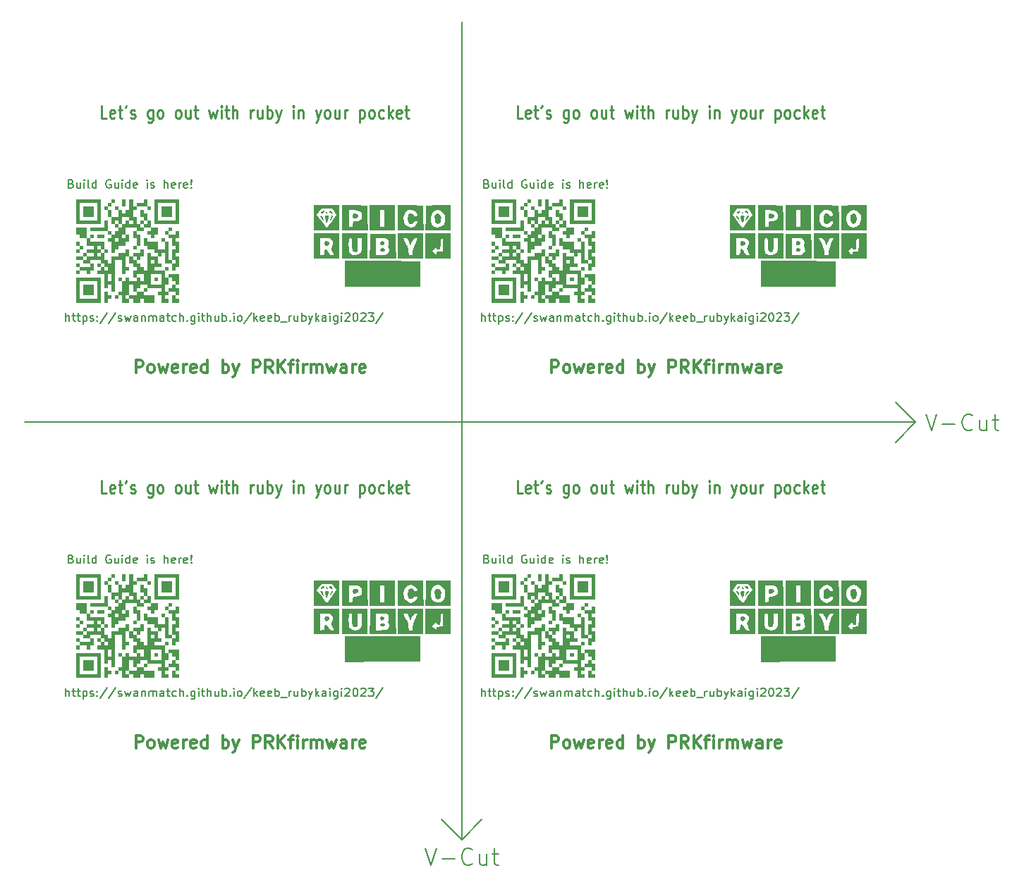
<source format=gto>
%TF.GenerationSoftware,KiCad,Pcbnew,6.0.2+dfsg-1*%
%TF.CreationDate,2023-03-24T00:20:45+09:00*%
%TF.ProjectId,pcb-panel,7063622d-7061-46e6-956c-2e6b69636164,rev?*%
%TF.SameCoordinates,Original*%
%TF.FileFunction,Legend,Top*%
%TF.FilePolarity,Positive*%
%FSLAX46Y46*%
G04 Gerber Fmt 4.6, Leading zero omitted, Abs format (unit mm)*
G04 Created by KiCad (PCBNEW 6.0.2+dfsg-1) date 2023-03-24 00:20:45*
%MOMM*%
%LPD*%
G01*
G04 APERTURE LIST*
%ADD10C,0.150000*%
%ADD11C,0.250000*%
%ADD12C,0.300000*%
%ADD13C,0.200000*%
G04 APERTURE END LIST*
D10*
X112395000Y-145415000D02*
X109982000Y-143002000D01*
X166878000Y-95250000D02*
X164465000Y-92837000D01*
X112395000Y-47117000D02*
X112395000Y-145415000D01*
X59944000Y-95250000D02*
X166878000Y-95250000D01*
X112395000Y-145415000D02*
X114808000Y-143002000D01*
X166878000Y-95250000D02*
X164465000Y-97663000D01*
X115380380Y-111688571D02*
X115523238Y-111736190D01*
X115570857Y-111783809D01*
X115618476Y-111879047D01*
X115618476Y-112021904D01*
X115570857Y-112117142D01*
X115523238Y-112164761D01*
X115427999Y-112212380D01*
X115047047Y-112212380D01*
X115047047Y-111212380D01*
X115380380Y-111212380D01*
X115475619Y-111260000D01*
X115523238Y-111307619D01*
X115570857Y-111402857D01*
X115570857Y-111498095D01*
X115523238Y-111593333D01*
X115475619Y-111640952D01*
X115380380Y-111688571D01*
X115047047Y-111688571D01*
X116475619Y-111545714D02*
X116475619Y-112212380D01*
X116047047Y-111545714D02*
X116047047Y-112069523D01*
X116094666Y-112164761D01*
X116189904Y-112212380D01*
X116332761Y-112212380D01*
X116427999Y-112164761D01*
X116475619Y-112117142D01*
X116951809Y-112212380D02*
X116951809Y-111545714D01*
X116951809Y-111212380D02*
X116904190Y-111260000D01*
X116951809Y-111307619D01*
X116999428Y-111260000D01*
X116951809Y-111212380D01*
X116951809Y-111307619D01*
X117570857Y-112212380D02*
X117475619Y-112164761D01*
X117427999Y-112069523D01*
X117427999Y-111212380D01*
X118380380Y-112212380D02*
X118380380Y-111212380D01*
X118380380Y-112164761D02*
X118285142Y-112212380D01*
X118094666Y-112212380D01*
X117999428Y-112164761D01*
X117951809Y-112117142D01*
X117904190Y-112021904D01*
X117904190Y-111736190D01*
X117951809Y-111640952D01*
X117999428Y-111593333D01*
X118094666Y-111545714D01*
X118285142Y-111545714D01*
X118380380Y-111593333D01*
X120142285Y-111260000D02*
X120047047Y-111212380D01*
X119904190Y-111212380D01*
X119761333Y-111260000D01*
X119666095Y-111355238D01*
X119618476Y-111450476D01*
X119570857Y-111640952D01*
X119570857Y-111783809D01*
X119618476Y-111974285D01*
X119666095Y-112069523D01*
X119761333Y-112164761D01*
X119904190Y-112212380D01*
X119999428Y-112212380D01*
X120142285Y-112164761D01*
X120189904Y-112117142D01*
X120189904Y-111783809D01*
X119999428Y-111783809D01*
X121047047Y-111545714D02*
X121047047Y-112212380D01*
X120618476Y-111545714D02*
X120618476Y-112069523D01*
X120666095Y-112164761D01*
X120761333Y-112212380D01*
X120904190Y-112212380D01*
X120999428Y-112164761D01*
X121047047Y-112117142D01*
X121523238Y-112212380D02*
X121523238Y-111545714D01*
X121523238Y-111212380D02*
X121475619Y-111260000D01*
X121523238Y-111307619D01*
X121570857Y-111260000D01*
X121523238Y-111212380D01*
X121523238Y-111307619D01*
X122427999Y-112212380D02*
X122427999Y-111212380D01*
X122427999Y-112164761D02*
X122332761Y-112212380D01*
X122142285Y-112212380D01*
X122047047Y-112164761D01*
X121999428Y-112117142D01*
X121951809Y-112021904D01*
X121951809Y-111736190D01*
X121999428Y-111640952D01*
X122047047Y-111593333D01*
X122142285Y-111545714D01*
X122332761Y-111545714D01*
X122427999Y-111593333D01*
X123285142Y-112164761D02*
X123189904Y-112212380D01*
X122999428Y-112212380D01*
X122904190Y-112164761D01*
X122856571Y-112069523D01*
X122856571Y-111688571D01*
X122904190Y-111593333D01*
X122999428Y-111545714D01*
X123189904Y-111545714D01*
X123285142Y-111593333D01*
X123332761Y-111688571D01*
X123332761Y-111783809D01*
X122856571Y-111879047D01*
X124523238Y-112212380D02*
X124523238Y-111545714D01*
X124523238Y-111212380D02*
X124475619Y-111260000D01*
X124523238Y-111307619D01*
X124570857Y-111260000D01*
X124523238Y-111212380D01*
X124523238Y-111307619D01*
X124951809Y-112164761D02*
X125047047Y-112212380D01*
X125237523Y-112212380D01*
X125332761Y-112164761D01*
X125380380Y-112069523D01*
X125380380Y-112021904D01*
X125332761Y-111926666D01*
X125237523Y-111879047D01*
X125094666Y-111879047D01*
X124999428Y-111831428D01*
X124951809Y-111736190D01*
X124951809Y-111688571D01*
X124999428Y-111593333D01*
X125094666Y-111545714D01*
X125237523Y-111545714D01*
X125332761Y-111593333D01*
X126570857Y-112212380D02*
X126570857Y-111212380D01*
X126999428Y-112212380D02*
X126999428Y-111688571D01*
X126951809Y-111593333D01*
X126856571Y-111545714D01*
X126713714Y-111545714D01*
X126618476Y-111593333D01*
X126570857Y-111640952D01*
X127856571Y-112164761D02*
X127761333Y-112212380D01*
X127570857Y-112212380D01*
X127475619Y-112164761D01*
X127427999Y-112069523D01*
X127427999Y-111688571D01*
X127475619Y-111593333D01*
X127570857Y-111545714D01*
X127761333Y-111545714D01*
X127856571Y-111593333D01*
X127904190Y-111688571D01*
X127904190Y-111783809D01*
X127427999Y-111879047D01*
X128332761Y-112212380D02*
X128332761Y-111545714D01*
X128332761Y-111736190D02*
X128380380Y-111640952D01*
X128427999Y-111593333D01*
X128523238Y-111545714D01*
X128618476Y-111545714D01*
X129332761Y-112164761D02*
X129237523Y-112212380D01*
X129047047Y-112212380D01*
X128951809Y-112164761D01*
X128904190Y-112069523D01*
X128904190Y-111688571D01*
X128951809Y-111593333D01*
X129047047Y-111545714D01*
X129237523Y-111545714D01*
X129332761Y-111593333D01*
X129380380Y-111688571D01*
X129380380Y-111783809D01*
X128904190Y-111879047D01*
X129808952Y-112117142D02*
X129856571Y-112164761D01*
X129808952Y-112212380D01*
X129761333Y-112164761D01*
X129808952Y-112117142D01*
X129808952Y-112212380D01*
X129808952Y-111831428D02*
X129761333Y-111260000D01*
X129808952Y-111212380D01*
X129856571Y-111260000D01*
X129808952Y-111831428D01*
X129808952Y-111212380D01*
D11*
X69767285Y-103802571D02*
X69148238Y-103802571D01*
X69148238Y-102302571D01*
X70695857Y-103731142D02*
X70572047Y-103802571D01*
X70324428Y-103802571D01*
X70200619Y-103731142D01*
X70138714Y-103588285D01*
X70138714Y-103016857D01*
X70200619Y-102874000D01*
X70324428Y-102802571D01*
X70572047Y-102802571D01*
X70695857Y-102874000D01*
X70757761Y-103016857D01*
X70757761Y-103159714D01*
X70138714Y-103302571D01*
X71129190Y-102802571D02*
X71624428Y-102802571D01*
X71314904Y-102302571D02*
X71314904Y-103588285D01*
X71376809Y-103731142D01*
X71500619Y-103802571D01*
X71624428Y-103802571D01*
X72119666Y-102302571D02*
X71995857Y-102588285D01*
X72614904Y-103731142D02*
X72738714Y-103802571D01*
X72986333Y-103802571D01*
X73110142Y-103731142D01*
X73172047Y-103588285D01*
X73172047Y-103516857D01*
X73110142Y-103374000D01*
X72986333Y-103302571D01*
X72800619Y-103302571D01*
X72676809Y-103231142D01*
X72614904Y-103088285D01*
X72614904Y-103016857D01*
X72676809Y-102874000D01*
X72800619Y-102802571D01*
X72986333Y-102802571D01*
X73110142Y-102874000D01*
X75276809Y-102802571D02*
X75276809Y-104016857D01*
X75214904Y-104159714D01*
X75153000Y-104231142D01*
X75029190Y-104302571D01*
X74843476Y-104302571D01*
X74719666Y-104231142D01*
X75276809Y-103731142D02*
X75153000Y-103802571D01*
X74905380Y-103802571D01*
X74781571Y-103731142D01*
X74719666Y-103659714D01*
X74657761Y-103516857D01*
X74657761Y-103088285D01*
X74719666Y-102945428D01*
X74781571Y-102874000D01*
X74905380Y-102802571D01*
X75153000Y-102802571D01*
X75276809Y-102874000D01*
X76081571Y-103802571D02*
X75957761Y-103731142D01*
X75895857Y-103659714D01*
X75833952Y-103516857D01*
X75833952Y-103088285D01*
X75895857Y-102945428D01*
X75957761Y-102874000D01*
X76081571Y-102802571D01*
X76267285Y-102802571D01*
X76391095Y-102874000D01*
X76453000Y-102945428D01*
X76514904Y-103088285D01*
X76514904Y-103516857D01*
X76453000Y-103659714D01*
X76391095Y-103731142D01*
X76267285Y-103802571D01*
X76081571Y-103802571D01*
X78248238Y-103802571D02*
X78124428Y-103731142D01*
X78062523Y-103659714D01*
X78000619Y-103516857D01*
X78000619Y-103088285D01*
X78062523Y-102945428D01*
X78124428Y-102874000D01*
X78248238Y-102802571D01*
X78433952Y-102802571D01*
X78557761Y-102874000D01*
X78619666Y-102945428D01*
X78681571Y-103088285D01*
X78681571Y-103516857D01*
X78619666Y-103659714D01*
X78557761Y-103731142D01*
X78433952Y-103802571D01*
X78248238Y-103802571D01*
X79795857Y-102802571D02*
X79795857Y-103802571D01*
X79238714Y-102802571D02*
X79238714Y-103588285D01*
X79300619Y-103731142D01*
X79424428Y-103802571D01*
X79610142Y-103802571D01*
X79733952Y-103731142D01*
X79795857Y-103659714D01*
X80229190Y-102802571D02*
X80724428Y-102802571D01*
X80414904Y-102302571D02*
X80414904Y-103588285D01*
X80476809Y-103731142D01*
X80600619Y-103802571D01*
X80724428Y-103802571D01*
X82024428Y-102802571D02*
X82272047Y-103802571D01*
X82519666Y-103088285D01*
X82767285Y-103802571D01*
X83014904Y-102802571D01*
X83510142Y-103802571D02*
X83510142Y-102802571D01*
X83510142Y-102302571D02*
X83448238Y-102374000D01*
X83510142Y-102445428D01*
X83572047Y-102374000D01*
X83510142Y-102302571D01*
X83510142Y-102445428D01*
X83943476Y-102802571D02*
X84438714Y-102802571D01*
X84129190Y-102302571D02*
X84129190Y-103588285D01*
X84191095Y-103731142D01*
X84314904Y-103802571D01*
X84438714Y-103802571D01*
X84872047Y-103802571D02*
X84872047Y-102302571D01*
X85429190Y-103802571D02*
X85429190Y-103016857D01*
X85367285Y-102874000D01*
X85243476Y-102802571D01*
X85057761Y-102802571D01*
X84933952Y-102874000D01*
X84872047Y-102945428D01*
X87038714Y-103802571D02*
X87038714Y-102802571D01*
X87038714Y-103088285D02*
X87100619Y-102945428D01*
X87162523Y-102874000D01*
X87286333Y-102802571D01*
X87410142Y-102802571D01*
X88400619Y-102802571D02*
X88400619Y-103802571D01*
X87843476Y-102802571D02*
X87843476Y-103588285D01*
X87905380Y-103731142D01*
X88029190Y-103802571D01*
X88214904Y-103802571D01*
X88338714Y-103731142D01*
X88400619Y-103659714D01*
X89019666Y-103802571D02*
X89019666Y-102302571D01*
X89019666Y-102874000D02*
X89143476Y-102802571D01*
X89391095Y-102802571D01*
X89514904Y-102874000D01*
X89576809Y-102945428D01*
X89638714Y-103088285D01*
X89638714Y-103516857D01*
X89576809Y-103659714D01*
X89514904Y-103731142D01*
X89391095Y-103802571D01*
X89143476Y-103802571D01*
X89019666Y-103731142D01*
X90072047Y-102802571D02*
X90381571Y-103802571D01*
X90691095Y-102802571D02*
X90381571Y-103802571D01*
X90257761Y-104159714D01*
X90195857Y-104231142D01*
X90072047Y-104302571D01*
X92176809Y-103802571D02*
X92176809Y-102802571D01*
X92176809Y-102302571D02*
X92114904Y-102374000D01*
X92176809Y-102445428D01*
X92238714Y-102374000D01*
X92176809Y-102302571D01*
X92176809Y-102445428D01*
X92795857Y-102802571D02*
X92795857Y-103802571D01*
X92795857Y-102945428D02*
X92857761Y-102874000D01*
X92981571Y-102802571D01*
X93167285Y-102802571D01*
X93291095Y-102874000D01*
X93353000Y-103016857D01*
X93353000Y-103802571D01*
X94838714Y-102802571D02*
X95148238Y-103802571D01*
X95457761Y-102802571D02*
X95148238Y-103802571D01*
X95024428Y-104159714D01*
X94962523Y-104231142D01*
X94838714Y-104302571D01*
X96138714Y-103802571D02*
X96014904Y-103731142D01*
X95953000Y-103659714D01*
X95891095Y-103516857D01*
X95891095Y-103088285D01*
X95953000Y-102945428D01*
X96014904Y-102874000D01*
X96138714Y-102802571D01*
X96324428Y-102802571D01*
X96448238Y-102874000D01*
X96510142Y-102945428D01*
X96572047Y-103088285D01*
X96572047Y-103516857D01*
X96510142Y-103659714D01*
X96448238Y-103731142D01*
X96324428Y-103802571D01*
X96138714Y-103802571D01*
X97686333Y-102802571D02*
X97686333Y-103802571D01*
X97129190Y-102802571D02*
X97129190Y-103588285D01*
X97191095Y-103731142D01*
X97314904Y-103802571D01*
X97500619Y-103802571D01*
X97624428Y-103731142D01*
X97686333Y-103659714D01*
X98305380Y-103802571D02*
X98305380Y-102802571D01*
X98305380Y-103088285D02*
X98367285Y-102945428D01*
X98429190Y-102874000D01*
X98553000Y-102802571D01*
X98676809Y-102802571D01*
X100100619Y-102802571D02*
X100100619Y-104302571D01*
X100100619Y-102874000D02*
X100224428Y-102802571D01*
X100472047Y-102802571D01*
X100595857Y-102874000D01*
X100657761Y-102945428D01*
X100719666Y-103088285D01*
X100719666Y-103516857D01*
X100657761Y-103659714D01*
X100595857Y-103731142D01*
X100472047Y-103802571D01*
X100224428Y-103802571D01*
X100100619Y-103731142D01*
X101462523Y-103802571D02*
X101338714Y-103731142D01*
X101276809Y-103659714D01*
X101214904Y-103516857D01*
X101214904Y-103088285D01*
X101276809Y-102945428D01*
X101338714Y-102874000D01*
X101462523Y-102802571D01*
X101648238Y-102802571D01*
X101772047Y-102874000D01*
X101833952Y-102945428D01*
X101895857Y-103088285D01*
X101895857Y-103516857D01*
X101833952Y-103659714D01*
X101772047Y-103731142D01*
X101648238Y-103802571D01*
X101462523Y-103802571D01*
X103010142Y-103731142D02*
X102886333Y-103802571D01*
X102638714Y-103802571D01*
X102514904Y-103731142D01*
X102453000Y-103659714D01*
X102391095Y-103516857D01*
X102391095Y-103088285D01*
X102453000Y-102945428D01*
X102514904Y-102874000D01*
X102638714Y-102802571D01*
X102886333Y-102802571D01*
X103010142Y-102874000D01*
X103567285Y-103802571D02*
X103567285Y-102302571D01*
X103691095Y-103231142D02*
X104062523Y-103802571D01*
X104062523Y-102802571D02*
X103567285Y-103374000D01*
X105114904Y-103731142D02*
X104991095Y-103802571D01*
X104743476Y-103802571D01*
X104619666Y-103731142D01*
X104557761Y-103588285D01*
X104557761Y-103016857D01*
X104619666Y-102874000D01*
X104743476Y-102802571D01*
X104991095Y-102802571D01*
X105114904Y-102874000D01*
X105176809Y-103016857D01*
X105176809Y-103159714D01*
X104557761Y-103302571D01*
X105548238Y-102802571D02*
X106043476Y-102802571D01*
X105733952Y-102302571D02*
X105733952Y-103588285D01*
X105795857Y-103731142D01*
X105919666Y-103802571D01*
X106043476Y-103802571D01*
D10*
X64843809Y-128214380D02*
X64843809Y-127214380D01*
X65272380Y-128214380D02*
X65272380Y-127690571D01*
X65224761Y-127595333D01*
X65129523Y-127547714D01*
X64986666Y-127547714D01*
X64891428Y-127595333D01*
X64843809Y-127642952D01*
X65605714Y-127547714D02*
X65986666Y-127547714D01*
X65748571Y-127214380D02*
X65748571Y-128071523D01*
X65796190Y-128166761D01*
X65891428Y-128214380D01*
X65986666Y-128214380D01*
X66177142Y-127547714D02*
X66558095Y-127547714D01*
X66320000Y-127214380D02*
X66320000Y-128071523D01*
X66367619Y-128166761D01*
X66462857Y-128214380D01*
X66558095Y-128214380D01*
X66891428Y-127547714D02*
X66891428Y-128547714D01*
X66891428Y-127595333D02*
X66986666Y-127547714D01*
X67177142Y-127547714D01*
X67272380Y-127595333D01*
X67320000Y-127642952D01*
X67367619Y-127738190D01*
X67367619Y-128023904D01*
X67320000Y-128119142D01*
X67272380Y-128166761D01*
X67177142Y-128214380D01*
X66986666Y-128214380D01*
X66891428Y-128166761D01*
X67748571Y-128166761D02*
X67843809Y-128214380D01*
X68034285Y-128214380D01*
X68129523Y-128166761D01*
X68177142Y-128071523D01*
X68177142Y-128023904D01*
X68129523Y-127928666D01*
X68034285Y-127881047D01*
X67891428Y-127881047D01*
X67796190Y-127833428D01*
X67748571Y-127738190D01*
X67748571Y-127690571D01*
X67796190Y-127595333D01*
X67891428Y-127547714D01*
X68034285Y-127547714D01*
X68129523Y-127595333D01*
X68605714Y-128119142D02*
X68653333Y-128166761D01*
X68605714Y-128214380D01*
X68558095Y-128166761D01*
X68605714Y-128119142D01*
X68605714Y-128214380D01*
X68605714Y-127595333D02*
X68653333Y-127642952D01*
X68605714Y-127690571D01*
X68558095Y-127642952D01*
X68605714Y-127595333D01*
X68605714Y-127690571D01*
X69796190Y-127166761D02*
X68939047Y-128452476D01*
X70843809Y-127166761D02*
X69986666Y-128452476D01*
X71129523Y-128166761D02*
X71224761Y-128214380D01*
X71415238Y-128214380D01*
X71510476Y-128166761D01*
X71558095Y-128071523D01*
X71558095Y-128023904D01*
X71510476Y-127928666D01*
X71415238Y-127881047D01*
X71272380Y-127881047D01*
X71177142Y-127833428D01*
X71129523Y-127738190D01*
X71129523Y-127690571D01*
X71177142Y-127595333D01*
X71272380Y-127547714D01*
X71415238Y-127547714D01*
X71510476Y-127595333D01*
X71891428Y-127547714D02*
X72081904Y-128214380D01*
X72272380Y-127738190D01*
X72462857Y-128214380D01*
X72653333Y-127547714D01*
X73462857Y-128214380D02*
X73462857Y-127690571D01*
X73415238Y-127595333D01*
X73320000Y-127547714D01*
X73129523Y-127547714D01*
X73034285Y-127595333D01*
X73462857Y-128166761D02*
X73367619Y-128214380D01*
X73129523Y-128214380D01*
X73034285Y-128166761D01*
X72986666Y-128071523D01*
X72986666Y-127976285D01*
X73034285Y-127881047D01*
X73129523Y-127833428D01*
X73367619Y-127833428D01*
X73462857Y-127785809D01*
X73939047Y-127547714D02*
X73939047Y-128214380D01*
X73939047Y-127642952D02*
X73986666Y-127595333D01*
X74081904Y-127547714D01*
X74224761Y-127547714D01*
X74320000Y-127595333D01*
X74367619Y-127690571D01*
X74367619Y-128214380D01*
X74843809Y-128214380D02*
X74843809Y-127547714D01*
X74843809Y-127642952D02*
X74891428Y-127595333D01*
X74986666Y-127547714D01*
X75129523Y-127547714D01*
X75224761Y-127595333D01*
X75272380Y-127690571D01*
X75272380Y-128214380D01*
X75272380Y-127690571D02*
X75320000Y-127595333D01*
X75415238Y-127547714D01*
X75558095Y-127547714D01*
X75653333Y-127595333D01*
X75700952Y-127690571D01*
X75700952Y-128214380D01*
X76605714Y-128214380D02*
X76605714Y-127690571D01*
X76558095Y-127595333D01*
X76462857Y-127547714D01*
X76272380Y-127547714D01*
X76177142Y-127595333D01*
X76605714Y-128166761D02*
X76510476Y-128214380D01*
X76272380Y-128214380D01*
X76177142Y-128166761D01*
X76129523Y-128071523D01*
X76129523Y-127976285D01*
X76177142Y-127881047D01*
X76272380Y-127833428D01*
X76510476Y-127833428D01*
X76605714Y-127785809D01*
X76939047Y-127547714D02*
X77320000Y-127547714D01*
X77081904Y-127214380D02*
X77081904Y-128071523D01*
X77129523Y-128166761D01*
X77224761Y-128214380D01*
X77320000Y-128214380D01*
X78081904Y-128166761D02*
X77986666Y-128214380D01*
X77796190Y-128214380D01*
X77700952Y-128166761D01*
X77653333Y-128119142D01*
X77605714Y-128023904D01*
X77605714Y-127738190D01*
X77653333Y-127642952D01*
X77700952Y-127595333D01*
X77796190Y-127547714D01*
X77986666Y-127547714D01*
X78081904Y-127595333D01*
X78510476Y-128214380D02*
X78510476Y-127214380D01*
X78939047Y-128214380D02*
X78939047Y-127690571D01*
X78891428Y-127595333D01*
X78796190Y-127547714D01*
X78653333Y-127547714D01*
X78558095Y-127595333D01*
X78510476Y-127642952D01*
X79415238Y-128119142D02*
X79462857Y-128166761D01*
X79415238Y-128214380D01*
X79367619Y-128166761D01*
X79415238Y-128119142D01*
X79415238Y-128214380D01*
X80320000Y-127547714D02*
X80320000Y-128357238D01*
X80272380Y-128452476D01*
X80224761Y-128500095D01*
X80129523Y-128547714D01*
X79986666Y-128547714D01*
X79891428Y-128500095D01*
X80320000Y-128166761D02*
X80224761Y-128214380D01*
X80034285Y-128214380D01*
X79939047Y-128166761D01*
X79891428Y-128119142D01*
X79843809Y-128023904D01*
X79843809Y-127738190D01*
X79891428Y-127642952D01*
X79939047Y-127595333D01*
X80034285Y-127547714D01*
X80224761Y-127547714D01*
X80320000Y-127595333D01*
X80796190Y-128214380D02*
X80796190Y-127547714D01*
X80796190Y-127214380D02*
X80748571Y-127262000D01*
X80796190Y-127309619D01*
X80843809Y-127262000D01*
X80796190Y-127214380D01*
X80796190Y-127309619D01*
X81129523Y-127547714D02*
X81510476Y-127547714D01*
X81272380Y-127214380D02*
X81272380Y-128071523D01*
X81320000Y-128166761D01*
X81415238Y-128214380D01*
X81510476Y-128214380D01*
X81843809Y-128214380D02*
X81843809Y-127214380D01*
X82272380Y-128214380D02*
X82272380Y-127690571D01*
X82224761Y-127595333D01*
X82129523Y-127547714D01*
X81986666Y-127547714D01*
X81891428Y-127595333D01*
X81843809Y-127642952D01*
X83177142Y-127547714D02*
X83177142Y-128214380D01*
X82748571Y-127547714D02*
X82748571Y-128071523D01*
X82796190Y-128166761D01*
X82891428Y-128214380D01*
X83034285Y-128214380D01*
X83129523Y-128166761D01*
X83177142Y-128119142D01*
X83653333Y-128214380D02*
X83653333Y-127214380D01*
X83653333Y-127595333D02*
X83748571Y-127547714D01*
X83939047Y-127547714D01*
X84034285Y-127595333D01*
X84081904Y-127642952D01*
X84129523Y-127738190D01*
X84129523Y-128023904D01*
X84081904Y-128119142D01*
X84034285Y-128166761D01*
X83939047Y-128214380D01*
X83748571Y-128214380D01*
X83653333Y-128166761D01*
X84558095Y-128119142D02*
X84605714Y-128166761D01*
X84558095Y-128214380D01*
X84510476Y-128166761D01*
X84558095Y-128119142D01*
X84558095Y-128214380D01*
X85034285Y-128214380D02*
X85034285Y-127547714D01*
X85034285Y-127214380D02*
X84986666Y-127262000D01*
X85034285Y-127309619D01*
X85081904Y-127262000D01*
X85034285Y-127214380D01*
X85034285Y-127309619D01*
X85653333Y-128214380D02*
X85558095Y-128166761D01*
X85510476Y-128119142D01*
X85462857Y-128023904D01*
X85462857Y-127738190D01*
X85510476Y-127642952D01*
X85558095Y-127595333D01*
X85653333Y-127547714D01*
X85796190Y-127547714D01*
X85891428Y-127595333D01*
X85939047Y-127642952D01*
X85986666Y-127738190D01*
X85986666Y-128023904D01*
X85939047Y-128119142D01*
X85891428Y-128166761D01*
X85796190Y-128214380D01*
X85653333Y-128214380D01*
X87129523Y-127166761D02*
X86272380Y-128452476D01*
X87462857Y-128214380D02*
X87462857Y-127214380D01*
X87558095Y-127833428D02*
X87843809Y-128214380D01*
X87843809Y-127547714D02*
X87462857Y-127928666D01*
X88653333Y-128166761D02*
X88558095Y-128214380D01*
X88367619Y-128214380D01*
X88272380Y-128166761D01*
X88224761Y-128071523D01*
X88224761Y-127690571D01*
X88272380Y-127595333D01*
X88367619Y-127547714D01*
X88558095Y-127547714D01*
X88653333Y-127595333D01*
X88700952Y-127690571D01*
X88700952Y-127785809D01*
X88224761Y-127881047D01*
X89510476Y-128166761D02*
X89415238Y-128214380D01*
X89224761Y-128214380D01*
X89129523Y-128166761D01*
X89081904Y-128071523D01*
X89081904Y-127690571D01*
X89129523Y-127595333D01*
X89224761Y-127547714D01*
X89415238Y-127547714D01*
X89510476Y-127595333D01*
X89558095Y-127690571D01*
X89558095Y-127785809D01*
X89081904Y-127881047D01*
X89986666Y-128214380D02*
X89986666Y-127214380D01*
X89986666Y-127595333D02*
X90081904Y-127547714D01*
X90272380Y-127547714D01*
X90367619Y-127595333D01*
X90415238Y-127642952D01*
X90462857Y-127738190D01*
X90462857Y-128023904D01*
X90415238Y-128119142D01*
X90367619Y-128166761D01*
X90272380Y-128214380D01*
X90081904Y-128214380D01*
X89986666Y-128166761D01*
X90653333Y-128309619D02*
X91415238Y-128309619D01*
X91653333Y-128214380D02*
X91653333Y-127547714D01*
X91653333Y-127738190D02*
X91700952Y-127642952D01*
X91748571Y-127595333D01*
X91843809Y-127547714D01*
X91939047Y-127547714D01*
X92700952Y-127547714D02*
X92700952Y-128214380D01*
X92272380Y-127547714D02*
X92272380Y-128071523D01*
X92320000Y-128166761D01*
X92415238Y-128214380D01*
X92558095Y-128214380D01*
X92653333Y-128166761D01*
X92700952Y-128119142D01*
X93177142Y-128214380D02*
X93177142Y-127214380D01*
X93177142Y-127595333D02*
X93272380Y-127547714D01*
X93462857Y-127547714D01*
X93558095Y-127595333D01*
X93605714Y-127642952D01*
X93653333Y-127738190D01*
X93653333Y-128023904D01*
X93605714Y-128119142D01*
X93558095Y-128166761D01*
X93462857Y-128214380D01*
X93272380Y-128214380D01*
X93177142Y-128166761D01*
X93986666Y-127547714D02*
X94224761Y-128214380D01*
X94462857Y-127547714D02*
X94224761Y-128214380D01*
X94129523Y-128452476D01*
X94081904Y-128500095D01*
X93986666Y-128547714D01*
X94843809Y-128214380D02*
X94843809Y-127214380D01*
X94939047Y-127833428D02*
X95224761Y-128214380D01*
X95224761Y-127547714D02*
X94843809Y-127928666D01*
X96081904Y-128214380D02*
X96081904Y-127690571D01*
X96034285Y-127595333D01*
X95939047Y-127547714D01*
X95748571Y-127547714D01*
X95653333Y-127595333D01*
X96081904Y-128166761D02*
X95986666Y-128214380D01*
X95748571Y-128214380D01*
X95653333Y-128166761D01*
X95605714Y-128071523D01*
X95605714Y-127976285D01*
X95653333Y-127881047D01*
X95748571Y-127833428D01*
X95986666Y-127833428D01*
X96081904Y-127785809D01*
X96558095Y-128214380D02*
X96558095Y-127547714D01*
X96558095Y-127214380D02*
X96510476Y-127262000D01*
X96558095Y-127309619D01*
X96605714Y-127262000D01*
X96558095Y-127214380D01*
X96558095Y-127309619D01*
X97462857Y-127547714D02*
X97462857Y-128357238D01*
X97415238Y-128452476D01*
X97367619Y-128500095D01*
X97272380Y-128547714D01*
X97129523Y-128547714D01*
X97034285Y-128500095D01*
X97462857Y-128166761D02*
X97367619Y-128214380D01*
X97177142Y-128214380D01*
X97081904Y-128166761D01*
X97034285Y-128119142D01*
X96986666Y-128023904D01*
X96986666Y-127738190D01*
X97034285Y-127642952D01*
X97081904Y-127595333D01*
X97177142Y-127547714D01*
X97367619Y-127547714D01*
X97462857Y-127595333D01*
X97939047Y-128214380D02*
X97939047Y-127547714D01*
X97939047Y-127214380D02*
X97891428Y-127262000D01*
X97939047Y-127309619D01*
X97986666Y-127262000D01*
X97939047Y-127214380D01*
X97939047Y-127309619D01*
X98367619Y-127309619D02*
X98415238Y-127262000D01*
X98510476Y-127214380D01*
X98748571Y-127214380D01*
X98843809Y-127262000D01*
X98891428Y-127309619D01*
X98939047Y-127404857D01*
X98939047Y-127500095D01*
X98891428Y-127642952D01*
X98320000Y-128214380D01*
X98939047Y-128214380D01*
X99558095Y-127214380D02*
X99653333Y-127214380D01*
X99748571Y-127262000D01*
X99796190Y-127309619D01*
X99843809Y-127404857D01*
X99891428Y-127595333D01*
X99891428Y-127833428D01*
X99843809Y-128023904D01*
X99796190Y-128119142D01*
X99748571Y-128166761D01*
X99653333Y-128214380D01*
X99558095Y-128214380D01*
X99462857Y-128166761D01*
X99415238Y-128119142D01*
X99367619Y-128023904D01*
X99320000Y-127833428D01*
X99320000Y-127595333D01*
X99367619Y-127404857D01*
X99415238Y-127309619D01*
X99462857Y-127262000D01*
X99558095Y-127214380D01*
X100272380Y-127309619D02*
X100320000Y-127262000D01*
X100415238Y-127214380D01*
X100653333Y-127214380D01*
X100748571Y-127262000D01*
X100796190Y-127309619D01*
X100843809Y-127404857D01*
X100843809Y-127500095D01*
X100796190Y-127642952D01*
X100224761Y-128214380D01*
X100843809Y-128214380D01*
X101177142Y-127214380D02*
X101796190Y-127214380D01*
X101462857Y-127595333D01*
X101605714Y-127595333D01*
X101700952Y-127642952D01*
X101748571Y-127690571D01*
X101796190Y-127785809D01*
X101796190Y-128023904D01*
X101748571Y-128119142D01*
X101700952Y-128166761D01*
X101605714Y-128214380D01*
X101320000Y-128214380D01*
X101224761Y-128166761D01*
X101177142Y-128119142D01*
X102939047Y-127166761D02*
X102081904Y-128452476D01*
D11*
X119678285Y-103802571D02*
X119059238Y-103802571D01*
X119059238Y-102302571D01*
X120606857Y-103731142D02*
X120483047Y-103802571D01*
X120235428Y-103802571D01*
X120111619Y-103731142D01*
X120049714Y-103588285D01*
X120049714Y-103016857D01*
X120111619Y-102874000D01*
X120235428Y-102802571D01*
X120483047Y-102802571D01*
X120606857Y-102874000D01*
X120668761Y-103016857D01*
X120668761Y-103159714D01*
X120049714Y-103302571D01*
X121040190Y-102802571D02*
X121535428Y-102802571D01*
X121225904Y-102302571D02*
X121225904Y-103588285D01*
X121287809Y-103731142D01*
X121411619Y-103802571D01*
X121535428Y-103802571D01*
X122030666Y-102302571D02*
X121906857Y-102588285D01*
X122525904Y-103731142D02*
X122649714Y-103802571D01*
X122897333Y-103802571D01*
X123021142Y-103731142D01*
X123083047Y-103588285D01*
X123083047Y-103516857D01*
X123021142Y-103374000D01*
X122897333Y-103302571D01*
X122711619Y-103302571D01*
X122587809Y-103231142D01*
X122525904Y-103088285D01*
X122525904Y-103016857D01*
X122587809Y-102874000D01*
X122711619Y-102802571D01*
X122897333Y-102802571D01*
X123021142Y-102874000D01*
X125187809Y-102802571D02*
X125187809Y-104016857D01*
X125125904Y-104159714D01*
X125064000Y-104231142D01*
X124940190Y-104302571D01*
X124754476Y-104302571D01*
X124630666Y-104231142D01*
X125187809Y-103731142D02*
X125064000Y-103802571D01*
X124816380Y-103802571D01*
X124692571Y-103731142D01*
X124630666Y-103659714D01*
X124568761Y-103516857D01*
X124568761Y-103088285D01*
X124630666Y-102945428D01*
X124692571Y-102874000D01*
X124816380Y-102802571D01*
X125064000Y-102802571D01*
X125187809Y-102874000D01*
X125992571Y-103802571D02*
X125868761Y-103731142D01*
X125806857Y-103659714D01*
X125744952Y-103516857D01*
X125744952Y-103088285D01*
X125806857Y-102945428D01*
X125868761Y-102874000D01*
X125992571Y-102802571D01*
X126178285Y-102802571D01*
X126302095Y-102874000D01*
X126364000Y-102945428D01*
X126425904Y-103088285D01*
X126425904Y-103516857D01*
X126364000Y-103659714D01*
X126302095Y-103731142D01*
X126178285Y-103802571D01*
X125992571Y-103802571D01*
X128159238Y-103802571D02*
X128035428Y-103731142D01*
X127973523Y-103659714D01*
X127911619Y-103516857D01*
X127911619Y-103088285D01*
X127973523Y-102945428D01*
X128035428Y-102874000D01*
X128159238Y-102802571D01*
X128344952Y-102802571D01*
X128468761Y-102874000D01*
X128530666Y-102945428D01*
X128592571Y-103088285D01*
X128592571Y-103516857D01*
X128530666Y-103659714D01*
X128468761Y-103731142D01*
X128344952Y-103802571D01*
X128159238Y-103802571D01*
X129706857Y-102802571D02*
X129706857Y-103802571D01*
X129149714Y-102802571D02*
X129149714Y-103588285D01*
X129211619Y-103731142D01*
X129335428Y-103802571D01*
X129521142Y-103802571D01*
X129644952Y-103731142D01*
X129706857Y-103659714D01*
X130140190Y-102802571D02*
X130635428Y-102802571D01*
X130325904Y-102302571D02*
X130325904Y-103588285D01*
X130387809Y-103731142D01*
X130511619Y-103802571D01*
X130635428Y-103802571D01*
X131935428Y-102802571D02*
X132183047Y-103802571D01*
X132430666Y-103088285D01*
X132678285Y-103802571D01*
X132925904Y-102802571D01*
X133421142Y-103802571D02*
X133421142Y-102802571D01*
X133421142Y-102302571D02*
X133359238Y-102374000D01*
X133421142Y-102445428D01*
X133483047Y-102374000D01*
X133421142Y-102302571D01*
X133421142Y-102445428D01*
X133854476Y-102802571D02*
X134349714Y-102802571D01*
X134040190Y-102302571D02*
X134040190Y-103588285D01*
X134102095Y-103731142D01*
X134225904Y-103802571D01*
X134349714Y-103802571D01*
X134783047Y-103802571D02*
X134783047Y-102302571D01*
X135340190Y-103802571D02*
X135340190Y-103016857D01*
X135278285Y-102874000D01*
X135154476Y-102802571D01*
X134968761Y-102802571D01*
X134844952Y-102874000D01*
X134783047Y-102945428D01*
X136949714Y-103802571D02*
X136949714Y-102802571D01*
X136949714Y-103088285D02*
X137011619Y-102945428D01*
X137073523Y-102874000D01*
X137197333Y-102802571D01*
X137321142Y-102802571D01*
X138311619Y-102802571D02*
X138311619Y-103802571D01*
X137754476Y-102802571D02*
X137754476Y-103588285D01*
X137816380Y-103731142D01*
X137940190Y-103802571D01*
X138125904Y-103802571D01*
X138249714Y-103731142D01*
X138311619Y-103659714D01*
X138930666Y-103802571D02*
X138930666Y-102302571D01*
X138930666Y-102874000D02*
X139054476Y-102802571D01*
X139302095Y-102802571D01*
X139425904Y-102874000D01*
X139487809Y-102945428D01*
X139549714Y-103088285D01*
X139549714Y-103516857D01*
X139487809Y-103659714D01*
X139425904Y-103731142D01*
X139302095Y-103802571D01*
X139054476Y-103802571D01*
X138930666Y-103731142D01*
X139983047Y-102802571D02*
X140292571Y-103802571D01*
X140602095Y-102802571D02*
X140292571Y-103802571D01*
X140168761Y-104159714D01*
X140106857Y-104231142D01*
X139983047Y-104302571D01*
X142087809Y-103802571D02*
X142087809Y-102802571D01*
X142087809Y-102302571D02*
X142025904Y-102374000D01*
X142087809Y-102445428D01*
X142149714Y-102374000D01*
X142087809Y-102302571D01*
X142087809Y-102445428D01*
X142706857Y-102802571D02*
X142706857Y-103802571D01*
X142706857Y-102945428D02*
X142768761Y-102874000D01*
X142892571Y-102802571D01*
X143078285Y-102802571D01*
X143202095Y-102874000D01*
X143264000Y-103016857D01*
X143264000Y-103802571D01*
X144749714Y-102802571D02*
X145059238Y-103802571D01*
X145368761Y-102802571D02*
X145059238Y-103802571D01*
X144935428Y-104159714D01*
X144873523Y-104231142D01*
X144749714Y-104302571D01*
X146049714Y-103802571D02*
X145925904Y-103731142D01*
X145864000Y-103659714D01*
X145802095Y-103516857D01*
X145802095Y-103088285D01*
X145864000Y-102945428D01*
X145925904Y-102874000D01*
X146049714Y-102802571D01*
X146235428Y-102802571D01*
X146359238Y-102874000D01*
X146421142Y-102945428D01*
X146483047Y-103088285D01*
X146483047Y-103516857D01*
X146421142Y-103659714D01*
X146359238Y-103731142D01*
X146235428Y-103802571D01*
X146049714Y-103802571D01*
X147597333Y-102802571D02*
X147597333Y-103802571D01*
X147040190Y-102802571D02*
X147040190Y-103588285D01*
X147102095Y-103731142D01*
X147225904Y-103802571D01*
X147411619Y-103802571D01*
X147535428Y-103731142D01*
X147597333Y-103659714D01*
X148216380Y-103802571D02*
X148216380Y-102802571D01*
X148216380Y-103088285D02*
X148278285Y-102945428D01*
X148340190Y-102874000D01*
X148464000Y-102802571D01*
X148587809Y-102802571D01*
X150011619Y-102802571D02*
X150011619Y-104302571D01*
X150011619Y-102874000D02*
X150135428Y-102802571D01*
X150383047Y-102802571D01*
X150506857Y-102874000D01*
X150568761Y-102945428D01*
X150630666Y-103088285D01*
X150630666Y-103516857D01*
X150568761Y-103659714D01*
X150506857Y-103731142D01*
X150383047Y-103802571D01*
X150135428Y-103802571D01*
X150011619Y-103731142D01*
X151373523Y-103802571D02*
X151249714Y-103731142D01*
X151187809Y-103659714D01*
X151125904Y-103516857D01*
X151125904Y-103088285D01*
X151187809Y-102945428D01*
X151249714Y-102874000D01*
X151373523Y-102802571D01*
X151559238Y-102802571D01*
X151683047Y-102874000D01*
X151744952Y-102945428D01*
X151806857Y-103088285D01*
X151806857Y-103516857D01*
X151744952Y-103659714D01*
X151683047Y-103731142D01*
X151559238Y-103802571D01*
X151373523Y-103802571D01*
X152921142Y-103731142D02*
X152797333Y-103802571D01*
X152549714Y-103802571D01*
X152425904Y-103731142D01*
X152364000Y-103659714D01*
X152302095Y-103516857D01*
X152302095Y-103088285D01*
X152364000Y-102945428D01*
X152425904Y-102874000D01*
X152549714Y-102802571D01*
X152797333Y-102802571D01*
X152921142Y-102874000D01*
X153478285Y-103802571D02*
X153478285Y-102302571D01*
X153602095Y-103231142D02*
X153973523Y-103802571D01*
X153973523Y-102802571D02*
X153478285Y-103374000D01*
X155025904Y-103731142D02*
X154902095Y-103802571D01*
X154654476Y-103802571D01*
X154530666Y-103731142D01*
X154468761Y-103588285D01*
X154468761Y-103016857D01*
X154530666Y-102874000D01*
X154654476Y-102802571D01*
X154902095Y-102802571D01*
X155025904Y-102874000D01*
X155087809Y-103016857D01*
X155087809Y-103159714D01*
X154468761Y-103302571D01*
X155459238Y-102802571D02*
X155954476Y-102802571D01*
X155644952Y-102302571D02*
X155644952Y-103588285D01*
X155706857Y-103731142D01*
X155830666Y-103802571D01*
X155954476Y-103802571D01*
D12*
X123155999Y-89324571D02*
X123155999Y-87824571D01*
X123727428Y-87824571D01*
X123870285Y-87896000D01*
X123941714Y-87967428D01*
X124013142Y-88110285D01*
X124013142Y-88324571D01*
X123941714Y-88467428D01*
X123870285Y-88538857D01*
X123727428Y-88610285D01*
X123155999Y-88610285D01*
X124870285Y-89324571D02*
X124727428Y-89253142D01*
X124655999Y-89181714D01*
X124584571Y-89038857D01*
X124584571Y-88610285D01*
X124655999Y-88467428D01*
X124727428Y-88396000D01*
X124870285Y-88324571D01*
X125084571Y-88324571D01*
X125227428Y-88396000D01*
X125298857Y-88467428D01*
X125370285Y-88610285D01*
X125370285Y-89038857D01*
X125298857Y-89181714D01*
X125227428Y-89253142D01*
X125084571Y-89324571D01*
X124870285Y-89324571D01*
X125870285Y-88324571D02*
X126155999Y-89324571D01*
X126441714Y-88610285D01*
X126727428Y-89324571D01*
X127013142Y-88324571D01*
X128155999Y-89253142D02*
X128013142Y-89324571D01*
X127727428Y-89324571D01*
X127584571Y-89253142D01*
X127513142Y-89110285D01*
X127513142Y-88538857D01*
X127584571Y-88396000D01*
X127727428Y-88324571D01*
X128013142Y-88324571D01*
X128155999Y-88396000D01*
X128227428Y-88538857D01*
X128227428Y-88681714D01*
X127513142Y-88824571D01*
X128870285Y-89324571D02*
X128870285Y-88324571D01*
X128870285Y-88610285D02*
X128941714Y-88467428D01*
X129013142Y-88396000D01*
X129155999Y-88324571D01*
X129298857Y-88324571D01*
X130370285Y-89253142D02*
X130227428Y-89324571D01*
X129941714Y-89324571D01*
X129798857Y-89253142D01*
X129727428Y-89110285D01*
X129727428Y-88538857D01*
X129798857Y-88396000D01*
X129941714Y-88324571D01*
X130227428Y-88324571D01*
X130370285Y-88396000D01*
X130441714Y-88538857D01*
X130441714Y-88681714D01*
X129727428Y-88824571D01*
X131727428Y-89324571D02*
X131727428Y-87824571D01*
X131727428Y-89253142D02*
X131584571Y-89324571D01*
X131298857Y-89324571D01*
X131155999Y-89253142D01*
X131084571Y-89181714D01*
X131013142Y-89038857D01*
X131013142Y-88610285D01*
X131084571Y-88467428D01*
X131155999Y-88396000D01*
X131298857Y-88324571D01*
X131584571Y-88324571D01*
X131727428Y-88396000D01*
X133584571Y-89324571D02*
X133584571Y-87824571D01*
X133584571Y-88396000D02*
X133727428Y-88324571D01*
X134013142Y-88324571D01*
X134155999Y-88396000D01*
X134227428Y-88467428D01*
X134298857Y-88610285D01*
X134298857Y-89038857D01*
X134227428Y-89181714D01*
X134155999Y-89253142D01*
X134013142Y-89324571D01*
X133727428Y-89324571D01*
X133584571Y-89253142D01*
X134798857Y-88324571D02*
X135156000Y-89324571D01*
X135513142Y-88324571D02*
X135156000Y-89324571D01*
X135013142Y-89681714D01*
X134941714Y-89753142D01*
X134798857Y-89824571D01*
X137227428Y-89324571D02*
X137227428Y-87824571D01*
X137798857Y-87824571D01*
X137941714Y-87896000D01*
X138013142Y-87967428D01*
X138084571Y-88110285D01*
X138084571Y-88324571D01*
X138013142Y-88467428D01*
X137941714Y-88538857D01*
X137798857Y-88610285D01*
X137227428Y-88610285D01*
X139584571Y-89324571D02*
X139084571Y-88610285D01*
X138727428Y-89324571D02*
X138727428Y-87824571D01*
X139298857Y-87824571D01*
X139441714Y-87896000D01*
X139513142Y-87967428D01*
X139584571Y-88110285D01*
X139584571Y-88324571D01*
X139513142Y-88467428D01*
X139441714Y-88538857D01*
X139298857Y-88610285D01*
X138727428Y-88610285D01*
X140227428Y-89324571D02*
X140227428Y-87824571D01*
X141084571Y-89324571D02*
X140441714Y-88467428D01*
X141084571Y-87824571D02*
X140227428Y-88681714D01*
X141513142Y-88324571D02*
X142084571Y-88324571D01*
X141727428Y-89324571D02*
X141727428Y-88038857D01*
X141798857Y-87896000D01*
X141941714Y-87824571D01*
X142084571Y-87824571D01*
X142584571Y-89324571D02*
X142584571Y-88324571D01*
X142584571Y-87824571D02*
X142513142Y-87896000D01*
X142584571Y-87967428D01*
X142656000Y-87896000D01*
X142584571Y-87824571D01*
X142584571Y-87967428D01*
X143298857Y-89324571D02*
X143298857Y-88324571D01*
X143298857Y-88610285D02*
X143370285Y-88467428D01*
X143441714Y-88396000D01*
X143584571Y-88324571D01*
X143727428Y-88324571D01*
X144227428Y-89324571D02*
X144227428Y-88324571D01*
X144227428Y-88467428D02*
X144298857Y-88396000D01*
X144441714Y-88324571D01*
X144656000Y-88324571D01*
X144798857Y-88396000D01*
X144870285Y-88538857D01*
X144870285Y-89324571D01*
X144870285Y-88538857D02*
X144941714Y-88396000D01*
X145084571Y-88324571D01*
X145298857Y-88324571D01*
X145441714Y-88396000D01*
X145513142Y-88538857D01*
X145513142Y-89324571D01*
X146084571Y-88324571D02*
X146370285Y-89324571D01*
X146656000Y-88610285D01*
X146941714Y-89324571D01*
X147227428Y-88324571D01*
X148441714Y-89324571D02*
X148441714Y-88538857D01*
X148370285Y-88396000D01*
X148227428Y-88324571D01*
X147941714Y-88324571D01*
X147798857Y-88396000D01*
X148441714Y-89253142D02*
X148298857Y-89324571D01*
X147941714Y-89324571D01*
X147798857Y-89253142D01*
X147727428Y-89110285D01*
X147727428Y-88967428D01*
X147798857Y-88824571D01*
X147941714Y-88753142D01*
X148298857Y-88753142D01*
X148441714Y-88681714D01*
X149156000Y-89324571D02*
X149156000Y-88324571D01*
X149156000Y-88610285D02*
X149227428Y-88467428D01*
X149298857Y-88396000D01*
X149441714Y-88324571D01*
X149584571Y-88324571D01*
X150656000Y-89253142D02*
X150513142Y-89324571D01*
X150227428Y-89324571D01*
X150084571Y-89253142D01*
X150013142Y-89110285D01*
X150013142Y-88538857D01*
X150084571Y-88396000D01*
X150227428Y-88324571D01*
X150513142Y-88324571D01*
X150656000Y-88396000D01*
X150727428Y-88538857D01*
X150727428Y-88681714D01*
X150013142Y-88824571D01*
D11*
X119678285Y-58717571D02*
X119059238Y-58717571D01*
X119059238Y-57217571D01*
X120606857Y-58646142D02*
X120483047Y-58717571D01*
X120235428Y-58717571D01*
X120111619Y-58646142D01*
X120049714Y-58503285D01*
X120049714Y-57931857D01*
X120111619Y-57789000D01*
X120235428Y-57717571D01*
X120483047Y-57717571D01*
X120606857Y-57789000D01*
X120668761Y-57931857D01*
X120668761Y-58074714D01*
X120049714Y-58217571D01*
X121040190Y-57717571D02*
X121535428Y-57717571D01*
X121225904Y-57217571D02*
X121225904Y-58503285D01*
X121287809Y-58646142D01*
X121411619Y-58717571D01*
X121535428Y-58717571D01*
X122030666Y-57217571D02*
X121906857Y-57503285D01*
X122525904Y-58646142D02*
X122649714Y-58717571D01*
X122897333Y-58717571D01*
X123021142Y-58646142D01*
X123083047Y-58503285D01*
X123083047Y-58431857D01*
X123021142Y-58289000D01*
X122897333Y-58217571D01*
X122711619Y-58217571D01*
X122587809Y-58146142D01*
X122525904Y-58003285D01*
X122525904Y-57931857D01*
X122587809Y-57789000D01*
X122711619Y-57717571D01*
X122897333Y-57717571D01*
X123021142Y-57789000D01*
X125187809Y-57717571D02*
X125187809Y-58931857D01*
X125125904Y-59074714D01*
X125064000Y-59146142D01*
X124940190Y-59217571D01*
X124754476Y-59217571D01*
X124630666Y-59146142D01*
X125187809Y-58646142D02*
X125064000Y-58717571D01*
X124816380Y-58717571D01*
X124692571Y-58646142D01*
X124630666Y-58574714D01*
X124568761Y-58431857D01*
X124568761Y-58003285D01*
X124630666Y-57860428D01*
X124692571Y-57789000D01*
X124816380Y-57717571D01*
X125064000Y-57717571D01*
X125187809Y-57789000D01*
X125992571Y-58717571D02*
X125868761Y-58646142D01*
X125806857Y-58574714D01*
X125744952Y-58431857D01*
X125744952Y-58003285D01*
X125806857Y-57860428D01*
X125868761Y-57789000D01*
X125992571Y-57717571D01*
X126178285Y-57717571D01*
X126302095Y-57789000D01*
X126364000Y-57860428D01*
X126425904Y-58003285D01*
X126425904Y-58431857D01*
X126364000Y-58574714D01*
X126302095Y-58646142D01*
X126178285Y-58717571D01*
X125992571Y-58717571D01*
X128159238Y-58717571D02*
X128035428Y-58646142D01*
X127973523Y-58574714D01*
X127911619Y-58431857D01*
X127911619Y-58003285D01*
X127973523Y-57860428D01*
X128035428Y-57789000D01*
X128159238Y-57717571D01*
X128344952Y-57717571D01*
X128468761Y-57789000D01*
X128530666Y-57860428D01*
X128592571Y-58003285D01*
X128592571Y-58431857D01*
X128530666Y-58574714D01*
X128468761Y-58646142D01*
X128344952Y-58717571D01*
X128159238Y-58717571D01*
X129706857Y-57717571D02*
X129706857Y-58717571D01*
X129149714Y-57717571D02*
X129149714Y-58503285D01*
X129211619Y-58646142D01*
X129335428Y-58717571D01*
X129521142Y-58717571D01*
X129644952Y-58646142D01*
X129706857Y-58574714D01*
X130140190Y-57717571D02*
X130635428Y-57717571D01*
X130325904Y-57217571D02*
X130325904Y-58503285D01*
X130387809Y-58646142D01*
X130511619Y-58717571D01*
X130635428Y-58717571D01*
X131935428Y-57717571D02*
X132183047Y-58717571D01*
X132430666Y-58003285D01*
X132678285Y-58717571D01*
X132925904Y-57717571D01*
X133421142Y-58717571D02*
X133421142Y-57717571D01*
X133421142Y-57217571D02*
X133359238Y-57289000D01*
X133421142Y-57360428D01*
X133483047Y-57289000D01*
X133421142Y-57217571D01*
X133421142Y-57360428D01*
X133854476Y-57717571D02*
X134349714Y-57717571D01*
X134040190Y-57217571D02*
X134040190Y-58503285D01*
X134102095Y-58646142D01*
X134225904Y-58717571D01*
X134349714Y-58717571D01*
X134783047Y-58717571D02*
X134783047Y-57217571D01*
X135340190Y-58717571D02*
X135340190Y-57931857D01*
X135278285Y-57789000D01*
X135154476Y-57717571D01*
X134968761Y-57717571D01*
X134844952Y-57789000D01*
X134783047Y-57860428D01*
X136949714Y-58717571D02*
X136949714Y-57717571D01*
X136949714Y-58003285D02*
X137011619Y-57860428D01*
X137073523Y-57789000D01*
X137197333Y-57717571D01*
X137321142Y-57717571D01*
X138311619Y-57717571D02*
X138311619Y-58717571D01*
X137754476Y-57717571D02*
X137754476Y-58503285D01*
X137816380Y-58646142D01*
X137940190Y-58717571D01*
X138125904Y-58717571D01*
X138249714Y-58646142D01*
X138311619Y-58574714D01*
X138930666Y-58717571D02*
X138930666Y-57217571D01*
X138930666Y-57789000D02*
X139054476Y-57717571D01*
X139302095Y-57717571D01*
X139425904Y-57789000D01*
X139487809Y-57860428D01*
X139549714Y-58003285D01*
X139549714Y-58431857D01*
X139487809Y-58574714D01*
X139425904Y-58646142D01*
X139302095Y-58717571D01*
X139054476Y-58717571D01*
X138930666Y-58646142D01*
X139983047Y-57717571D02*
X140292571Y-58717571D01*
X140602095Y-57717571D02*
X140292571Y-58717571D01*
X140168761Y-59074714D01*
X140106857Y-59146142D01*
X139983047Y-59217571D01*
X142087809Y-58717571D02*
X142087809Y-57717571D01*
X142087809Y-57217571D02*
X142025904Y-57289000D01*
X142087809Y-57360428D01*
X142149714Y-57289000D01*
X142087809Y-57217571D01*
X142087809Y-57360428D01*
X142706857Y-57717571D02*
X142706857Y-58717571D01*
X142706857Y-57860428D02*
X142768761Y-57789000D01*
X142892571Y-57717571D01*
X143078285Y-57717571D01*
X143202095Y-57789000D01*
X143264000Y-57931857D01*
X143264000Y-58717571D01*
X144749714Y-57717571D02*
X145059238Y-58717571D01*
X145368761Y-57717571D02*
X145059238Y-58717571D01*
X144935428Y-59074714D01*
X144873523Y-59146142D01*
X144749714Y-59217571D01*
X146049714Y-58717571D02*
X145925904Y-58646142D01*
X145864000Y-58574714D01*
X145802095Y-58431857D01*
X145802095Y-58003285D01*
X145864000Y-57860428D01*
X145925904Y-57789000D01*
X146049714Y-57717571D01*
X146235428Y-57717571D01*
X146359238Y-57789000D01*
X146421142Y-57860428D01*
X146483047Y-58003285D01*
X146483047Y-58431857D01*
X146421142Y-58574714D01*
X146359238Y-58646142D01*
X146235428Y-58717571D01*
X146049714Y-58717571D01*
X147597333Y-57717571D02*
X147597333Y-58717571D01*
X147040190Y-57717571D02*
X147040190Y-58503285D01*
X147102095Y-58646142D01*
X147225904Y-58717571D01*
X147411619Y-58717571D01*
X147535428Y-58646142D01*
X147597333Y-58574714D01*
X148216380Y-58717571D02*
X148216380Y-57717571D01*
X148216380Y-58003285D02*
X148278285Y-57860428D01*
X148340190Y-57789000D01*
X148464000Y-57717571D01*
X148587809Y-57717571D01*
X150011619Y-57717571D02*
X150011619Y-59217571D01*
X150011619Y-57789000D02*
X150135428Y-57717571D01*
X150383047Y-57717571D01*
X150506857Y-57789000D01*
X150568761Y-57860428D01*
X150630666Y-58003285D01*
X150630666Y-58431857D01*
X150568761Y-58574714D01*
X150506857Y-58646142D01*
X150383047Y-58717571D01*
X150135428Y-58717571D01*
X150011619Y-58646142D01*
X151373523Y-58717571D02*
X151249714Y-58646142D01*
X151187809Y-58574714D01*
X151125904Y-58431857D01*
X151125904Y-58003285D01*
X151187809Y-57860428D01*
X151249714Y-57789000D01*
X151373523Y-57717571D01*
X151559238Y-57717571D01*
X151683047Y-57789000D01*
X151744952Y-57860428D01*
X151806857Y-58003285D01*
X151806857Y-58431857D01*
X151744952Y-58574714D01*
X151683047Y-58646142D01*
X151559238Y-58717571D01*
X151373523Y-58717571D01*
X152921142Y-58646142D02*
X152797333Y-58717571D01*
X152549714Y-58717571D01*
X152425904Y-58646142D01*
X152364000Y-58574714D01*
X152302095Y-58431857D01*
X152302095Y-58003285D01*
X152364000Y-57860428D01*
X152425904Y-57789000D01*
X152549714Y-57717571D01*
X152797333Y-57717571D01*
X152921142Y-57789000D01*
X153478285Y-58717571D02*
X153478285Y-57217571D01*
X153602095Y-58146142D02*
X153973523Y-58717571D01*
X153973523Y-57717571D02*
X153478285Y-58289000D01*
X155025904Y-58646142D02*
X154902095Y-58717571D01*
X154654476Y-58717571D01*
X154530666Y-58646142D01*
X154468761Y-58503285D01*
X154468761Y-57931857D01*
X154530666Y-57789000D01*
X154654476Y-57717571D01*
X154902095Y-57717571D01*
X155025904Y-57789000D01*
X155087809Y-57931857D01*
X155087809Y-58074714D01*
X154468761Y-58217571D01*
X155459238Y-57717571D02*
X155954476Y-57717571D01*
X155644952Y-57217571D02*
X155644952Y-58503285D01*
X155706857Y-58646142D01*
X155830666Y-58717571D01*
X155954476Y-58717571D01*
D10*
X65469380Y-66603571D02*
X65612238Y-66651190D01*
X65659857Y-66698809D01*
X65707476Y-66794047D01*
X65707476Y-66936904D01*
X65659857Y-67032142D01*
X65612238Y-67079761D01*
X65517000Y-67127380D01*
X65136047Y-67127380D01*
X65136047Y-66127380D01*
X65469380Y-66127380D01*
X65564619Y-66175000D01*
X65612238Y-66222619D01*
X65659857Y-66317857D01*
X65659857Y-66413095D01*
X65612238Y-66508333D01*
X65564619Y-66555952D01*
X65469380Y-66603571D01*
X65136047Y-66603571D01*
X66564619Y-66460714D02*
X66564619Y-67127380D01*
X66136047Y-66460714D02*
X66136047Y-66984523D01*
X66183666Y-67079761D01*
X66278904Y-67127380D01*
X66421761Y-67127380D01*
X66517000Y-67079761D01*
X66564619Y-67032142D01*
X67040809Y-67127380D02*
X67040809Y-66460714D01*
X67040809Y-66127380D02*
X66993190Y-66175000D01*
X67040809Y-66222619D01*
X67088428Y-66175000D01*
X67040809Y-66127380D01*
X67040809Y-66222619D01*
X67659857Y-67127380D02*
X67564619Y-67079761D01*
X67517000Y-66984523D01*
X67517000Y-66127380D01*
X68469380Y-67127380D02*
X68469380Y-66127380D01*
X68469380Y-67079761D02*
X68374142Y-67127380D01*
X68183666Y-67127380D01*
X68088428Y-67079761D01*
X68040809Y-67032142D01*
X67993190Y-66936904D01*
X67993190Y-66651190D01*
X68040809Y-66555952D01*
X68088428Y-66508333D01*
X68183666Y-66460714D01*
X68374142Y-66460714D01*
X68469380Y-66508333D01*
X70231285Y-66175000D02*
X70136047Y-66127380D01*
X69993190Y-66127380D01*
X69850333Y-66175000D01*
X69755095Y-66270238D01*
X69707476Y-66365476D01*
X69659857Y-66555952D01*
X69659857Y-66698809D01*
X69707476Y-66889285D01*
X69755095Y-66984523D01*
X69850333Y-67079761D01*
X69993190Y-67127380D01*
X70088428Y-67127380D01*
X70231285Y-67079761D01*
X70278904Y-67032142D01*
X70278904Y-66698809D01*
X70088428Y-66698809D01*
X71136047Y-66460714D02*
X71136047Y-67127380D01*
X70707476Y-66460714D02*
X70707476Y-66984523D01*
X70755095Y-67079761D01*
X70850333Y-67127380D01*
X70993190Y-67127380D01*
X71088428Y-67079761D01*
X71136047Y-67032142D01*
X71612238Y-67127380D02*
X71612238Y-66460714D01*
X71612238Y-66127380D02*
X71564619Y-66175000D01*
X71612238Y-66222619D01*
X71659857Y-66175000D01*
X71612238Y-66127380D01*
X71612238Y-66222619D01*
X72517000Y-67127380D02*
X72517000Y-66127380D01*
X72517000Y-67079761D02*
X72421761Y-67127380D01*
X72231285Y-67127380D01*
X72136047Y-67079761D01*
X72088428Y-67032142D01*
X72040809Y-66936904D01*
X72040809Y-66651190D01*
X72088428Y-66555952D01*
X72136047Y-66508333D01*
X72231285Y-66460714D01*
X72421761Y-66460714D01*
X72517000Y-66508333D01*
X73374142Y-67079761D02*
X73278904Y-67127380D01*
X73088428Y-67127380D01*
X72993190Y-67079761D01*
X72945571Y-66984523D01*
X72945571Y-66603571D01*
X72993190Y-66508333D01*
X73088428Y-66460714D01*
X73278904Y-66460714D01*
X73374142Y-66508333D01*
X73421761Y-66603571D01*
X73421761Y-66698809D01*
X72945571Y-66794047D01*
X74612238Y-67127380D02*
X74612238Y-66460714D01*
X74612238Y-66127380D02*
X74564619Y-66175000D01*
X74612238Y-66222619D01*
X74659857Y-66175000D01*
X74612238Y-66127380D01*
X74612238Y-66222619D01*
X75040809Y-67079761D02*
X75136047Y-67127380D01*
X75326523Y-67127380D01*
X75421761Y-67079761D01*
X75469380Y-66984523D01*
X75469380Y-66936904D01*
X75421761Y-66841666D01*
X75326523Y-66794047D01*
X75183666Y-66794047D01*
X75088428Y-66746428D01*
X75040809Y-66651190D01*
X75040809Y-66603571D01*
X75088428Y-66508333D01*
X75183666Y-66460714D01*
X75326523Y-66460714D01*
X75421761Y-66508333D01*
X76659857Y-67127380D02*
X76659857Y-66127380D01*
X77088428Y-67127380D02*
X77088428Y-66603571D01*
X77040809Y-66508333D01*
X76945571Y-66460714D01*
X76802714Y-66460714D01*
X76707476Y-66508333D01*
X76659857Y-66555952D01*
X77945571Y-67079761D02*
X77850333Y-67127380D01*
X77659857Y-67127380D01*
X77564619Y-67079761D01*
X77517000Y-66984523D01*
X77517000Y-66603571D01*
X77564619Y-66508333D01*
X77659857Y-66460714D01*
X77850333Y-66460714D01*
X77945571Y-66508333D01*
X77993190Y-66603571D01*
X77993190Y-66698809D01*
X77517000Y-66794047D01*
X78421761Y-67127380D02*
X78421761Y-66460714D01*
X78421761Y-66651190D02*
X78469380Y-66555952D01*
X78517000Y-66508333D01*
X78612238Y-66460714D01*
X78707476Y-66460714D01*
X79421761Y-67079761D02*
X79326523Y-67127380D01*
X79136047Y-67127380D01*
X79040809Y-67079761D01*
X78993190Y-66984523D01*
X78993190Y-66603571D01*
X79040809Y-66508333D01*
X79136047Y-66460714D01*
X79326523Y-66460714D01*
X79421761Y-66508333D01*
X79469380Y-66603571D01*
X79469380Y-66698809D01*
X78993190Y-66794047D01*
X79897952Y-67032142D02*
X79945571Y-67079761D01*
X79897952Y-67127380D01*
X79850333Y-67079761D01*
X79897952Y-67032142D01*
X79897952Y-67127380D01*
X79897952Y-66746428D02*
X79850333Y-66175000D01*
X79897952Y-66127380D01*
X79945571Y-66175000D01*
X79897952Y-66746428D01*
X79897952Y-66127380D01*
X65469380Y-111688571D02*
X65612238Y-111736190D01*
X65659857Y-111783809D01*
X65707476Y-111879047D01*
X65707476Y-112021904D01*
X65659857Y-112117142D01*
X65612238Y-112164761D01*
X65517000Y-112212380D01*
X65136047Y-112212380D01*
X65136047Y-111212380D01*
X65469380Y-111212380D01*
X65564619Y-111260000D01*
X65612238Y-111307619D01*
X65659857Y-111402857D01*
X65659857Y-111498095D01*
X65612238Y-111593333D01*
X65564619Y-111640952D01*
X65469380Y-111688571D01*
X65136047Y-111688571D01*
X66564619Y-111545714D02*
X66564619Y-112212380D01*
X66136047Y-111545714D02*
X66136047Y-112069523D01*
X66183666Y-112164761D01*
X66278904Y-112212380D01*
X66421761Y-112212380D01*
X66517000Y-112164761D01*
X66564619Y-112117142D01*
X67040809Y-112212380D02*
X67040809Y-111545714D01*
X67040809Y-111212380D02*
X66993190Y-111260000D01*
X67040809Y-111307619D01*
X67088428Y-111260000D01*
X67040809Y-111212380D01*
X67040809Y-111307619D01*
X67659857Y-112212380D02*
X67564619Y-112164761D01*
X67517000Y-112069523D01*
X67517000Y-111212380D01*
X68469380Y-112212380D02*
X68469380Y-111212380D01*
X68469380Y-112164761D02*
X68374142Y-112212380D01*
X68183666Y-112212380D01*
X68088428Y-112164761D01*
X68040809Y-112117142D01*
X67993190Y-112021904D01*
X67993190Y-111736190D01*
X68040809Y-111640952D01*
X68088428Y-111593333D01*
X68183666Y-111545714D01*
X68374142Y-111545714D01*
X68469380Y-111593333D01*
X70231285Y-111260000D02*
X70136047Y-111212380D01*
X69993190Y-111212380D01*
X69850333Y-111260000D01*
X69755095Y-111355238D01*
X69707476Y-111450476D01*
X69659857Y-111640952D01*
X69659857Y-111783809D01*
X69707476Y-111974285D01*
X69755095Y-112069523D01*
X69850333Y-112164761D01*
X69993190Y-112212380D01*
X70088428Y-112212380D01*
X70231285Y-112164761D01*
X70278904Y-112117142D01*
X70278904Y-111783809D01*
X70088428Y-111783809D01*
X71136047Y-111545714D02*
X71136047Y-112212380D01*
X70707476Y-111545714D02*
X70707476Y-112069523D01*
X70755095Y-112164761D01*
X70850333Y-112212380D01*
X70993190Y-112212380D01*
X71088428Y-112164761D01*
X71136047Y-112117142D01*
X71612238Y-112212380D02*
X71612238Y-111545714D01*
X71612238Y-111212380D02*
X71564619Y-111260000D01*
X71612238Y-111307619D01*
X71659857Y-111260000D01*
X71612238Y-111212380D01*
X71612238Y-111307619D01*
X72517000Y-112212380D02*
X72517000Y-111212380D01*
X72517000Y-112164761D02*
X72421761Y-112212380D01*
X72231285Y-112212380D01*
X72136047Y-112164761D01*
X72088428Y-112117142D01*
X72040809Y-112021904D01*
X72040809Y-111736190D01*
X72088428Y-111640952D01*
X72136047Y-111593333D01*
X72231285Y-111545714D01*
X72421761Y-111545714D01*
X72517000Y-111593333D01*
X73374142Y-112164761D02*
X73278904Y-112212380D01*
X73088428Y-112212380D01*
X72993190Y-112164761D01*
X72945571Y-112069523D01*
X72945571Y-111688571D01*
X72993190Y-111593333D01*
X73088428Y-111545714D01*
X73278904Y-111545714D01*
X73374142Y-111593333D01*
X73421761Y-111688571D01*
X73421761Y-111783809D01*
X72945571Y-111879047D01*
X74612238Y-112212380D02*
X74612238Y-111545714D01*
X74612238Y-111212380D02*
X74564619Y-111260000D01*
X74612238Y-111307619D01*
X74659857Y-111260000D01*
X74612238Y-111212380D01*
X74612238Y-111307619D01*
X75040809Y-112164761D02*
X75136047Y-112212380D01*
X75326523Y-112212380D01*
X75421761Y-112164761D01*
X75469380Y-112069523D01*
X75469380Y-112021904D01*
X75421761Y-111926666D01*
X75326523Y-111879047D01*
X75183666Y-111879047D01*
X75088428Y-111831428D01*
X75040809Y-111736190D01*
X75040809Y-111688571D01*
X75088428Y-111593333D01*
X75183666Y-111545714D01*
X75326523Y-111545714D01*
X75421761Y-111593333D01*
X76659857Y-112212380D02*
X76659857Y-111212380D01*
X77088428Y-112212380D02*
X77088428Y-111688571D01*
X77040809Y-111593333D01*
X76945571Y-111545714D01*
X76802714Y-111545714D01*
X76707476Y-111593333D01*
X76659857Y-111640952D01*
X77945571Y-112164761D02*
X77850333Y-112212380D01*
X77659857Y-112212380D01*
X77564619Y-112164761D01*
X77517000Y-112069523D01*
X77517000Y-111688571D01*
X77564619Y-111593333D01*
X77659857Y-111545714D01*
X77850333Y-111545714D01*
X77945571Y-111593333D01*
X77993190Y-111688571D01*
X77993190Y-111783809D01*
X77517000Y-111879047D01*
X78421761Y-112212380D02*
X78421761Y-111545714D01*
X78421761Y-111736190D02*
X78469380Y-111640952D01*
X78517000Y-111593333D01*
X78612238Y-111545714D01*
X78707476Y-111545714D01*
X79421761Y-112164761D02*
X79326523Y-112212380D01*
X79136047Y-112212380D01*
X79040809Y-112164761D01*
X78993190Y-112069523D01*
X78993190Y-111688571D01*
X79040809Y-111593333D01*
X79136047Y-111545714D01*
X79326523Y-111545714D01*
X79421761Y-111593333D01*
X79469380Y-111688571D01*
X79469380Y-111783809D01*
X78993190Y-111879047D01*
X79897952Y-112117142D02*
X79945571Y-112164761D01*
X79897952Y-112212380D01*
X79850333Y-112164761D01*
X79897952Y-112117142D01*
X79897952Y-112212380D01*
X79897952Y-111831428D02*
X79850333Y-111260000D01*
X79897952Y-111212380D01*
X79945571Y-111260000D01*
X79897952Y-111831428D01*
X79897952Y-111212380D01*
X114754809Y-83129380D02*
X114754809Y-82129380D01*
X115183380Y-83129380D02*
X115183380Y-82605571D01*
X115135761Y-82510333D01*
X115040523Y-82462714D01*
X114897666Y-82462714D01*
X114802428Y-82510333D01*
X114754809Y-82557952D01*
X115516714Y-82462714D02*
X115897666Y-82462714D01*
X115659571Y-82129380D02*
X115659571Y-82986523D01*
X115707190Y-83081761D01*
X115802428Y-83129380D01*
X115897666Y-83129380D01*
X116088142Y-82462714D02*
X116469095Y-82462714D01*
X116231000Y-82129380D02*
X116231000Y-82986523D01*
X116278619Y-83081761D01*
X116373857Y-83129380D01*
X116469095Y-83129380D01*
X116802428Y-82462714D02*
X116802428Y-83462714D01*
X116802428Y-82510333D02*
X116897666Y-82462714D01*
X117088142Y-82462714D01*
X117183380Y-82510333D01*
X117231000Y-82557952D01*
X117278619Y-82653190D01*
X117278619Y-82938904D01*
X117231000Y-83034142D01*
X117183380Y-83081761D01*
X117088142Y-83129380D01*
X116897666Y-83129380D01*
X116802428Y-83081761D01*
X117659571Y-83081761D02*
X117754809Y-83129380D01*
X117945285Y-83129380D01*
X118040523Y-83081761D01*
X118088142Y-82986523D01*
X118088142Y-82938904D01*
X118040523Y-82843666D01*
X117945285Y-82796047D01*
X117802428Y-82796047D01*
X117707190Y-82748428D01*
X117659571Y-82653190D01*
X117659571Y-82605571D01*
X117707190Y-82510333D01*
X117802428Y-82462714D01*
X117945285Y-82462714D01*
X118040523Y-82510333D01*
X118516714Y-83034142D02*
X118564333Y-83081761D01*
X118516714Y-83129380D01*
X118469095Y-83081761D01*
X118516714Y-83034142D01*
X118516714Y-83129380D01*
X118516714Y-82510333D02*
X118564333Y-82557952D01*
X118516714Y-82605571D01*
X118469095Y-82557952D01*
X118516714Y-82510333D01*
X118516714Y-82605571D01*
X119707190Y-82081761D02*
X118850047Y-83367476D01*
X120754809Y-82081761D02*
X119897666Y-83367476D01*
X121040523Y-83081761D02*
X121135761Y-83129380D01*
X121326238Y-83129380D01*
X121421476Y-83081761D01*
X121469095Y-82986523D01*
X121469095Y-82938904D01*
X121421476Y-82843666D01*
X121326238Y-82796047D01*
X121183380Y-82796047D01*
X121088142Y-82748428D01*
X121040523Y-82653190D01*
X121040523Y-82605571D01*
X121088142Y-82510333D01*
X121183380Y-82462714D01*
X121326238Y-82462714D01*
X121421476Y-82510333D01*
X121802428Y-82462714D02*
X121992904Y-83129380D01*
X122183380Y-82653190D01*
X122373857Y-83129380D01*
X122564333Y-82462714D01*
X123373857Y-83129380D02*
X123373857Y-82605571D01*
X123326238Y-82510333D01*
X123231000Y-82462714D01*
X123040523Y-82462714D01*
X122945285Y-82510333D01*
X123373857Y-83081761D02*
X123278619Y-83129380D01*
X123040523Y-83129380D01*
X122945285Y-83081761D01*
X122897666Y-82986523D01*
X122897666Y-82891285D01*
X122945285Y-82796047D01*
X123040523Y-82748428D01*
X123278619Y-82748428D01*
X123373857Y-82700809D01*
X123850047Y-82462714D02*
X123850047Y-83129380D01*
X123850047Y-82557952D02*
X123897666Y-82510333D01*
X123992904Y-82462714D01*
X124135761Y-82462714D01*
X124231000Y-82510333D01*
X124278619Y-82605571D01*
X124278619Y-83129380D01*
X124754809Y-83129380D02*
X124754809Y-82462714D01*
X124754809Y-82557952D02*
X124802428Y-82510333D01*
X124897666Y-82462714D01*
X125040523Y-82462714D01*
X125135761Y-82510333D01*
X125183380Y-82605571D01*
X125183380Y-83129380D01*
X125183380Y-82605571D02*
X125231000Y-82510333D01*
X125326238Y-82462714D01*
X125469095Y-82462714D01*
X125564333Y-82510333D01*
X125611952Y-82605571D01*
X125611952Y-83129380D01*
X126516714Y-83129380D02*
X126516714Y-82605571D01*
X126469095Y-82510333D01*
X126373857Y-82462714D01*
X126183380Y-82462714D01*
X126088142Y-82510333D01*
X126516714Y-83081761D02*
X126421476Y-83129380D01*
X126183380Y-83129380D01*
X126088142Y-83081761D01*
X126040523Y-82986523D01*
X126040523Y-82891285D01*
X126088142Y-82796047D01*
X126183380Y-82748428D01*
X126421476Y-82748428D01*
X126516714Y-82700809D01*
X126850047Y-82462714D02*
X127231000Y-82462714D01*
X126992904Y-82129380D02*
X126992904Y-82986523D01*
X127040523Y-83081761D01*
X127135761Y-83129380D01*
X127231000Y-83129380D01*
X127992904Y-83081761D02*
X127897666Y-83129380D01*
X127707190Y-83129380D01*
X127611952Y-83081761D01*
X127564333Y-83034142D01*
X127516714Y-82938904D01*
X127516714Y-82653190D01*
X127564333Y-82557952D01*
X127611952Y-82510333D01*
X127707190Y-82462714D01*
X127897666Y-82462714D01*
X127992904Y-82510333D01*
X128421476Y-83129380D02*
X128421476Y-82129380D01*
X128850047Y-83129380D02*
X128850047Y-82605571D01*
X128802428Y-82510333D01*
X128707190Y-82462714D01*
X128564333Y-82462714D01*
X128469095Y-82510333D01*
X128421476Y-82557952D01*
X129326238Y-83034142D02*
X129373857Y-83081761D01*
X129326238Y-83129380D01*
X129278619Y-83081761D01*
X129326238Y-83034142D01*
X129326238Y-83129380D01*
X130231000Y-82462714D02*
X130231000Y-83272238D01*
X130183380Y-83367476D01*
X130135761Y-83415095D01*
X130040523Y-83462714D01*
X129897666Y-83462714D01*
X129802428Y-83415095D01*
X130231000Y-83081761D02*
X130135761Y-83129380D01*
X129945285Y-83129380D01*
X129850047Y-83081761D01*
X129802428Y-83034142D01*
X129754809Y-82938904D01*
X129754809Y-82653190D01*
X129802428Y-82557952D01*
X129850047Y-82510333D01*
X129945285Y-82462714D01*
X130135761Y-82462714D01*
X130231000Y-82510333D01*
X130707190Y-83129380D02*
X130707190Y-82462714D01*
X130707190Y-82129380D02*
X130659571Y-82177000D01*
X130707190Y-82224619D01*
X130754809Y-82177000D01*
X130707190Y-82129380D01*
X130707190Y-82224619D01*
X131040523Y-82462714D02*
X131421476Y-82462714D01*
X131183380Y-82129380D02*
X131183380Y-82986523D01*
X131231000Y-83081761D01*
X131326238Y-83129380D01*
X131421476Y-83129380D01*
X131754809Y-83129380D02*
X131754809Y-82129380D01*
X132183380Y-83129380D02*
X132183380Y-82605571D01*
X132135761Y-82510333D01*
X132040523Y-82462714D01*
X131897666Y-82462714D01*
X131802428Y-82510333D01*
X131754809Y-82557952D01*
X133088142Y-82462714D02*
X133088142Y-83129380D01*
X132659571Y-82462714D02*
X132659571Y-82986523D01*
X132707190Y-83081761D01*
X132802428Y-83129380D01*
X132945285Y-83129380D01*
X133040523Y-83081761D01*
X133088142Y-83034142D01*
X133564333Y-83129380D02*
X133564333Y-82129380D01*
X133564333Y-82510333D02*
X133659571Y-82462714D01*
X133850047Y-82462714D01*
X133945285Y-82510333D01*
X133992904Y-82557952D01*
X134040523Y-82653190D01*
X134040523Y-82938904D01*
X133992904Y-83034142D01*
X133945285Y-83081761D01*
X133850047Y-83129380D01*
X133659571Y-83129380D01*
X133564333Y-83081761D01*
X134469095Y-83034142D02*
X134516714Y-83081761D01*
X134469095Y-83129380D01*
X134421476Y-83081761D01*
X134469095Y-83034142D01*
X134469095Y-83129380D01*
X134945285Y-83129380D02*
X134945285Y-82462714D01*
X134945285Y-82129380D02*
X134897666Y-82177000D01*
X134945285Y-82224619D01*
X134992904Y-82177000D01*
X134945285Y-82129380D01*
X134945285Y-82224619D01*
X135564333Y-83129380D02*
X135469095Y-83081761D01*
X135421476Y-83034142D01*
X135373857Y-82938904D01*
X135373857Y-82653190D01*
X135421476Y-82557952D01*
X135469095Y-82510333D01*
X135564333Y-82462714D01*
X135707190Y-82462714D01*
X135802428Y-82510333D01*
X135850047Y-82557952D01*
X135897666Y-82653190D01*
X135897666Y-82938904D01*
X135850047Y-83034142D01*
X135802428Y-83081761D01*
X135707190Y-83129380D01*
X135564333Y-83129380D01*
X137040523Y-82081761D02*
X136183380Y-83367476D01*
X137373857Y-83129380D02*
X137373857Y-82129380D01*
X137469095Y-82748428D02*
X137754809Y-83129380D01*
X137754809Y-82462714D02*
X137373857Y-82843666D01*
X138564333Y-83081761D02*
X138469095Y-83129380D01*
X138278619Y-83129380D01*
X138183380Y-83081761D01*
X138135761Y-82986523D01*
X138135761Y-82605571D01*
X138183380Y-82510333D01*
X138278619Y-82462714D01*
X138469095Y-82462714D01*
X138564333Y-82510333D01*
X138611952Y-82605571D01*
X138611952Y-82700809D01*
X138135761Y-82796047D01*
X139421476Y-83081761D02*
X139326238Y-83129380D01*
X139135761Y-83129380D01*
X139040523Y-83081761D01*
X138992904Y-82986523D01*
X138992904Y-82605571D01*
X139040523Y-82510333D01*
X139135761Y-82462714D01*
X139326238Y-82462714D01*
X139421476Y-82510333D01*
X139469095Y-82605571D01*
X139469095Y-82700809D01*
X138992904Y-82796047D01*
X139897666Y-83129380D02*
X139897666Y-82129380D01*
X139897666Y-82510333D02*
X139992904Y-82462714D01*
X140183380Y-82462714D01*
X140278619Y-82510333D01*
X140326238Y-82557952D01*
X140373857Y-82653190D01*
X140373857Y-82938904D01*
X140326238Y-83034142D01*
X140278619Y-83081761D01*
X140183380Y-83129380D01*
X139992904Y-83129380D01*
X139897666Y-83081761D01*
X140564333Y-83224619D02*
X141326238Y-83224619D01*
X141564333Y-83129380D02*
X141564333Y-82462714D01*
X141564333Y-82653190D02*
X141611952Y-82557952D01*
X141659571Y-82510333D01*
X141754809Y-82462714D01*
X141850047Y-82462714D01*
X142611952Y-82462714D02*
X142611952Y-83129380D01*
X142183380Y-82462714D02*
X142183380Y-82986523D01*
X142231000Y-83081761D01*
X142326238Y-83129380D01*
X142469095Y-83129380D01*
X142564333Y-83081761D01*
X142611952Y-83034142D01*
X143088142Y-83129380D02*
X143088142Y-82129380D01*
X143088142Y-82510333D02*
X143183380Y-82462714D01*
X143373857Y-82462714D01*
X143469095Y-82510333D01*
X143516714Y-82557952D01*
X143564333Y-82653190D01*
X143564333Y-82938904D01*
X143516714Y-83034142D01*
X143469095Y-83081761D01*
X143373857Y-83129380D01*
X143183380Y-83129380D01*
X143088142Y-83081761D01*
X143897666Y-82462714D02*
X144135761Y-83129380D01*
X144373857Y-82462714D02*
X144135761Y-83129380D01*
X144040523Y-83367476D01*
X143992904Y-83415095D01*
X143897666Y-83462714D01*
X144754809Y-83129380D02*
X144754809Y-82129380D01*
X144850047Y-82748428D02*
X145135761Y-83129380D01*
X145135761Y-82462714D02*
X144754809Y-82843666D01*
X145992904Y-83129380D02*
X145992904Y-82605571D01*
X145945285Y-82510333D01*
X145850047Y-82462714D01*
X145659571Y-82462714D01*
X145564333Y-82510333D01*
X145992904Y-83081761D02*
X145897666Y-83129380D01*
X145659571Y-83129380D01*
X145564333Y-83081761D01*
X145516714Y-82986523D01*
X145516714Y-82891285D01*
X145564333Y-82796047D01*
X145659571Y-82748428D01*
X145897666Y-82748428D01*
X145992904Y-82700809D01*
X146469095Y-83129380D02*
X146469095Y-82462714D01*
X146469095Y-82129380D02*
X146421476Y-82177000D01*
X146469095Y-82224619D01*
X146516714Y-82177000D01*
X146469095Y-82129380D01*
X146469095Y-82224619D01*
X147373857Y-82462714D02*
X147373857Y-83272238D01*
X147326238Y-83367476D01*
X147278619Y-83415095D01*
X147183380Y-83462714D01*
X147040523Y-83462714D01*
X146945285Y-83415095D01*
X147373857Y-83081761D02*
X147278619Y-83129380D01*
X147088142Y-83129380D01*
X146992904Y-83081761D01*
X146945285Y-83034142D01*
X146897666Y-82938904D01*
X146897666Y-82653190D01*
X146945285Y-82557952D01*
X146992904Y-82510333D01*
X147088142Y-82462714D01*
X147278619Y-82462714D01*
X147373857Y-82510333D01*
X147850047Y-83129380D02*
X147850047Y-82462714D01*
X147850047Y-82129380D02*
X147802428Y-82177000D01*
X147850047Y-82224619D01*
X147897666Y-82177000D01*
X147850047Y-82129380D01*
X147850047Y-82224619D01*
X148278619Y-82224619D02*
X148326238Y-82177000D01*
X148421476Y-82129380D01*
X148659571Y-82129380D01*
X148754809Y-82177000D01*
X148802428Y-82224619D01*
X148850047Y-82319857D01*
X148850047Y-82415095D01*
X148802428Y-82557952D01*
X148231000Y-83129380D01*
X148850047Y-83129380D01*
X149469095Y-82129380D02*
X149564333Y-82129380D01*
X149659571Y-82177000D01*
X149707190Y-82224619D01*
X149754809Y-82319857D01*
X149802428Y-82510333D01*
X149802428Y-82748428D01*
X149754809Y-82938904D01*
X149707190Y-83034142D01*
X149659571Y-83081761D01*
X149564333Y-83129380D01*
X149469095Y-83129380D01*
X149373857Y-83081761D01*
X149326238Y-83034142D01*
X149278619Y-82938904D01*
X149231000Y-82748428D01*
X149231000Y-82510333D01*
X149278619Y-82319857D01*
X149326238Y-82224619D01*
X149373857Y-82177000D01*
X149469095Y-82129380D01*
X150183380Y-82224619D02*
X150231000Y-82177000D01*
X150326238Y-82129380D01*
X150564333Y-82129380D01*
X150659571Y-82177000D01*
X150707190Y-82224619D01*
X150754809Y-82319857D01*
X150754809Y-82415095D01*
X150707190Y-82557952D01*
X150135761Y-83129380D01*
X150754809Y-83129380D01*
X151088142Y-82129380D02*
X151707190Y-82129380D01*
X151373857Y-82510333D01*
X151516714Y-82510333D01*
X151611952Y-82557952D01*
X151659571Y-82605571D01*
X151707190Y-82700809D01*
X151707190Y-82938904D01*
X151659571Y-83034142D01*
X151611952Y-83081761D01*
X151516714Y-83129380D01*
X151231000Y-83129380D01*
X151135761Y-83081761D01*
X151088142Y-83034142D01*
X152850047Y-82081761D02*
X151992904Y-83367476D01*
X115380380Y-66603571D02*
X115523238Y-66651190D01*
X115570857Y-66698809D01*
X115618476Y-66794047D01*
X115618476Y-66936904D01*
X115570857Y-67032142D01*
X115523238Y-67079761D01*
X115427999Y-67127380D01*
X115047047Y-67127380D01*
X115047047Y-66127380D01*
X115380380Y-66127380D01*
X115475619Y-66175000D01*
X115523238Y-66222619D01*
X115570857Y-66317857D01*
X115570857Y-66413095D01*
X115523238Y-66508333D01*
X115475619Y-66555952D01*
X115380380Y-66603571D01*
X115047047Y-66603571D01*
X116475619Y-66460714D02*
X116475619Y-67127380D01*
X116047047Y-66460714D02*
X116047047Y-66984523D01*
X116094666Y-67079761D01*
X116189904Y-67127380D01*
X116332761Y-67127380D01*
X116427999Y-67079761D01*
X116475619Y-67032142D01*
X116951809Y-67127380D02*
X116951809Y-66460714D01*
X116951809Y-66127380D02*
X116904190Y-66175000D01*
X116951809Y-66222619D01*
X116999428Y-66175000D01*
X116951809Y-66127380D01*
X116951809Y-66222619D01*
X117570857Y-67127380D02*
X117475619Y-67079761D01*
X117427999Y-66984523D01*
X117427999Y-66127380D01*
X118380380Y-67127380D02*
X118380380Y-66127380D01*
X118380380Y-67079761D02*
X118285142Y-67127380D01*
X118094666Y-67127380D01*
X117999428Y-67079761D01*
X117951809Y-67032142D01*
X117904190Y-66936904D01*
X117904190Y-66651190D01*
X117951809Y-66555952D01*
X117999428Y-66508333D01*
X118094666Y-66460714D01*
X118285142Y-66460714D01*
X118380380Y-66508333D01*
X120142285Y-66175000D02*
X120047047Y-66127380D01*
X119904190Y-66127380D01*
X119761333Y-66175000D01*
X119666095Y-66270238D01*
X119618476Y-66365476D01*
X119570857Y-66555952D01*
X119570857Y-66698809D01*
X119618476Y-66889285D01*
X119666095Y-66984523D01*
X119761333Y-67079761D01*
X119904190Y-67127380D01*
X119999428Y-67127380D01*
X120142285Y-67079761D01*
X120189904Y-67032142D01*
X120189904Y-66698809D01*
X119999428Y-66698809D01*
X121047047Y-66460714D02*
X121047047Y-67127380D01*
X120618476Y-66460714D02*
X120618476Y-66984523D01*
X120666095Y-67079761D01*
X120761333Y-67127380D01*
X120904190Y-67127380D01*
X120999428Y-67079761D01*
X121047047Y-67032142D01*
X121523238Y-67127380D02*
X121523238Y-66460714D01*
X121523238Y-66127380D02*
X121475619Y-66175000D01*
X121523238Y-66222619D01*
X121570857Y-66175000D01*
X121523238Y-66127380D01*
X121523238Y-66222619D01*
X122427999Y-67127380D02*
X122427999Y-66127380D01*
X122427999Y-67079761D02*
X122332761Y-67127380D01*
X122142285Y-67127380D01*
X122047047Y-67079761D01*
X121999428Y-67032142D01*
X121951809Y-66936904D01*
X121951809Y-66651190D01*
X121999428Y-66555952D01*
X122047047Y-66508333D01*
X122142285Y-66460714D01*
X122332761Y-66460714D01*
X122427999Y-66508333D01*
X123285142Y-67079761D02*
X123189904Y-67127380D01*
X122999428Y-67127380D01*
X122904190Y-67079761D01*
X122856571Y-66984523D01*
X122856571Y-66603571D01*
X122904190Y-66508333D01*
X122999428Y-66460714D01*
X123189904Y-66460714D01*
X123285142Y-66508333D01*
X123332761Y-66603571D01*
X123332761Y-66698809D01*
X122856571Y-66794047D01*
X124523238Y-67127380D02*
X124523238Y-66460714D01*
X124523238Y-66127380D02*
X124475619Y-66175000D01*
X124523238Y-66222619D01*
X124570857Y-66175000D01*
X124523238Y-66127380D01*
X124523238Y-66222619D01*
X124951809Y-67079761D02*
X125047047Y-67127380D01*
X125237523Y-67127380D01*
X125332761Y-67079761D01*
X125380380Y-66984523D01*
X125380380Y-66936904D01*
X125332761Y-66841666D01*
X125237523Y-66794047D01*
X125094666Y-66794047D01*
X124999428Y-66746428D01*
X124951809Y-66651190D01*
X124951809Y-66603571D01*
X124999428Y-66508333D01*
X125094666Y-66460714D01*
X125237523Y-66460714D01*
X125332761Y-66508333D01*
X126570857Y-67127380D02*
X126570857Y-66127380D01*
X126999428Y-67127380D02*
X126999428Y-66603571D01*
X126951809Y-66508333D01*
X126856571Y-66460714D01*
X126713714Y-66460714D01*
X126618476Y-66508333D01*
X126570857Y-66555952D01*
X127856571Y-67079761D02*
X127761333Y-67127380D01*
X127570857Y-67127380D01*
X127475619Y-67079761D01*
X127427999Y-66984523D01*
X127427999Y-66603571D01*
X127475619Y-66508333D01*
X127570857Y-66460714D01*
X127761333Y-66460714D01*
X127856571Y-66508333D01*
X127904190Y-66603571D01*
X127904190Y-66698809D01*
X127427999Y-66794047D01*
X128332761Y-67127380D02*
X128332761Y-66460714D01*
X128332761Y-66651190D02*
X128380380Y-66555952D01*
X128427999Y-66508333D01*
X128523238Y-66460714D01*
X128618476Y-66460714D01*
X129332761Y-67079761D02*
X129237523Y-67127380D01*
X129047047Y-67127380D01*
X128951809Y-67079761D01*
X128904190Y-66984523D01*
X128904190Y-66603571D01*
X128951809Y-66508333D01*
X129047047Y-66460714D01*
X129237523Y-66460714D01*
X129332761Y-66508333D01*
X129380380Y-66603571D01*
X129380380Y-66698809D01*
X128904190Y-66794047D01*
X129808952Y-67032142D02*
X129856571Y-67079761D01*
X129808952Y-67127380D01*
X129761333Y-67079761D01*
X129808952Y-67032142D01*
X129808952Y-67127380D01*
X129808952Y-66746428D02*
X129761333Y-66175000D01*
X129808952Y-66127380D01*
X129856571Y-66175000D01*
X129808952Y-66746428D01*
X129808952Y-66127380D01*
X64843809Y-83129380D02*
X64843809Y-82129380D01*
X65272380Y-83129380D02*
X65272380Y-82605571D01*
X65224761Y-82510333D01*
X65129523Y-82462714D01*
X64986666Y-82462714D01*
X64891428Y-82510333D01*
X64843809Y-82557952D01*
X65605714Y-82462714D02*
X65986666Y-82462714D01*
X65748571Y-82129380D02*
X65748571Y-82986523D01*
X65796190Y-83081761D01*
X65891428Y-83129380D01*
X65986666Y-83129380D01*
X66177142Y-82462714D02*
X66558095Y-82462714D01*
X66320000Y-82129380D02*
X66320000Y-82986523D01*
X66367619Y-83081761D01*
X66462857Y-83129380D01*
X66558095Y-83129380D01*
X66891428Y-82462714D02*
X66891428Y-83462714D01*
X66891428Y-82510333D02*
X66986666Y-82462714D01*
X67177142Y-82462714D01*
X67272380Y-82510333D01*
X67320000Y-82557952D01*
X67367619Y-82653190D01*
X67367619Y-82938904D01*
X67320000Y-83034142D01*
X67272380Y-83081761D01*
X67177142Y-83129380D01*
X66986666Y-83129380D01*
X66891428Y-83081761D01*
X67748571Y-83081761D02*
X67843809Y-83129380D01*
X68034285Y-83129380D01*
X68129523Y-83081761D01*
X68177142Y-82986523D01*
X68177142Y-82938904D01*
X68129523Y-82843666D01*
X68034285Y-82796047D01*
X67891428Y-82796047D01*
X67796190Y-82748428D01*
X67748571Y-82653190D01*
X67748571Y-82605571D01*
X67796190Y-82510333D01*
X67891428Y-82462714D01*
X68034285Y-82462714D01*
X68129523Y-82510333D01*
X68605714Y-83034142D02*
X68653333Y-83081761D01*
X68605714Y-83129380D01*
X68558095Y-83081761D01*
X68605714Y-83034142D01*
X68605714Y-83129380D01*
X68605714Y-82510333D02*
X68653333Y-82557952D01*
X68605714Y-82605571D01*
X68558095Y-82557952D01*
X68605714Y-82510333D01*
X68605714Y-82605571D01*
X69796190Y-82081761D02*
X68939047Y-83367476D01*
X70843809Y-82081761D02*
X69986666Y-83367476D01*
X71129523Y-83081761D02*
X71224761Y-83129380D01*
X71415238Y-83129380D01*
X71510476Y-83081761D01*
X71558095Y-82986523D01*
X71558095Y-82938904D01*
X71510476Y-82843666D01*
X71415238Y-82796047D01*
X71272380Y-82796047D01*
X71177142Y-82748428D01*
X71129523Y-82653190D01*
X71129523Y-82605571D01*
X71177142Y-82510333D01*
X71272380Y-82462714D01*
X71415238Y-82462714D01*
X71510476Y-82510333D01*
X71891428Y-82462714D02*
X72081904Y-83129380D01*
X72272380Y-82653190D01*
X72462857Y-83129380D01*
X72653333Y-82462714D01*
X73462857Y-83129380D02*
X73462857Y-82605571D01*
X73415238Y-82510333D01*
X73320000Y-82462714D01*
X73129523Y-82462714D01*
X73034285Y-82510333D01*
X73462857Y-83081761D02*
X73367619Y-83129380D01*
X73129523Y-83129380D01*
X73034285Y-83081761D01*
X72986666Y-82986523D01*
X72986666Y-82891285D01*
X73034285Y-82796047D01*
X73129523Y-82748428D01*
X73367619Y-82748428D01*
X73462857Y-82700809D01*
X73939047Y-82462714D02*
X73939047Y-83129380D01*
X73939047Y-82557952D02*
X73986666Y-82510333D01*
X74081904Y-82462714D01*
X74224761Y-82462714D01*
X74320000Y-82510333D01*
X74367619Y-82605571D01*
X74367619Y-83129380D01*
X74843809Y-83129380D02*
X74843809Y-82462714D01*
X74843809Y-82557952D02*
X74891428Y-82510333D01*
X74986666Y-82462714D01*
X75129523Y-82462714D01*
X75224761Y-82510333D01*
X75272380Y-82605571D01*
X75272380Y-83129380D01*
X75272380Y-82605571D02*
X75320000Y-82510333D01*
X75415238Y-82462714D01*
X75558095Y-82462714D01*
X75653333Y-82510333D01*
X75700952Y-82605571D01*
X75700952Y-83129380D01*
X76605714Y-83129380D02*
X76605714Y-82605571D01*
X76558095Y-82510333D01*
X76462857Y-82462714D01*
X76272380Y-82462714D01*
X76177142Y-82510333D01*
X76605714Y-83081761D02*
X76510476Y-83129380D01*
X76272380Y-83129380D01*
X76177142Y-83081761D01*
X76129523Y-82986523D01*
X76129523Y-82891285D01*
X76177142Y-82796047D01*
X76272380Y-82748428D01*
X76510476Y-82748428D01*
X76605714Y-82700809D01*
X76939047Y-82462714D02*
X77320000Y-82462714D01*
X77081904Y-82129380D02*
X77081904Y-82986523D01*
X77129523Y-83081761D01*
X77224761Y-83129380D01*
X77320000Y-83129380D01*
X78081904Y-83081761D02*
X77986666Y-83129380D01*
X77796190Y-83129380D01*
X77700952Y-83081761D01*
X77653333Y-83034142D01*
X77605714Y-82938904D01*
X77605714Y-82653190D01*
X77653333Y-82557952D01*
X77700952Y-82510333D01*
X77796190Y-82462714D01*
X77986666Y-82462714D01*
X78081904Y-82510333D01*
X78510476Y-83129380D02*
X78510476Y-82129380D01*
X78939047Y-83129380D02*
X78939047Y-82605571D01*
X78891428Y-82510333D01*
X78796190Y-82462714D01*
X78653333Y-82462714D01*
X78558095Y-82510333D01*
X78510476Y-82557952D01*
X79415238Y-83034142D02*
X79462857Y-83081761D01*
X79415238Y-83129380D01*
X79367619Y-83081761D01*
X79415238Y-83034142D01*
X79415238Y-83129380D01*
X80320000Y-82462714D02*
X80320000Y-83272238D01*
X80272380Y-83367476D01*
X80224761Y-83415095D01*
X80129523Y-83462714D01*
X79986666Y-83462714D01*
X79891428Y-83415095D01*
X80320000Y-83081761D02*
X80224761Y-83129380D01*
X80034285Y-83129380D01*
X79939047Y-83081761D01*
X79891428Y-83034142D01*
X79843809Y-82938904D01*
X79843809Y-82653190D01*
X79891428Y-82557952D01*
X79939047Y-82510333D01*
X80034285Y-82462714D01*
X80224761Y-82462714D01*
X80320000Y-82510333D01*
X80796190Y-83129380D02*
X80796190Y-82462714D01*
X80796190Y-82129380D02*
X80748571Y-82177000D01*
X80796190Y-82224619D01*
X80843809Y-82177000D01*
X80796190Y-82129380D01*
X80796190Y-82224619D01*
X81129523Y-82462714D02*
X81510476Y-82462714D01*
X81272380Y-82129380D02*
X81272380Y-82986523D01*
X81320000Y-83081761D01*
X81415238Y-83129380D01*
X81510476Y-83129380D01*
X81843809Y-83129380D02*
X81843809Y-82129380D01*
X82272380Y-83129380D02*
X82272380Y-82605571D01*
X82224761Y-82510333D01*
X82129523Y-82462714D01*
X81986666Y-82462714D01*
X81891428Y-82510333D01*
X81843809Y-82557952D01*
X83177142Y-82462714D02*
X83177142Y-83129380D01*
X82748571Y-82462714D02*
X82748571Y-82986523D01*
X82796190Y-83081761D01*
X82891428Y-83129380D01*
X83034285Y-83129380D01*
X83129523Y-83081761D01*
X83177142Y-83034142D01*
X83653333Y-83129380D02*
X83653333Y-82129380D01*
X83653333Y-82510333D02*
X83748571Y-82462714D01*
X83939047Y-82462714D01*
X84034285Y-82510333D01*
X84081904Y-82557952D01*
X84129523Y-82653190D01*
X84129523Y-82938904D01*
X84081904Y-83034142D01*
X84034285Y-83081761D01*
X83939047Y-83129380D01*
X83748571Y-83129380D01*
X83653333Y-83081761D01*
X84558095Y-83034142D02*
X84605714Y-83081761D01*
X84558095Y-83129380D01*
X84510476Y-83081761D01*
X84558095Y-83034142D01*
X84558095Y-83129380D01*
X85034285Y-83129380D02*
X85034285Y-82462714D01*
X85034285Y-82129380D02*
X84986666Y-82177000D01*
X85034285Y-82224619D01*
X85081904Y-82177000D01*
X85034285Y-82129380D01*
X85034285Y-82224619D01*
X85653333Y-83129380D02*
X85558095Y-83081761D01*
X85510476Y-83034142D01*
X85462857Y-82938904D01*
X85462857Y-82653190D01*
X85510476Y-82557952D01*
X85558095Y-82510333D01*
X85653333Y-82462714D01*
X85796190Y-82462714D01*
X85891428Y-82510333D01*
X85939047Y-82557952D01*
X85986666Y-82653190D01*
X85986666Y-82938904D01*
X85939047Y-83034142D01*
X85891428Y-83081761D01*
X85796190Y-83129380D01*
X85653333Y-83129380D01*
X87129523Y-82081761D02*
X86272380Y-83367476D01*
X87462857Y-83129380D02*
X87462857Y-82129380D01*
X87558095Y-82748428D02*
X87843809Y-83129380D01*
X87843809Y-82462714D02*
X87462857Y-82843666D01*
X88653333Y-83081761D02*
X88558095Y-83129380D01*
X88367619Y-83129380D01*
X88272380Y-83081761D01*
X88224761Y-82986523D01*
X88224761Y-82605571D01*
X88272380Y-82510333D01*
X88367619Y-82462714D01*
X88558095Y-82462714D01*
X88653333Y-82510333D01*
X88700952Y-82605571D01*
X88700952Y-82700809D01*
X88224761Y-82796047D01*
X89510476Y-83081761D02*
X89415238Y-83129380D01*
X89224761Y-83129380D01*
X89129523Y-83081761D01*
X89081904Y-82986523D01*
X89081904Y-82605571D01*
X89129523Y-82510333D01*
X89224761Y-82462714D01*
X89415238Y-82462714D01*
X89510476Y-82510333D01*
X89558095Y-82605571D01*
X89558095Y-82700809D01*
X89081904Y-82796047D01*
X89986666Y-83129380D02*
X89986666Y-82129380D01*
X89986666Y-82510333D02*
X90081904Y-82462714D01*
X90272380Y-82462714D01*
X90367619Y-82510333D01*
X90415238Y-82557952D01*
X90462857Y-82653190D01*
X90462857Y-82938904D01*
X90415238Y-83034142D01*
X90367619Y-83081761D01*
X90272380Y-83129380D01*
X90081904Y-83129380D01*
X89986666Y-83081761D01*
X90653333Y-83224619D02*
X91415238Y-83224619D01*
X91653333Y-83129380D02*
X91653333Y-82462714D01*
X91653333Y-82653190D02*
X91700952Y-82557952D01*
X91748571Y-82510333D01*
X91843809Y-82462714D01*
X91939047Y-82462714D01*
X92700952Y-82462714D02*
X92700952Y-83129380D01*
X92272380Y-82462714D02*
X92272380Y-82986523D01*
X92320000Y-83081761D01*
X92415238Y-83129380D01*
X92558095Y-83129380D01*
X92653333Y-83081761D01*
X92700952Y-83034142D01*
X93177142Y-83129380D02*
X93177142Y-82129380D01*
X93177142Y-82510333D02*
X93272380Y-82462714D01*
X93462857Y-82462714D01*
X93558095Y-82510333D01*
X93605714Y-82557952D01*
X93653333Y-82653190D01*
X93653333Y-82938904D01*
X93605714Y-83034142D01*
X93558095Y-83081761D01*
X93462857Y-83129380D01*
X93272380Y-83129380D01*
X93177142Y-83081761D01*
X93986666Y-82462714D02*
X94224761Y-83129380D01*
X94462857Y-82462714D02*
X94224761Y-83129380D01*
X94129523Y-83367476D01*
X94081904Y-83415095D01*
X93986666Y-83462714D01*
X94843809Y-83129380D02*
X94843809Y-82129380D01*
X94939047Y-82748428D02*
X95224761Y-83129380D01*
X95224761Y-82462714D02*
X94843809Y-82843666D01*
X96081904Y-83129380D02*
X96081904Y-82605571D01*
X96034285Y-82510333D01*
X95939047Y-82462714D01*
X95748571Y-82462714D01*
X95653333Y-82510333D01*
X96081904Y-83081761D02*
X95986666Y-83129380D01*
X95748571Y-83129380D01*
X95653333Y-83081761D01*
X95605714Y-82986523D01*
X95605714Y-82891285D01*
X95653333Y-82796047D01*
X95748571Y-82748428D01*
X95986666Y-82748428D01*
X96081904Y-82700809D01*
X96558095Y-83129380D02*
X96558095Y-82462714D01*
X96558095Y-82129380D02*
X96510476Y-82177000D01*
X96558095Y-82224619D01*
X96605714Y-82177000D01*
X96558095Y-82129380D01*
X96558095Y-82224619D01*
X97462857Y-82462714D02*
X97462857Y-83272238D01*
X97415238Y-83367476D01*
X97367619Y-83415095D01*
X97272380Y-83462714D01*
X97129523Y-83462714D01*
X97034285Y-83415095D01*
X97462857Y-83081761D02*
X97367619Y-83129380D01*
X97177142Y-83129380D01*
X97081904Y-83081761D01*
X97034285Y-83034142D01*
X96986666Y-82938904D01*
X96986666Y-82653190D01*
X97034285Y-82557952D01*
X97081904Y-82510333D01*
X97177142Y-82462714D01*
X97367619Y-82462714D01*
X97462857Y-82510333D01*
X97939047Y-83129380D02*
X97939047Y-82462714D01*
X97939047Y-82129380D02*
X97891428Y-82177000D01*
X97939047Y-82224619D01*
X97986666Y-82177000D01*
X97939047Y-82129380D01*
X97939047Y-82224619D01*
X98367619Y-82224619D02*
X98415238Y-82177000D01*
X98510476Y-82129380D01*
X98748571Y-82129380D01*
X98843809Y-82177000D01*
X98891428Y-82224619D01*
X98939047Y-82319857D01*
X98939047Y-82415095D01*
X98891428Y-82557952D01*
X98320000Y-83129380D01*
X98939047Y-83129380D01*
X99558095Y-82129380D02*
X99653333Y-82129380D01*
X99748571Y-82177000D01*
X99796190Y-82224619D01*
X99843809Y-82319857D01*
X99891428Y-82510333D01*
X99891428Y-82748428D01*
X99843809Y-82938904D01*
X99796190Y-83034142D01*
X99748571Y-83081761D01*
X99653333Y-83129380D01*
X99558095Y-83129380D01*
X99462857Y-83081761D01*
X99415238Y-83034142D01*
X99367619Y-82938904D01*
X99320000Y-82748428D01*
X99320000Y-82510333D01*
X99367619Y-82319857D01*
X99415238Y-82224619D01*
X99462857Y-82177000D01*
X99558095Y-82129380D01*
X100272380Y-82224619D02*
X100320000Y-82177000D01*
X100415238Y-82129380D01*
X100653333Y-82129380D01*
X100748571Y-82177000D01*
X100796190Y-82224619D01*
X100843809Y-82319857D01*
X100843809Y-82415095D01*
X100796190Y-82557952D01*
X100224761Y-83129380D01*
X100843809Y-83129380D01*
X101177142Y-82129380D02*
X101796190Y-82129380D01*
X101462857Y-82510333D01*
X101605714Y-82510333D01*
X101700952Y-82557952D01*
X101748571Y-82605571D01*
X101796190Y-82700809D01*
X101796190Y-82938904D01*
X101748571Y-83034142D01*
X101700952Y-83081761D01*
X101605714Y-83129380D01*
X101320000Y-83129380D01*
X101224761Y-83081761D01*
X101177142Y-83034142D01*
X102939047Y-82081761D02*
X102081904Y-83367476D01*
D12*
X73244999Y-134409571D02*
X73244999Y-132909571D01*
X73816428Y-132909571D01*
X73959285Y-132981000D01*
X74030714Y-133052428D01*
X74102142Y-133195285D01*
X74102142Y-133409571D01*
X74030714Y-133552428D01*
X73959285Y-133623857D01*
X73816428Y-133695285D01*
X73244999Y-133695285D01*
X74959285Y-134409571D02*
X74816428Y-134338142D01*
X74744999Y-134266714D01*
X74673571Y-134123857D01*
X74673571Y-133695285D01*
X74744999Y-133552428D01*
X74816428Y-133481000D01*
X74959285Y-133409571D01*
X75173571Y-133409571D01*
X75316428Y-133481000D01*
X75387857Y-133552428D01*
X75459285Y-133695285D01*
X75459285Y-134123857D01*
X75387857Y-134266714D01*
X75316428Y-134338142D01*
X75173571Y-134409571D01*
X74959285Y-134409571D01*
X75959285Y-133409571D02*
X76244999Y-134409571D01*
X76530714Y-133695285D01*
X76816428Y-134409571D01*
X77102142Y-133409571D01*
X78244999Y-134338142D02*
X78102142Y-134409571D01*
X77816428Y-134409571D01*
X77673571Y-134338142D01*
X77602142Y-134195285D01*
X77602142Y-133623857D01*
X77673571Y-133481000D01*
X77816428Y-133409571D01*
X78102142Y-133409571D01*
X78244999Y-133481000D01*
X78316428Y-133623857D01*
X78316428Y-133766714D01*
X77602142Y-133909571D01*
X78959285Y-134409571D02*
X78959285Y-133409571D01*
X78959285Y-133695285D02*
X79030714Y-133552428D01*
X79102142Y-133481000D01*
X79244999Y-133409571D01*
X79387857Y-133409571D01*
X80459285Y-134338142D02*
X80316428Y-134409571D01*
X80030714Y-134409571D01*
X79887857Y-134338142D01*
X79816428Y-134195285D01*
X79816428Y-133623857D01*
X79887857Y-133481000D01*
X80030714Y-133409571D01*
X80316428Y-133409571D01*
X80459285Y-133481000D01*
X80530714Y-133623857D01*
X80530714Y-133766714D01*
X79816428Y-133909571D01*
X81816428Y-134409571D02*
X81816428Y-132909571D01*
X81816428Y-134338142D02*
X81673571Y-134409571D01*
X81387857Y-134409571D01*
X81244999Y-134338142D01*
X81173571Y-134266714D01*
X81102142Y-134123857D01*
X81102142Y-133695285D01*
X81173571Y-133552428D01*
X81244999Y-133481000D01*
X81387857Y-133409571D01*
X81673571Y-133409571D01*
X81816428Y-133481000D01*
X83673571Y-134409571D02*
X83673571Y-132909571D01*
X83673571Y-133481000D02*
X83816428Y-133409571D01*
X84102142Y-133409571D01*
X84244999Y-133481000D01*
X84316428Y-133552428D01*
X84387857Y-133695285D01*
X84387857Y-134123857D01*
X84316428Y-134266714D01*
X84244999Y-134338142D01*
X84102142Y-134409571D01*
X83816428Y-134409571D01*
X83673571Y-134338142D01*
X84887857Y-133409571D02*
X85244999Y-134409571D01*
X85602142Y-133409571D02*
X85244999Y-134409571D01*
X85102142Y-134766714D01*
X85030714Y-134838142D01*
X84887857Y-134909571D01*
X87316428Y-134409571D02*
X87316428Y-132909571D01*
X87887857Y-132909571D01*
X88030714Y-132981000D01*
X88102142Y-133052428D01*
X88173571Y-133195285D01*
X88173571Y-133409571D01*
X88102142Y-133552428D01*
X88030714Y-133623857D01*
X87887857Y-133695285D01*
X87316428Y-133695285D01*
X89673571Y-134409571D02*
X89173571Y-133695285D01*
X88816428Y-134409571D02*
X88816428Y-132909571D01*
X89387857Y-132909571D01*
X89530714Y-132981000D01*
X89602142Y-133052428D01*
X89673571Y-133195285D01*
X89673571Y-133409571D01*
X89602142Y-133552428D01*
X89530714Y-133623857D01*
X89387857Y-133695285D01*
X88816428Y-133695285D01*
X90316428Y-134409571D02*
X90316428Y-132909571D01*
X91173571Y-134409571D02*
X90530714Y-133552428D01*
X91173571Y-132909571D02*
X90316428Y-133766714D01*
X91602142Y-133409571D02*
X92173571Y-133409571D01*
X91816428Y-134409571D02*
X91816428Y-133123857D01*
X91887857Y-132981000D01*
X92030714Y-132909571D01*
X92173571Y-132909571D01*
X92673571Y-134409571D02*
X92673571Y-133409571D01*
X92673571Y-132909571D02*
X92602142Y-132981000D01*
X92673571Y-133052428D01*
X92744999Y-132981000D01*
X92673571Y-132909571D01*
X92673571Y-133052428D01*
X93387857Y-134409571D02*
X93387857Y-133409571D01*
X93387857Y-133695285D02*
X93459285Y-133552428D01*
X93530714Y-133481000D01*
X93673571Y-133409571D01*
X93816428Y-133409571D01*
X94316428Y-134409571D02*
X94316428Y-133409571D01*
X94316428Y-133552428D02*
X94387857Y-133481000D01*
X94530714Y-133409571D01*
X94744999Y-133409571D01*
X94887857Y-133481000D01*
X94959285Y-133623857D01*
X94959285Y-134409571D01*
X94959285Y-133623857D02*
X95030714Y-133481000D01*
X95173571Y-133409571D01*
X95387857Y-133409571D01*
X95530714Y-133481000D01*
X95602142Y-133623857D01*
X95602142Y-134409571D01*
X96173571Y-133409571D02*
X96459285Y-134409571D01*
X96744999Y-133695285D01*
X97030714Y-134409571D01*
X97316428Y-133409571D01*
X98530714Y-134409571D02*
X98530714Y-133623857D01*
X98459285Y-133481000D01*
X98316428Y-133409571D01*
X98030714Y-133409571D01*
X97887857Y-133481000D01*
X98530714Y-134338142D02*
X98387857Y-134409571D01*
X98030714Y-134409571D01*
X97887857Y-134338142D01*
X97816428Y-134195285D01*
X97816428Y-134052428D01*
X97887857Y-133909571D01*
X98030714Y-133838142D01*
X98387857Y-133838142D01*
X98530714Y-133766714D01*
X99244999Y-134409571D02*
X99244999Y-133409571D01*
X99244999Y-133695285D02*
X99316428Y-133552428D01*
X99387857Y-133481000D01*
X99530714Y-133409571D01*
X99673571Y-133409571D01*
X100744999Y-134338142D02*
X100602142Y-134409571D01*
X100316428Y-134409571D01*
X100173571Y-134338142D01*
X100102142Y-134195285D01*
X100102142Y-133623857D01*
X100173571Y-133481000D01*
X100316428Y-133409571D01*
X100602142Y-133409571D01*
X100744999Y-133481000D01*
X100816428Y-133623857D01*
X100816428Y-133766714D01*
X100102142Y-133909571D01*
X73244999Y-89324571D02*
X73244999Y-87824571D01*
X73816428Y-87824571D01*
X73959285Y-87896000D01*
X74030714Y-87967428D01*
X74102142Y-88110285D01*
X74102142Y-88324571D01*
X74030714Y-88467428D01*
X73959285Y-88538857D01*
X73816428Y-88610285D01*
X73244999Y-88610285D01*
X74959285Y-89324571D02*
X74816428Y-89253142D01*
X74744999Y-89181714D01*
X74673571Y-89038857D01*
X74673571Y-88610285D01*
X74744999Y-88467428D01*
X74816428Y-88396000D01*
X74959285Y-88324571D01*
X75173571Y-88324571D01*
X75316428Y-88396000D01*
X75387857Y-88467428D01*
X75459285Y-88610285D01*
X75459285Y-89038857D01*
X75387857Y-89181714D01*
X75316428Y-89253142D01*
X75173571Y-89324571D01*
X74959285Y-89324571D01*
X75959285Y-88324571D02*
X76244999Y-89324571D01*
X76530714Y-88610285D01*
X76816428Y-89324571D01*
X77102142Y-88324571D01*
X78244999Y-89253142D02*
X78102142Y-89324571D01*
X77816428Y-89324571D01*
X77673571Y-89253142D01*
X77602142Y-89110285D01*
X77602142Y-88538857D01*
X77673571Y-88396000D01*
X77816428Y-88324571D01*
X78102142Y-88324571D01*
X78244999Y-88396000D01*
X78316428Y-88538857D01*
X78316428Y-88681714D01*
X77602142Y-88824571D01*
X78959285Y-89324571D02*
X78959285Y-88324571D01*
X78959285Y-88610285D02*
X79030714Y-88467428D01*
X79102142Y-88396000D01*
X79244999Y-88324571D01*
X79387857Y-88324571D01*
X80459285Y-89253142D02*
X80316428Y-89324571D01*
X80030714Y-89324571D01*
X79887857Y-89253142D01*
X79816428Y-89110285D01*
X79816428Y-88538857D01*
X79887857Y-88396000D01*
X80030714Y-88324571D01*
X80316428Y-88324571D01*
X80459285Y-88396000D01*
X80530714Y-88538857D01*
X80530714Y-88681714D01*
X79816428Y-88824571D01*
X81816428Y-89324571D02*
X81816428Y-87824571D01*
X81816428Y-89253142D02*
X81673571Y-89324571D01*
X81387857Y-89324571D01*
X81244999Y-89253142D01*
X81173571Y-89181714D01*
X81102142Y-89038857D01*
X81102142Y-88610285D01*
X81173571Y-88467428D01*
X81244999Y-88396000D01*
X81387857Y-88324571D01*
X81673571Y-88324571D01*
X81816428Y-88396000D01*
X83673571Y-89324571D02*
X83673571Y-87824571D01*
X83673571Y-88396000D02*
X83816428Y-88324571D01*
X84102142Y-88324571D01*
X84244999Y-88396000D01*
X84316428Y-88467428D01*
X84387857Y-88610285D01*
X84387857Y-89038857D01*
X84316428Y-89181714D01*
X84244999Y-89253142D01*
X84102142Y-89324571D01*
X83816428Y-89324571D01*
X83673571Y-89253142D01*
X84887857Y-88324571D02*
X85244999Y-89324571D01*
X85602142Y-88324571D02*
X85244999Y-89324571D01*
X85102142Y-89681714D01*
X85030714Y-89753142D01*
X84887857Y-89824571D01*
X87316428Y-89324571D02*
X87316428Y-87824571D01*
X87887857Y-87824571D01*
X88030714Y-87896000D01*
X88102142Y-87967428D01*
X88173571Y-88110285D01*
X88173571Y-88324571D01*
X88102142Y-88467428D01*
X88030714Y-88538857D01*
X87887857Y-88610285D01*
X87316428Y-88610285D01*
X89673571Y-89324571D02*
X89173571Y-88610285D01*
X88816428Y-89324571D02*
X88816428Y-87824571D01*
X89387857Y-87824571D01*
X89530714Y-87896000D01*
X89602142Y-87967428D01*
X89673571Y-88110285D01*
X89673571Y-88324571D01*
X89602142Y-88467428D01*
X89530714Y-88538857D01*
X89387857Y-88610285D01*
X88816428Y-88610285D01*
X90316428Y-89324571D02*
X90316428Y-87824571D01*
X91173571Y-89324571D02*
X90530714Y-88467428D01*
X91173571Y-87824571D02*
X90316428Y-88681714D01*
X91602142Y-88324571D02*
X92173571Y-88324571D01*
X91816428Y-89324571D02*
X91816428Y-88038857D01*
X91887857Y-87896000D01*
X92030714Y-87824571D01*
X92173571Y-87824571D01*
X92673571Y-89324571D02*
X92673571Y-88324571D01*
X92673571Y-87824571D02*
X92602142Y-87896000D01*
X92673571Y-87967428D01*
X92744999Y-87896000D01*
X92673571Y-87824571D01*
X92673571Y-87967428D01*
X93387857Y-89324571D02*
X93387857Y-88324571D01*
X93387857Y-88610285D02*
X93459285Y-88467428D01*
X93530714Y-88396000D01*
X93673571Y-88324571D01*
X93816428Y-88324571D01*
X94316428Y-89324571D02*
X94316428Y-88324571D01*
X94316428Y-88467428D02*
X94387857Y-88396000D01*
X94530714Y-88324571D01*
X94744999Y-88324571D01*
X94887857Y-88396000D01*
X94959285Y-88538857D01*
X94959285Y-89324571D01*
X94959285Y-88538857D02*
X95030714Y-88396000D01*
X95173571Y-88324571D01*
X95387857Y-88324571D01*
X95530714Y-88396000D01*
X95602142Y-88538857D01*
X95602142Y-89324571D01*
X96173571Y-88324571D02*
X96459285Y-89324571D01*
X96744999Y-88610285D01*
X97030714Y-89324571D01*
X97316428Y-88324571D01*
X98530714Y-89324571D02*
X98530714Y-88538857D01*
X98459285Y-88396000D01*
X98316428Y-88324571D01*
X98030714Y-88324571D01*
X97887857Y-88396000D01*
X98530714Y-89253142D02*
X98387857Y-89324571D01*
X98030714Y-89324571D01*
X97887857Y-89253142D01*
X97816428Y-89110285D01*
X97816428Y-88967428D01*
X97887857Y-88824571D01*
X98030714Y-88753142D01*
X98387857Y-88753142D01*
X98530714Y-88681714D01*
X99244999Y-89324571D02*
X99244999Y-88324571D01*
X99244999Y-88610285D02*
X99316428Y-88467428D01*
X99387857Y-88396000D01*
X99530714Y-88324571D01*
X99673571Y-88324571D01*
X100744999Y-89253142D02*
X100602142Y-89324571D01*
X100316428Y-89324571D01*
X100173571Y-89253142D01*
X100102142Y-89110285D01*
X100102142Y-88538857D01*
X100173571Y-88396000D01*
X100316428Y-88324571D01*
X100602142Y-88324571D01*
X100744999Y-88396000D01*
X100816428Y-88538857D01*
X100816428Y-88681714D01*
X100102142Y-88824571D01*
D11*
X69767285Y-58717571D02*
X69148238Y-58717571D01*
X69148238Y-57217571D01*
X70695857Y-58646142D02*
X70572047Y-58717571D01*
X70324428Y-58717571D01*
X70200619Y-58646142D01*
X70138714Y-58503285D01*
X70138714Y-57931857D01*
X70200619Y-57789000D01*
X70324428Y-57717571D01*
X70572047Y-57717571D01*
X70695857Y-57789000D01*
X70757761Y-57931857D01*
X70757761Y-58074714D01*
X70138714Y-58217571D01*
X71129190Y-57717571D02*
X71624428Y-57717571D01*
X71314904Y-57217571D02*
X71314904Y-58503285D01*
X71376809Y-58646142D01*
X71500619Y-58717571D01*
X71624428Y-58717571D01*
X72119666Y-57217571D02*
X71995857Y-57503285D01*
X72614904Y-58646142D02*
X72738714Y-58717571D01*
X72986333Y-58717571D01*
X73110142Y-58646142D01*
X73172047Y-58503285D01*
X73172047Y-58431857D01*
X73110142Y-58289000D01*
X72986333Y-58217571D01*
X72800619Y-58217571D01*
X72676809Y-58146142D01*
X72614904Y-58003285D01*
X72614904Y-57931857D01*
X72676809Y-57789000D01*
X72800619Y-57717571D01*
X72986333Y-57717571D01*
X73110142Y-57789000D01*
X75276809Y-57717571D02*
X75276809Y-58931857D01*
X75214904Y-59074714D01*
X75153000Y-59146142D01*
X75029190Y-59217571D01*
X74843476Y-59217571D01*
X74719666Y-59146142D01*
X75276809Y-58646142D02*
X75153000Y-58717571D01*
X74905380Y-58717571D01*
X74781571Y-58646142D01*
X74719666Y-58574714D01*
X74657761Y-58431857D01*
X74657761Y-58003285D01*
X74719666Y-57860428D01*
X74781571Y-57789000D01*
X74905380Y-57717571D01*
X75153000Y-57717571D01*
X75276809Y-57789000D01*
X76081571Y-58717571D02*
X75957761Y-58646142D01*
X75895857Y-58574714D01*
X75833952Y-58431857D01*
X75833952Y-58003285D01*
X75895857Y-57860428D01*
X75957761Y-57789000D01*
X76081571Y-57717571D01*
X76267285Y-57717571D01*
X76391095Y-57789000D01*
X76453000Y-57860428D01*
X76514904Y-58003285D01*
X76514904Y-58431857D01*
X76453000Y-58574714D01*
X76391095Y-58646142D01*
X76267285Y-58717571D01*
X76081571Y-58717571D01*
X78248238Y-58717571D02*
X78124428Y-58646142D01*
X78062523Y-58574714D01*
X78000619Y-58431857D01*
X78000619Y-58003285D01*
X78062523Y-57860428D01*
X78124428Y-57789000D01*
X78248238Y-57717571D01*
X78433952Y-57717571D01*
X78557761Y-57789000D01*
X78619666Y-57860428D01*
X78681571Y-58003285D01*
X78681571Y-58431857D01*
X78619666Y-58574714D01*
X78557761Y-58646142D01*
X78433952Y-58717571D01*
X78248238Y-58717571D01*
X79795857Y-57717571D02*
X79795857Y-58717571D01*
X79238714Y-57717571D02*
X79238714Y-58503285D01*
X79300619Y-58646142D01*
X79424428Y-58717571D01*
X79610142Y-58717571D01*
X79733952Y-58646142D01*
X79795857Y-58574714D01*
X80229190Y-57717571D02*
X80724428Y-57717571D01*
X80414904Y-57217571D02*
X80414904Y-58503285D01*
X80476809Y-58646142D01*
X80600619Y-58717571D01*
X80724428Y-58717571D01*
X82024428Y-57717571D02*
X82272047Y-58717571D01*
X82519666Y-58003285D01*
X82767285Y-58717571D01*
X83014904Y-57717571D01*
X83510142Y-58717571D02*
X83510142Y-57717571D01*
X83510142Y-57217571D02*
X83448238Y-57289000D01*
X83510142Y-57360428D01*
X83572047Y-57289000D01*
X83510142Y-57217571D01*
X83510142Y-57360428D01*
X83943476Y-57717571D02*
X84438714Y-57717571D01*
X84129190Y-57217571D02*
X84129190Y-58503285D01*
X84191095Y-58646142D01*
X84314904Y-58717571D01*
X84438714Y-58717571D01*
X84872047Y-58717571D02*
X84872047Y-57217571D01*
X85429190Y-58717571D02*
X85429190Y-57931857D01*
X85367285Y-57789000D01*
X85243476Y-57717571D01*
X85057761Y-57717571D01*
X84933952Y-57789000D01*
X84872047Y-57860428D01*
X87038714Y-58717571D02*
X87038714Y-57717571D01*
X87038714Y-58003285D02*
X87100619Y-57860428D01*
X87162523Y-57789000D01*
X87286333Y-57717571D01*
X87410142Y-57717571D01*
X88400619Y-57717571D02*
X88400619Y-58717571D01*
X87843476Y-57717571D02*
X87843476Y-58503285D01*
X87905380Y-58646142D01*
X88029190Y-58717571D01*
X88214904Y-58717571D01*
X88338714Y-58646142D01*
X88400619Y-58574714D01*
X89019666Y-58717571D02*
X89019666Y-57217571D01*
X89019666Y-57789000D02*
X89143476Y-57717571D01*
X89391095Y-57717571D01*
X89514904Y-57789000D01*
X89576809Y-57860428D01*
X89638714Y-58003285D01*
X89638714Y-58431857D01*
X89576809Y-58574714D01*
X89514904Y-58646142D01*
X89391095Y-58717571D01*
X89143476Y-58717571D01*
X89019666Y-58646142D01*
X90072047Y-57717571D02*
X90381571Y-58717571D01*
X90691095Y-57717571D02*
X90381571Y-58717571D01*
X90257761Y-59074714D01*
X90195857Y-59146142D01*
X90072047Y-59217571D01*
X92176809Y-58717571D02*
X92176809Y-57717571D01*
X92176809Y-57217571D02*
X92114904Y-57289000D01*
X92176809Y-57360428D01*
X92238714Y-57289000D01*
X92176809Y-57217571D01*
X92176809Y-57360428D01*
X92795857Y-57717571D02*
X92795857Y-58717571D01*
X92795857Y-57860428D02*
X92857761Y-57789000D01*
X92981571Y-57717571D01*
X93167285Y-57717571D01*
X93291095Y-57789000D01*
X93353000Y-57931857D01*
X93353000Y-58717571D01*
X94838714Y-57717571D02*
X95148238Y-58717571D01*
X95457761Y-57717571D02*
X95148238Y-58717571D01*
X95024428Y-59074714D01*
X94962523Y-59146142D01*
X94838714Y-59217571D01*
X96138714Y-58717571D02*
X96014904Y-58646142D01*
X95953000Y-58574714D01*
X95891095Y-58431857D01*
X95891095Y-58003285D01*
X95953000Y-57860428D01*
X96014904Y-57789000D01*
X96138714Y-57717571D01*
X96324428Y-57717571D01*
X96448238Y-57789000D01*
X96510142Y-57860428D01*
X96572047Y-58003285D01*
X96572047Y-58431857D01*
X96510142Y-58574714D01*
X96448238Y-58646142D01*
X96324428Y-58717571D01*
X96138714Y-58717571D01*
X97686333Y-57717571D02*
X97686333Y-58717571D01*
X97129190Y-57717571D02*
X97129190Y-58503285D01*
X97191095Y-58646142D01*
X97314904Y-58717571D01*
X97500619Y-58717571D01*
X97624428Y-58646142D01*
X97686333Y-58574714D01*
X98305380Y-58717571D02*
X98305380Y-57717571D01*
X98305380Y-58003285D02*
X98367285Y-57860428D01*
X98429190Y-57789000D01*
X98553000Y-57717571D01*
X98676809Y-57717571D01*
X100100619Y-57717571D02*
X100100619Y-59217571D01*
X100100619Y-57789000D02*
X100224428Y-57717571D01*
X100472047Y-57717571D01*
X100595857Y-57789000D01*
X100657761Y-57860428D01*
X100719666Y-58003285D01*
X100719666Y-58431857D01*
X100657761Y-58574714D01*
X100595857Y-58646142D01*
X100472047Y-58717571D01*
X100224428Y-58717571D01*
X100100619Y-58646142D01*
X101462523Y-58717571D02*
X101338714Y-58646142D01*
X101276809Y-58574714D01*
X101214904Y-58431857D01*
X101214904Y-58003285D01*
X101276809Y-57860428D01*
X101338714Y-57789000D01*
X101462523Y-57717571D01*
X101648238Y-57717571D01*
X101772047Y-57789000D01*
X101833952Y-57860428D01*
X101895857Y-58003285D01*
X101895857Y-58431857D01*
X101833952Y-58574714D01*
X101772047Y-58646142D01*
X101648238Y-58717571D01*
X101462523Y-58717571D01*
X103010142Y-58646142D02*
X102886333Y-58717571D01*
X102638714Y-58717571D01*
X102514904Y-58646142D01*
X102453000Y-58574714D01*
X102391095Y-58431857D01*
X102391095Y-58003285D01*
X102453000Y-57860428D01*
X102514904Y-57789000D01*
X102638714Y-57717571D01*
X102886333Y-57717571D01*
X103010142Y-57789000D01*
X103567285Y-58717571D02*
X103567285Y-57217571D01*
X103691095Y-58146142D02*
X104062523Y-58717571D01*
X104062523Y-57717571D02*
X103567285Y-58289000D01*
X105114904Y-58646142D02*
X104991095Y-58717571D01*
X104743476Y-58717571D01*
X104619666Y-58646142D01*
X104557761Y-58503285D01*
X104557761Y-57931857D01*
X104619666Y-57789000D01*
X104743476Y-57717571D01*
X104991095Y-57717571D01*
X105114904Y-57789000D01*
X105176809Y-57931857D01*
X105176809Y-58074714D01*
X104557761Y-58217571D01*
X105548238Y-57717571D02*
X106043476Y-57717571D01*
X105733952Y-57217571D02*
X105733952Y-58503285D01*
X105795857Y-58646142D01*
X105919666Y-58717571D01*
X106043476Y-58717571D01*
D10*
X114754809Y-128214380D02*
X114754809Y-127214380D01*
X115183380Y-128214380D02*
X115183380Y-127690571D01*
X115135761Y-127595333D01*
X115040523Y-127547714D01*
X114897666Y-127547714D01*
X114802428Y-127595333D01*
X114754809Y-127642952D01*
X115516714Y-127547714D02*
X115897666Y-127547714D01*
X115659571Y-127214380D02*
X115659571Y-128071523D01*
X115707190Y-128166761D01*
X115802428Y-128214380D01*
X115897666Y-128214380D01*
X116088142Y-127547714D02*
X116469095Y-127547714D01*
X116231000Y-127214380D02*
X116231000Y-128071523D01*
X116278619Y-128166761D01*
X116373857Y-128214380D01*
X116469095Y-128214380D01*
X116802428Y-127547714D02*
X116802428Y-128547714D01*
X116802428Y-127595333D02*
X116897666Y-127547714D01*
X117088142Y-127547714D01*
X117183380Y-127595333D01*
X117231000Y-127642952D01*
X117278619Y-127738190D01*
X117278619Y-128023904D01*
X117231000Y-128119142D01*
X117183380Y-128166761D01*
X117088142Y-128214380D01*
X116897666Y-128214380D01*
X116802428Y-128166761D01*
X117659571Y-128166761D02*
X117754809Y-128214380D01*
X117945285Y-128214380D01*
X118040523Y-128166761D01*
X118088142Y-128071523D01*
X118088142Y-128023904D01*
X118040523Y-127928666D01*
X117945285Y-127881047D01*
X117802428Y-127881047D01*
X117707190Y-127833428D01*
X117659571Y-127738190D01*
X117659571Y-127690571D01*
X117707190Y-127595333D01*
X117802428Y-127547714D01*
X117945285Y-127547714D01*
X118040523Y-127595333D01*
X118516714Y-128119142D02*
X118564333Y-128166761D01*
X118516714Y-128214380D01*
X118469095Y-128166761D01*
X118516714Y-128119142D01*
X118516714Y-128214380D01*
X118516714Y-127595333D02*
X118564333Y-127642952D01*
X118516714Y-127690571D01*
X118469095Y-127642952D01*
X118516714Y-127595333D01*
X118516714Y-127690571D01*
X119707190Y-127166761D02*
X118850047Y-128452476D01*
X120754809Y-127166761D02*
X119897666Y-128452476D01*
X121040523Y-128166761D02*
X121135761Y-128214380D01*
X121326238Y-128214380D01*
X121421476Y-128166761D01*
X121469095Y-128071523D01*
X121469095Y-128023904D01*
X121421476Y-127928666D01*
X121326238Y-127881047D01*
X121183380Y-127881047D01*
X121088142Y-127833428D01*
X121040523Y-127738190D01*
X121040523Y-127690571D01*
X121088142Y-127595333D01*
X121183380Y-127547714D01*
X121326238Y-127547714D01*
X121421476Y-127595333D01*
X121802428Y-127547714D02*
X121992904Y-128214380D01*
X122183380Y-127738190D01*
X122373857Y-128214380D01*
X122564333Y-127547714D01*
X123373857Y-128214380D02*
X123373857Y-127690571D01*
X123326238Y-127595333D01*
X123231000Y-127547714D01*
X123040523Y-127547714D01*
X122945285Y-127595333D01*
X123373857Y-128166761D02*
X123278619Y-128214380D01*
X123040523Y-128214380D01*
X122945285Y-128166761D01*
X122897666Y-128071523D01*
X122897666Y-127976285D01*
X122945285Y-127881047D01*
X123040523Y-127833428D01*
X123278619Y-127833428D01*
X123373857Y-127785809D01*
X123850047Y-127547714D02*
X123850047Y-128214380D01*
X123850047Y-127642952D02*
X123897666Y-127595333D01*
X123992904Y-127547714D01*
X124135761Y-127547714D01*
X124231000Y-127595333D01*
X124278619Y-127690571D01*
X124278619Y-128214380D01*
X124754809Y-128214380D02*
X124754809Y-127547714D01*
X124754809Y-127642952D02*
X124802428Y-127595333D01*
X124897666Y-127547714D01*
X125040523Y-127547714D01*
X125135761Y-127595333D01*
X125183380Y-127690571D01*
X125183380Y-128214380D01*
X125183380Y-127690571D02*
X125231000Y-127595333D01*
X125326238Y-127547714D01*
X125469095Y-127547714D01*
X125564333Y-127595333D01*
X125611952Y-127690571D01*
X125611952Y-128214380D01*
X126516714Y-128214380D02*
X126516714Y-127690571D01*
X126469095Y-127595333D01*
X126373857Y-127547714D01*
X126183380Y-127547714D01*
X126088142Y-127595333D01*
X126516714Y-128166761D02*
X126421476Y-128214380D01*
X126183380Y-128214380D01*
X126088142Y-128166761D01*
X126040523Y-128071523D01*
X126040523Y-127976285D01*
X126088142Y-127881047D01*
X126183380Y-127833428D01*
X126421476Y-127833428D01*
X126516714Y-127785809D01*
X126850047Y-127547714D02*
X127231000Y-127547714D01*
X126992904Y-127214380D02*
X126992904Y-128071523D01*
X127040523Y-128166761D01*
X127135761Y-128214380D01*
X127231000Y-128214380D01*
X127992904Y-128166761D02*
X127897666Y-128214380D01*
X127707190Y-128214380D01*
X127611952Y-128166761D01*
X127564333Y-128119142D01*
X127516714Y-128023904D01*
X127516714Y-127738190D01*
X127564333Y-127642952D01*
X127611952Y-127595333D01*
X127707190Y-127547714D01*
X127897666Y-127547714D01*
X127992904Y-127595333D01*
X128421476Y-128214380D02*
X128421476Y-127214380D01*
X128850047Y-128214380D02*
X128850047Y-127690571D01*
X128802428Y-127595333D01*
X128707190Y-127547714D01*
X128564333Y-127547714D01*
X128469095Y-127595333D01*
X128421476Y-127642952D01*
X129326238Y-128119142D02*
X129373857Y-128166761D01*
X129326238Y-128214380D01*
X129278619Y-128166761D01*
X129326238Y-128119142D01*
X129326238Y-128214380D01*
X130231000Y-127547714D02*
X130231000Y-128357238D01*
X130183380Y-128452476D01*
X130135761Y-128500095D01*
X130040523Y-128547714D01*
X129897666Y-128547714D01*
X129802428Y-128500095D01*
X130231000Y-128166761D02*
X130135761Y-128214380D01*
X129945285Y-128214380D01*
X129850047Y-128166761D01*
X129802428Y-128119142D01*
X129754809Y-128023904D01*
X129754809Y-127738190D01*
X129802428Y-127642952D01*
X129850047Y-127595333D01*
X129945285Y-127547714D01*
X130135761Y-127547714D01*
X130231000Y-127595333D01*
X130707190Y-128214380D02*
X130707190Y-127547714D01*
X130707190Y-127214380D02*
X130659571Y-127262000D01*
X130707190Y-127309619D01*
X130754809Y-127262000D01*
X130707190Y-127214380D01*
X130707190Y-127309619D01*
X131040523Y-127547714D02*
X131421476Y-127547714D01*
X131183380Y-127214380D02*
X131183380Y-128071523D01*
X131231000Y-128166761D01*
X131326238Y-128214380D01*
X131421476Y-128214380D01*
X131754809Y-128214380D02*
X131754809Y-127214380D01*
X132183380Y-128214380D02*
X132183380Y-127690571D01*
X132135761Y-127595333D01*
X132040523Y-127547714D01*
X131897666Y-127547714D01*
X131802428Y-127595333D01*
X131754809Y-127642952D01*
X133088142Y-127547714D02*
X133088142Y-128214380D01*
X132659571Y-127547714D02*
X132659571Y-128071523D01*
X132707190Y-128166761D01*
X132802428Y-128214380D01*
X132945285Y-128214380D01*
X133040523Y-128166761D01*
X133088142Y-128119142D01*
X133564333Y-128214380D02*
X133564333Y-127214380D01*
X133564333Y-127595333D02*
X133659571Y-127547714D01*
X133850047Y-127547714D01*
X133945285Y-127595333D01*
X133992904Y-127642952D01*
X134040523Y-127738190D01*
X134040523Y-128023904D01*
X133992904Y-128119142D01*
X133945285Y-128166761D01*
X133850047Y-128214380D01*
X133659571Y-128214380D01*
X133564333Y-128166761D01*
X134469095Y-128119142D02*
X134516714Y-128166761D01*
X134469095Y-128214380D01*
X134421476Y-128166761D01*
X134469095Y-128119142D01*
X134469095Y-128214380D01*
X134945285Y-128214380D02*
X134945285Y-127547714D01*
X134945285Y-127214380D02*
X134897666Y-127262000D01*
X134945285Y-127309619D01*
X134992904Y-127262000D01*
X134945285Y-127214380D01*
X134945285Y-127309619D01*
X135564333Y-128214380D02*
X135469095Y-128166761D01*
X135421476Y-128119142D01*
X135373857Y-128023904D01*
X135373857Y-127738190D01*
X135421476Y-127642952D01*
X135469095Y-127595333D01*
X135564333Y-127547714D01*
X135707190Y-127547714D01*
X135802428Y-127595333D01*
X135850047Y-127642952D01*
X135897666Y-127738190D01*
X135897666Y-128023904D01*
X135850047Y-128119142D01*
X135802428Y-128166761D01*
X135707190Y-128214380D01*
X135564333Y-128214380D01*
X137040523Y-127166761D02*
X136183380Y-128452476D01*
X137373857Y-128214380D02*
X137373857Y-127214380D01*
X137469095Y-127833428D02*
X137754809Y-128214380D01*
X137754809Y-127547714D02*
X137373857Y-127928666D01*
X138564333Y-128166761D02*
X138469095Y-128214380D01*
X138278619Y-128214380D01*
X138183380Y-128166761D01*
X138135761Y-128071523D01*
X138135761Y-127690571D01*
X138183380Y-127595333D01*
X138278619Y-127547714D01*
X138469095Y-127547714D01*
X138564333Y-127595333D01*
X138611952Y-127690571D01*
X138611952Y-127785809D01*
X138135761Y-127881047D01*
X139421476Y-128166761D02*
X139326238Y-128214380D01*
X139135761Y-128214380D01*
X139040523Y-128166761D01*
X138992904Y-128071523D01*
X138992904Y-127690571D01*
X139040523Y-127595333D01*
X139135761Y-127547714D01*
X139326238Y-127547714D01*
X139421476Y-127595333D01*
X139469095Y-127690571D01*
X139469095Y-127785809D01*
X138992904Y-127881047D01*
X139897666Y-128214380D02*
X139897666Y-127214380D01*
X139897666Y-127595333D02*
X139992904Y-127547714D01*
X140183380Y-127547714D01*
X140278619Y-127595333D01*
X140326238Y-127642952D01*
X140373857Y-127738190D01*
X140373857Y-128023904D01*
X140326238Y-128119142D01*
X140278619Y-128166761D01*
X140183380Y-128214380D01*
X139992904Y-128214380D01*
X139897666Y-128166761D01*
X140564333Y-128309619D02*
X141326238Y-128309619D01*
X141564333Y-128214380D02*
X141564333Y-127547714D01*
X141564333Y-127738190D02*
X141611952Y-127642952D01*
X141659571Y-127595333D01*
X141754809Y-127547714D01*
X141850047Y-127547714D01*
X142611952Y-127547714D02*
X142611952Y-128214380D01*
X142183380Y-127547714D02*
X142183380Y-128071523D01*
X142231000Y-128166761D01*
X142326238Y-128214380D01*
X142469095Y-128214380D01*
X142564333Y-128166761D01*
X142611952Y-128119142D01*
X143088142Y-128214380D02*
X143088142Y-127214380D01*
X143088142Y-127595333D02*
X143183380Y-127547714D01*
X143373857Y-127547714D01*
X143469095Y-127595333D01*
X143516714Y-127642952D01*
X143564333Y-127738190D01*
X143564333Y-128023904D01*
X143516714Y-128119142D01*
X143469095Y-128166761D01*
X143373857Y-128214380D01*
X143183380Y-128214380D01*
X143088142Y-128166761D01*
X143897666Y-127547714D02*
X144135761Y-128214380D01*
X144373857Y-127547714D02*
X144135761Y-128214380D01*
X144040523Y-128452476D01*
X143992904Y-128500095D01*
X143897666Y-128547714D01*
X144754809Y-128214380D02*
X144754809Y-127214380D01*
X144850047Y-127833428D02*
X145135761Y-128214380D01*
X145135761Y-127547714D02*
X144754809Y-127928666D01*
X145992904Y-128214380D02*
X145992904Y-127690571D01*
X145945285Y-127595333D01*
X145850047Y-127547714D01*
X145659571Y-127547714D01*
X145564333Y-127595333D01*
X145992904Y-128166761D02*
X145897666Y-128214380D01*
X145659571Y-128214380D01*
X145564333Y-128166761D01*
X145516714Y-128071523D01*
X145516714Y-127976285D01*
X145564333Y-127881047D01*
X145659571Y-127833428D01*
X145897666Y-127833428D01*
X145992904Y-127785809D01*
X146469095Y-128214380D02*
X146469095Y-127547714D01*
X146469095Y-127214380D02*
X146421476Y-127262000D01*
X146469095Y-127309619D01*
X146516714Y-127262000D01*
X146469095Y-127214380D01*
X146469095Y-127309619D01*
X147373857Y-127547714D02*
X147373857Y-128357238D01*
X147326238Y-128452476D01*
X147278619Y-128500095D01*
X147183380Y-128547714D01*
X147040523Y-128547714D01*
X146945285Y-128500095D01*
X147373857Y-128166761D02*
X147278619Y-128214380D01*
X147088142Y-128214380D01*
X146992904Y-128166761D01*
X146945285Y-128119142D01*
X146897666Y-128023904D01*
X146897666Y-127738190D01*
X146945285Y-127642952D01*
X146992904Y-127595333D01*
X147088142Y-127547714D01*
X147278619Y-127547714D01*
X147373857Y-127595333D01*
X147850047Y-128214380D02*
X147850047Y-127547714D01*
X147850047Y-127214380D02*
X147802428Y-127262000D01*
X147850047Y-127309619D01*
X147897666Y-127262000D01*
X147850047Y-127214380D01*
X147850047Y-127309619D01*
X148278619Y-127309619D02*
X148326238Y-127262000D01*
X148421476Y-127214380D01*
X148659571Y-127214380D01*
X148754809Y-127262000D01*
X148802428Y-127309619D01*
X148850047Y-127404857D01*
X148850047Y-127500095D01*
X148802428Y-127642952D01*
X148231000Y-128214380D01*
X148850047Y-128214380D01*
X149469095Y-127214380D02*
X149564333Y-127214380D01*
X149659571Y-127262000D01*
X149707190Y-127309619D01*
X149754809Y-127404857D01*
X149802428Y-127595333D01*
X149802428Y-127833428D01*
X149754809Y-128023904D01*
X149707190Y-128119142D01*
X149659571Y-128166761D01*
X149564333Y-128214380D01*
X149469095Y-128214380D01*
X149373857Y-128166761D01*
X149326238Y-128119142D01*
X149278619Y-128023904D01*
X149231000Y-127833428D01*
X149231000Y-127595333D01*
X149278619Y-127404857D01*
X149326238Y-127309619D01*
X149373857Y-127262000D01*
X149469095Y-127214380D01*
X150183380Y-127309619D02*
X150231000Y-127262000D01*
X150326238Y-127214380D01*
X150564333Y-127214380D01*
X150659571Y-127262000D01*
X150707190Y-127309619D01*
X150754809Y-127404857D01*
X150754809Y-127500095D01*
X150707190Y-127642952D01*
X150135761Y-128214380D01*
X150754809Y-128214380D01*
X151088142Y-127214380D02*
X151707190Y-127214380D01*
X151373857Y-127595333D01*
X151516714Y-127595333D01*
X151611952Y-127642952D01*
X151659571Y-127690571D01*
X151707190Y-127785809D01*
X151707190Y-128023904D01*
X151659571Y-128119142D01*
X151611952Y-128166761D01*
X151516714Y-128214380D01*
X151231000Y-128214380D01*
X151135761Y-128166761D01*
X151088142Y-128119142D01*
X152850047Y-127166761D02*
X151992904Y-128452476D01*
D13*
X168085047Y-94281761D02*
X168751714Y-96281761D01*
X169418380Y-94281761D01*
X170085047Y-95519857D02*
X171608857Y-95519857D01*
X173704095Y-96091285D02*
X173608857Y-96186523D01*
X173323142Y-96281761D01*
X173132666Y-96281761D01*
X172846952Y-96186523D01*
X172656476Y-95996047D01*
X172561238Y-95805571D01*
X172466000Y-95424619D01*
X172466000Y-95138904D01*
X172561238Y-94757952D01*
X172656476Y-94567476D01*
X172846952Y-94377000D01*
X173132666Y-94281761D01*
X173323142Y-94281761D01*
X173608857Y-94377000D01*
X173704095Y-94472238D01*
X175418380Y-94948428D02*
X175418380Y-96281761D01*
X174561238Y-94948428D02*
X174561238Y-95996047D01*
X174656476Y-96186523D01*
X174846952Y-96281761D01*
X175132666Y-96281761D01*
X175323142Y-96186523D01*
X175418380Y-96091285D01*
X176085047Y-94948428D02*
X176846952Y-94948428D01*
X176370761Y-94281761D02*
X176370761Y-95996047D01*
X176466000Y-96186523D01*
X176656476Y-96281761D01*
X176846952Y-96281761D01*
D12*
X123155999Y-134409571D02*
X123155999Y-132909571D01*
X123727428Y-132909571D01*
X123870285Y-132981000D01*
X123941714Y-133052428D01*
X124013142Y-133195285D01*
X124013142Y-133409571D01*
X123941714Y-133552428D01*
X123870285Y-133623857D01*
X123727428Y-133695285D01*
X123155999Y-133695285D01*
X124870285Y-134409571D02*
X124727428Y-134338142D01*
X124655999Y-134266714D01*
X124584571Y-134123857D01*
X124584571Y-133695285D01*
X124655999Y-133552428D01*
X124727428Y-133481000D01*
X124870285Y-133409571D01*
X125084571Y-133409571D01*
X125227428Y-133481000D01*
X125298857Y-133552428D01*
X125370285Y-133695285D01*
X125370285Y-134123857D01*
X125298857Y-134266714D01*
X125227428Y-134338142D01*
X125084571Y-134409571D01*
X124870285Y-134409571D01*
X125870285Y-133409571D02*
X126155999Y-134409571D01*
X126441714Y-133695285D01*
X126727428Y-134409571D01*
X127013142Y-133409571D01*
X128155999Y-134338142D02*
X128013142Y-134409571D01*
X127727428Y-134409571D01*
X127584571Y-134338142D01*
X127513142Y-134195285D01*
X127513142Y-133623857D01*
X127584571Y-133481000D01*
X127727428Y-133409571D01*
X128013142Y-133409571D01*
X128155999Y-133481000D01*
X128227428Y-133623857D01*
X128227428Y-133766714D01*
X127513142Y-133909571D01*
X128870285Y-134409571D02*
X128870285Y-133409571D01*
X128870285Y-133695285D02*
X128941714Y-133552428D01*
X129013142Y-133481000D01*
X129155999Y-133409571D01*
X129298857Y-133409571D01*
X130370285Y-134338142D02*
X130227428Y-134409571D01*
X129941714Y-134409571D01*
X129798857Y-134338142D01*
X129727428Y-134195285D01*
X129727428Y-133623857D01*
X129798857Y-133481000D01*
X129941714Y-133409571D01*
X130227428Y-133409571D01*
X130370285Y-133481000D01*
X130441714Y-133623857D01*
X130441714Y-133766714D01*
X129727428Y-133909571D01*
X131727428Y-134409571D02*
X131727428Y-132909571D01*
X131727428Y-134338142D02*
X131584571Y-134409571D01*
X131298857Y-134409571D01*
X131155999Y-134338142D01*
X131084571Y-134266714D01*
X131013142Y-134123857D01*
X131013142Y-133695285D01*
X131084571Y-133552428D01*
X131155999Y-133481000D01*
X131298857Y-133409571D01*
X131584571Y-133409571D01*
X131727428Y-133481000D01*
X133584571Y-134409571D02*
X133584571Y-132909571D01*
X133584571Y-133481000D02*
X133727428Y-133409571D01*
X134013142Y-133409571D01*
X134155999Y-133481000D01*
X134227428Y-133552428D01*
X134298857Y-133695285D01*
X134298857Y-134123857D01*
X134227428Y-134266714D01*
X134155999Y-134338142D01*
X134013142Y-134409571D01*
X133727428Y-134409571D01*
X133584571Y-134338142D01*
X134798857Y-133409571D02*
X135156000Y-134409571D01*
X135513142Y-133409571D02*
X135156000Y-134409571D01*
X135013142Y-134766714D01*
X134941714Y-134838142D01*
X134798857Y-134909571D01*
X137227428Y-134409571D02*
X137227428Y-132909571D01*
X137798857Y-132909571D01*
X137941714Y-132981000D01*
X138013142Y-133052428D01*
X138084571Y-133195285D01*
X138084571Y-133409571D01*
X138013142Y-133552428D01*
X137941714Y-133623857D01*
X137798857Y-133695285D01*
X137227428Y-133695285D01*
X139584571Y-134409571D02*
X139084571Y-133695285D01*
X138727428Y-134409571D02*
X138727428Y-132909571D01*
X139298857Y-132909571D01*
X139441714Y-132981000D01*
X139513142Y-133052428D01*
X139584571Y-133195285D01*
X139584571Y-133409571D01*
X139513142Y-133552428D01*
X139441714Y-133623857D01*
X139298857Y-133695285D01*
X138727428Y-133695285D01*
X140227428Y-134409571D02*
X140227428Y-132909571D01*
X141084571Y-134409571D02*
X140441714Y-133552428D01*
X141084571Y-132909571D02*
X140227428Y-133766714D01*
X141513142Y-133409571D02*
X142084571Y-133409571D01*
X141727428Y-134409571D02*
X141727428Y-133123857D01*
X141798857Y-132981000D01*
X141941714Y-132909571D01*
X142084571Y-132909571D01*
X142584571Y-134409571D02*
X142584571Y-133409571D01*
X142584571Y-132909571D02*
X142513142Y-132981000D01*
X142584571Y-133052428D01*
X142656000Y-132981000D01*
X142584571Y-132909571D01*
X142584571Y-133052428D01*
X143298857Y-134409571D02*
X143298857Y-133409571D01*
X143298857Y-133695285D02*
X143370285Y-133552428D01*
X143441714Y-133481000D01*
X143584571Y-133409571D01*
X143727428Y-133409571D01*
X144227428Y-134409571D02*
X144227428Y-133409571D01*
X144227428Y-133552428D02*
X144298857Y-133481000D01*
X144441714Y-133409571D01*
X144656000Y-133409571D01*
X144798857Y-133481000D01*
X144870285Y-133623857D01*
X144870285Y-134409571D01*
X144870285Y-133623857D02*
X144941714Y-133481000D01*
X145084571Y-133409571D01*
X145298857Y-133409571D01*
X145441714Y-133481000D01*
X145513142Y-133623857D01*
X145513142Y-134409571D01*
X146084571Y-133409571D02*
X146370285Y-134409571D01*
X146656000Y-133695285D01*
X146941714Y-134409571D01*
X147227428Y-133409571D01*
X148441714Y-134409571D02*
X148441714Y-133623857D01*
X148370285Y-133481000D01*
X148227428Y-133409571D01*
X147941714Y-133409571D01*
X147798857Y-133481000D01*
X148441714Y-134338142D02*
X148298857Y-134409571D01*
X147941714Y-134409571D01*
X147798857Y-134338142D01*
X147727428Y-134195285D01*
X147727428Y-134052428D01*
X147798857Y-133909571D01*
X147941714Y-133838142D01*
X148298857Y-133838142D01*
X148441714Y-133766714D01*
X149156000Y-134409571D02*
X149156000Y-133409571D01*
X149156000Y-133695285D02*
X149227428Y-133552428D01*
X149298857Y-133481000D01*
X149441714Y-133409571D01*
X149584571Y-133409571D01*
X150656000Y-134338142D02*
X150513142Y-134409571D01*
X150227428Y-134409571D01*
X150084571Y-134338142D01*
X150013142Y-134195285D01*
X150013142Y-133623857D01*
X150084571Y-133481000D01*
X150227428Y-133409571D01*
X150513142Y-133409571D01*
X150656000Y-133481000D01*
X150727428Y-133623857D01*
X150727428Y-133766714D01*
X150013142Y-133909571D01*
D13*
X108014047Y-146478761D02*
X108680714Y-148478761D01*
X109347380Y-146478761D01*
X110014047Y-147716857D02*
X111537857Y-147716857D01*
X113633095Y-148288285D02*
X113537857Y-148383523D01*
X113252142Y-148478761D01*
X113061666Y-148478761D01*
X112775952Y-148383523D01*
X112585476Y-148193047D01*
X112490238Y-148002571D01*
X112395000Y-147621619D01*
X112395000Y-147335904D01*
X112490238Y-146954952D01*
X112585476Y-146764476D01*
X112775952Y-146574000D01*
X113061666Y-146478761D01*
X113252142Y-146478761D01*
X113537857Y-146574000D01*
X113633095Y-146669238D01*
X115347380Y-147145428D02*
X115347380Y-148478761D01*
X114490238Y-147145428D02*
X114490238Y-148193047D01*
X114585476Y-148383523D01*
X114775952Y-148478761D01*
X115061666Y-148478761D01*
X115252142Y-148383523D01*
X115347380Y-148288285D01*
X116014047Y-147145428D02*
X116775952Y-147145428D01*
X116299761Y-146478761D02*
X116299761Y-148193047D01*
X116395000Y-148383523D01*
X116585476Y-148478761D01*
X116775952Y-148478761D01*
G36*
X68190426Y-122118806D02*
G01*
X67761734Y-122118806D01*
X67761734Y-122547498D01*
X67333042Y-122547498D01*
X67333042Y-122118806D01*
X66475658Y-122118806D01*
X66475658Y-121690114D01*
X67761734Y-121690114D01*
X67761734Y-121261422D01*
X68190426Y-121261422D01*
X68190426Y-122118806D01*
G37*
G36*
X77621650Y-115688426D02*
G01*
X76335574Y-115688426D01*
X76335574Y-114402350D01*
X77621650Y-114402350D01*
X77621650Y-115688426D01*
G37*
G36*
X66475658Y-119975346D02*
G01*
X66046966Y-119975346D01*
X66046966Y-119546654D01*
X66475658Y-119546654D01*
X66475658Y-119975346D01*
G37*
G36*
X69047810Y-113544966D02*
G01*
X69047810Y-116545810D01*
X66046966Y-116545810D01*
X66046966Y-116117118D01*
X66475658Y-116117118D01*
X68619118Y-116117118D01*
X68619118Y-113973658D01*
X66475658Y-113973658D01*
X66475658Y-116117118D01*
X66046966Y-116117118D01*
X66046966Y-113544966D01*
X69047810Y-113544966D01*
G37*
G36*
X69476502Y-118260578D02*
G01*
X68619118Y-118260578D01*
X68619118Y-117831886D01*
X69476502Y-117831886D01*
X69476502Y-118260578D01*
G37*
G36*
X69047810Y-119975346D02*
G01*
X69476502Y-119975346D01*
X69476502Y-119546654D01*
X69905194Y-119546654D01*
X69905194Y-119975346D01*
X69476502Y-119975346D01*
X69476502Y-120832730D01*
X69905194Y-120832730D01*
X69905194Y-121261422D01*
X70333886Y-121261422D01*
X70333886Y-120404038D01*
X71191270Y-120404038D01*
X71191270Y-119975346D01*
X72048654Y-119975346D01*
X72048654Y-119546654D01*
X72477346Y-119546654D01*
X72477346Y-120404038D01*
X72048654Y-120404038D01*
X72048654Y-121690114D01*
X72477346Y-121690114D01*
X72477346Y-122118806D01*
X72048654Y-122118806D01*
X72048654Y-122547498D01*
X71619962Y-122547498D01*
X71619962Y-120832730D01*
X70762578Y-120832730D01*
X70762578Y-124690958D01*
X70333886Y-124690958D01*
X70333886Y-123833574D01*
X69905194Y-123833574D01*
X69905194Y-124262266D01*
X69476502Y-124262266D01*
X69476502Y-123404882D01*
X69905194Y-123404882D01*
X70333886Y-123404882D01*
X70333886Y-122547498D01*
X69905194Y-122547498D01*
X69905194Y-123404882D01*
X69476502Y-123404882D01*
X69476502Y-122547498D01*
X68619118Y-122547498D01*
X68619118Y-122118806D01*
X69047810Y-122118806D01*
X69476502Y-122118806D01*
X69905194Y-122118806D01*
X69905194Y-121690114D01*
X69476502Y-121690114D01*
X69476502Y-122118806D01*
X69047810Y-122118806D01*
X69047810Y-121690114D01*
X69476502Y-121690114D01*
X69476502Y-121261422D01*
X69047810Y-121261422D01*
X69047810Y-121690114D01*
X68619118Y-121690114D01*
X68619118Y-121261422D01*
X69047810Y-121261422D01*
X69047810Y-120832730D01*
X67761734Y-120832730D01*
X67761734Y-121261422D01*
X66904350Y-121261422D01*
X66904350Y-120832730D01*
X67333042Y-120832730D01*
X67333042Y-120404038D01*
X68190426Y-120404038D01*
X68190426Y-119975346D01*
X67333042Y-119975346D01*
X67333042Y-120404038D01*
X66904350Y-120404038D01*
X66904350Y-120832730D01*
X66046966Y-120832730D01*
X66046966Y-120404038D01*
X66904350Y-120404038D01*
X66904350Y-119975346D01*
X67333042Y-119975346D01*
X67333042Y-119546654D01*
X68190426Y-119546654D01*
X68619118Y-119546654D01*
X69047810Y-119546654D01*
X69047810Y-119117962D01*
X68619118Y-119117962D01*
X68619118Y-119546654D01*
X68190426Y-119546654D01*
X68190426Y-119117962D01*
X67333042Y-119117962D01*
X67333042Y-118260578D01*
X67761734Y-118260578D01*
X67761734Y-118689270D01*
X69476502Y-118689270D01*
X69476502Y-119546654D01*
X69047810Y-119546654D01*
X69047810Y-119975346D01*
X68619118Y-119975346D01*
X68619118Y-120404038D01*
X69047810Y-120404038D01*
X69047810Y-119975346D01*
G37*
G36*
X78050342Y-125548342D02*
G01*
X78479034Y-125548342D01*
X78479034Y-125977034D01*
X77621650Y-125977034D01*
X77621650Y-125119650D01*
X78050342Y-125119650D01*
X78050342Y-125548342D01*
G37*
G36*
X78479034Y-118260578D02*
G01*
X78050342Y-118260578D01*
X78050342Y-118689270D01*
X78479034Y-118689270D01*
X78479034Y-119975346D01*
X78050342Y-119975346D01*
X78050342Y-120404038D01*
X78479034Y-120404038D01*
X78479034Y-121690114D01*
X78050342Y-121690114D01*
X78050342Y-122118806D01*
X77621650Y-122118806D01*
X77621650Y-121261422D01*
X78050342Y-121261422D01*
X78050342Y-120832730D01*
X77621650Y-120832730D01*
X77621650Y-121261422D01*
X76764266Y-121261422D01*
X76764266Y-119975346D01*
X76335574Y-119975346D01*
X76335574Y-120404038D01*
X75906882Y-120404038D01*
X75906882Y-119975346D01*
X75478190Y-119975346D01*
X75478190Y-119546654D01*
X74620806Y-119546654D01*
X74620806Y-119117962D01*
X74192114Y-119117962D01*
X74192114Y-118260578D01*
X74620806Y-118260578D01*
X74620806Y-118689270D01*
X75906882Y-118689270D01*
X75906882Y-119546654D01*
X76764266Y-119546654D01*
X76764266Y-118689270D01*
X77192958Y-118689270D01*
X77192958Y-120832730D01*
X77621650Y-120832730D01*
X77621650Y-119546654D01*
X78050342Y-119546654D01*
X78050342Y-119117962D01*
X77621650Y-119117962D01*
X77621650Y-118260578D01*
X77192958Y-118260578D01*
X77192958Y-117831886D01*
X78050342Y-117831886D01*
X78050342Y-117403194D01*
X78479034Y-117403194D01*
X78479034Y-118260578D01*
G37*
G36*
X75906882Y-123404882D02*
G01*
X75478190Y-123404882D01*
X75478190Y-122976190D01*
X75906882Y-122976190D01*
X75906882Y-123404882D01*
G37*
G36*
X72048654Y-114402350D02*
G01*
X71619962Y-114402350D01*
X71619962Y-113544966D01*
X72048654Y-113544966D01*
X72048654Y-114402350D01*
G37*
G36*
X68190426Y-118260578D02*
G01*
X67761734Y-118260578D01*
X67761734Y-117831886D01*
X68190426Y-117831886D01*
X68190426Y-118260578D01*
G37*
G36*
X69905194Y-125119650D02*
G01*
X70333886Y-125119650D01*
X70333886Y-125548342D01*
X69905194Y-125548342D01*
X69905194Y-125977034D01*
X69476502Y-125977034D01*
X69476502Y-124690958D01*
X69905194Y-124690958D01*
X69905194Y-125119650D01*
G37*
G36*
X68190426Y-125119650D02*
G01*
X66904350Y-125119650D01*
X66904350Y-123833574D01*
X68190426Y-123833574D01*
X68190426Y-125119650D01*
G37*
G36*
X77192958Y-122118806D02*
G01*
X76764266Y-122118806D01*
X76764266Y-121690114D01*
X77192958Y-121690114D01*
X77192958Y-122118806D01*
G37*
G36*
X73334730Y-117831886D02*
G01*
X73763422Y-117831886D01*
X73763422Y-119117962D01*
X73334730Y-119117962D01*
X73334730Y-118260578D01*
X72906038Y-118260578D01*
X72906038Y-117403194D01*
X73334730Y-117403194D01*
X73334730Y-117831886D01*
G37*
G36*
X77192958Y-117831886D02*
G01*
X76764266Y-117831886D01*
X76764266Y-117403194D01*
X77192958Y-117403194D01*
X77192958Y-117831886D01*
G37*
G36*
X73334730Y-119546654D02*
G01*
X72906038Y-119546654D01*
X72906038Y-119117962D01*
X73334730Y-119117962D01*
X73334730Y-119546654D01*
G37*
G36*
X66904350Y-119546654D02*
G01*
X66475658Y-119546654D01*
X66475658Y-119117962D01*
X66904350Y-119117962D01*
X66904350Y-119546654D01*
G37*
G36*
X70762578Y-113973658D02*
G01*
X70333886Y-113973658D01*
X70333886Y-113544966D01*
X70762578Y-113544966D01*
X70762578Y-113973658D01*
G37*
G36*
X77621650Y-117403194D02*
G01*
X77192958Y-117403194D01*
X77192958Y-116974502D01*
X77621650Y-116974502D01*
X77621650Y-117403194D01*
G37*
G36*
X70333886Y-114402350D02*
G01*
X69905194Y-114402350D01*
X69905194Y-113973658D01*
X70333886Y-113973658D01*
X70333886Y-114402350D01*
G37*
G36*
X78479034Y-113544966D02*
G01*
X78479034Y-116545810D01*
X75478190Y-116545810D01*
X75478190Y-116117118D01*
X75906882Y-116117118D01*
X78050342Y-116117118D01*
X78050342Y-113973658D01*
X75906882Y-113973658D01*
X75906882Y-116117118D01*
X75478190Y-116117118D01*
X75478190Y-113544966D01*
X78479034Y-113544966D01*
G37*
G36*
X74620806Y-114402350D02*
G01*
X73334730Y-114402350D01*
X73334730Y-113973658D01*
X74192114Y-113973658D01*
X74192114Y-113544966D01*
X74620806Y-113544966D01*
X74620806Y-114402350D01*
G37*
G36*
X66475658Y-121690114D02*
G01*
X66046966Y-121690114D01*
X66046966Y-121261422D01*
X66475658Y-121261422D01*
X66475658Y-121690114D01*
G37*
G36*
X75906882Y-117831886D02*
G01*
X75478190Y-117831886D01*
X75478190Y-118260578D01*
X75049498Y-118260578D01*
X75049498Y-117831886D01*
X74620806Y-117831886D01*
X74620806Y-117403194D01*
X75049498Y-117403194D01*
X75049498Y-116974502D01*
X75906882Y-116974502D01*
X75906882Y-117831886D01*
G37*
G36*
X76764266Y-118689270D02*
G01*
X76335574Y-118689270D01*
X76335574Y-118260578D01*
X76764266Y-118260578D01*
X76764266Y-118689270D01*
G37*
G36*
X71191270Y-125548342D02*
G01*
X70762578Y-125548342D01*
X70762578Y-125119650D01*
X71191270Y-125119650D01*
X71191270Y-125548342D01*
G37*
G36*
X71191270Y-114831042D02*
G01*
X70762578Y-114831042D01*
X70762578Y-114402350D01*
X71191270Y-114402350D01*
X71191270Y-114831042D01*
G37*
G36*
X71619962Y-123404882D02*
G01*
X71191270Y-123404882D01*
X71191270Y-122976190D01*
X71619962Y-122976190D01*
X71619962Y-123404882D01*
G37*
G36*
X70333886Y-117831886D02*
G01*
X69905194Y-117831886D01*
X69905194Y-117403194D01*
X70333886Y-117403194D01*
X70333886Y-117831886D01*
G37*
G36*
X68190426Y-115688426D02*
G01*
X66904350Y-115688426D01*
X66904350Y-114402350D01*
X68190426Y-114402350D01*
X68190426Y-115688426D01*
G37*
G36*
X75049498Y-114831042D02*
G01*
X74620806Y-114831042D01*
X74620806Y-114402350D01*
X75049498Y-114402350D01*
X75049498Y-114831042D01*
G37*
G36*
X75049498Y-119975346D02*
G01*
X75049498Y-120404038D01*
X75906882Y-120404038D01*
X75906882Y-121261422D01*
X76335574Y-121261422D01*
X76335574Y-121690114D01*
X75478190Y-121690114D01*
X75478190Y-122118806D01*
X76764266Y-122118806D01*
X76764266Y-122976190D01*
X77192958Y-122976190D01*
X77192958Y-122547498D01*
X78479034Y-122547498D01*
X78479034Y-123833574D01*
X78050342Y-123833574D01*
X78050342Y-124262266D01*
X78479034Y-124262266D01*
X78479034Y-125119650D01*
X78050342Y-125119650D01*
X78050342Y-124690958D01*
X77192958Y-124690958D01*
X77192958Y-125119650D01*
X76764266Y-125119650D01*
X76764266Y-125548342D01*
X77192958Y-125548342D01*
X77192958Y-125977034D01*
X76335574Y-125977034D01*
X76335574Y-125119650D01*
X75906882Y-125119650D01*
X75906882Y-124690958D01*
X76335574Y-124690958D01*
X76764266Y-124690958D01*
X77192958Y-124690958D01*
X77192958Y-124262266D01*
X77621650Y-124262266D01*
X77621650Y-123833574D01*
X78050342Y-123833574D01*
X78050342Y-123404882D01*
X77621650Y-123404882D01*
X77621650Y-122976190D01*
X77192958Y-122976190D01*
X77192958Y-123833574D01*
X76764266Y-123833574D01*
X76764266Y-124690958D01*
X76335574Y-124690958D01*
X76335574Y-124262266D01*
X74620806Y-124262266D01*
X74620806Y-124690958D01*
X74192114Y-124690958D01*
X74192114Y-125119650D01*
X75478190Y-125119650D01*
X75478190Y-125977034D01*
X74192114Y-125977034D01*
X74192114Y-125548342D01*
X73763422Y-125548342D01*
X73763422Y-125977034D01*
X72906038Y-125977034D01*
X72906038Y-125548342D01*
X72477346Y-125548342D01*
X72477346Y-125977034D01*
X71619962Y-125977034D01*
X71619962Y-125548342D01*
X72048654Y-125548342D01*
X72477346Y-125548342D01*
X72477346Y-125119650D01*
X73334730Y-125119650D01*
X73334730Y-124690958D01*
X74192114Y-124690958D01*
X74192114Y-124262266D01*
X74620806Y-124262266D01*
X74620806Y-123833574D01*
X75049498Y-123833574D01*
X76335574Y-123833574D01*
X76335574Y-122547498D01*
X75049498Y-122547498D01*
X75049498Y-123833574D01*
X74620806Y-123833574D01*
X73763422Y-123833574D01*
X73763422Y-124262266D01*
X73334730Y-124262266D01*
X73334730Y-124690958D01*
X72906038Y-124690958D01*
X72906038Y-123833574D01*
X72477346Y-123833574D01*
X72477346Y-125119650D01*
X72048654Y-125119650D01*
X72048654Y-125548342D01*
X71619962Y-125548342D01*
X71619962Y-125119650D01*
X71191270Y-125119650D01*
X71191270Y-124690958D01*
X71619962Y-124690958D01*
X71619962Y-123404882D01*
X72048654Y-123404882D01*
X72048654Y-122976190D01*
X72477346Y-122976190D01*
X72477346Y-123404882D01*
X73334730Y-123404882D01*
X73334730Y-122976190D01*
X73763422Y-122976190D01*
X73763422Y-123404882D01*
X74192114Y-123404882D01*
X74192114Y-122547498D01*
X73334730Y-122547498D01*
X73334730Y-122976190D01*
X72906038Y-122976190D01*
X72906038Y-122118806D01*
X73334730Y-122118806D01*
X73334730Y-121690114D01*
X72906038Y-121690114D01*
X72906038Y-121261422D01*
X72477346Y-121261422D01*
X72477346Y-120832730D01*
X72906038Y-120832730D01*
X73334730Y-120832730D01*
X73334730Y-120404038D01*
X72906038Y-120404038D01*
X72906038Y-120832730D01*
X72477346Y-120832730D01*
X72477346Y-120404038D01*
X72906038Y-120404038D01*
X72906038Y-119975346D01*
X73763422Y-119975346D01*
X73763422Y-119546654D01*
X74192114Y-119546654D01*
X74192114Y-120404038D01*
X73763422Y-120404038D01*
X73763422Y-120832730D01*
X73334730Y-120832730D01*
X73334730Y-121261422D01*
X73763422Y-121261422D01*
X73763422Y-121690114D01*
X74192114Y-121690114D01*
X74192114Y-122118806D01*
X74620806Y-122118806D01*
X74620806Y-121261422D01*
X75049498Y-121261422D01*
X75478190Y-121261422D01*
X75478190Y-120832730D01*
X75049498Y-120832730D01*
X75049498Y-121261422D01*
X74620806Y-121261422D01*
X74620806Y-119975346D01*
X75049498Y-119975346D01*
G37*
G36*
X67333042Y-118260578D02*
G01*
X66475658Y-118260578D01*
X66475658Y-117831886D01*
X66046966Y-117831886D01*
X66046966Y-116974502D01*
X67333042Y-116974502D01*
X67333042Y-118260578D01*
G37*
G36*
X69905194Y-117403194D02*
G01*
X67761734Y-117403194D01*
X67761734Y-116974502D01*
X69476502Y-116974502D01*
X69476502Y-116117118D01*
X69905194Y-116117118D01*
X69905194Y-117403194D01*
G37*
G36*
X69047810Y-122976190D02*
G01*
X69047810Y-125977034D01*
X66046966Y-125977034D01*
X66046966Y-125548342D01*
X66475658Y-125548342D01*
X68619118Y-125548342D01*
X68619118Y-123404882D01*
X66475658Y-123404882D01*
X66475658Y-125548342D01*
X66046966Y-125548342D01*
X66046966Y-122976190D01*
X69047810Y-122976190D01*
G37*
G36*
X66475658Y-119117962D02*
G01*
X66046966Y-119117962D01*
X66046966Y-118689270D01*
X66475658Y-118689270D01*
X66475658Y-119117962D01*
G37*
G36*
X69905194Y-114831042D02*
G01*
X69476502Y-114831042D01*
X69476502Y-114402350D01*
X69905194Y-114402350D01*
X69905194Y-114831042D01*
G37*
G36*
X66475658Y-122547498D02*
G01*
X66046966Y-122547498D01*
X66046966Y-122118806D01*
X66475658Y-122118806D01*
X66475658Y-122547498D01*
G37*
G36*
X70333886Y-115688426D02*
G01*
X69905194Y-115688426D01*
X69905194Y-114831042D01*
X70333886Y-114831042D01*
X70333886Y-115688426D01*
G37*
G36*
X74192114Y-116545810D02*
G01*
X74620806Y-116545810D01*
X74620806Y-116117118D01*
X75049498Y-116117118D01*
X75049498Y-116974502D01*
X74192114Y-116974502D01*
X74192114Y-117403194D01*
X73334730Y-117403194D01*
X73334730Y-116974502D01*
X72048654Y-116974502D01*
X72048654Y-117831886D01*
X71619962Y-117831886D01*
X71619962Y-118260578D01*
X72048654Y-118260578D01*
X72048654Y-117831886D01*
X72477346Y-117831886D01*
X72477346Y-118689270D01*
X72048654Y-118689270D01*
X72048654Y-119117962D01*
X71191270Y-119117962D01*
X71191270Y-119546654D01*
X70762578Y-119546654D01*
X70762578Y-119975346D01*
X70333886Y-119975346D01*
X70333886Y-118689270D01*
X70762578Y-118689270D01*
X71191270Y-118689270D01*
X71191270Y-118260578D01*
X70762578Y-118260578D01*
X70762578Y-118689270D01*
X70333886Y-118689270D01*
X69905194Y-118689270D01*
X69905194Y-118260578D01*
X70333886Y-118260578D01*
X70333886Y-117831886D01*
X70762578Y-117831886D01*
X70762578Y-117403194D01*
X71191270Y-117403194D01*
X71191270Y-116974502D01*
X71619962Y-116974502D01*
X71619962Y-116545810D01*
X72048654Y-116545810D01*
X72477346Y-116545810D01*
X72906038Y-116545810D01*
X72906038Y-116117118D01*
X72477346Y-116117118D01*
X72477346Y-116545810D01*
X72048654Y-116545810D01*
X72048654Y-116117118D01*
X72477346Y-116117118D01*
X72477346Y-115688426D01*
X71619962Y-115688426D01*
X71619962Y-116545810D01*
X71191270Y-116545810D01*
X71191270Y-116974502D01*
X70762578Y-116974502D01*
X70762578Y-116545810D01*
X71191270Y-116545810D01*
X71191270Y-116117118D01*
X70762578Y-116117118D01*
X70762578Y-116545810D01*
X70333886Y-116545810D01*
X70333886Y-115688426D01*
X71191270Y-115688426D01*
X71191270Y-114831042D01*
X71619962Y-114831042D01*
X71619962Y-115259734D01*
X72048654Y-115259734D01*
X72048654Y-114831042D01*
X72477346Y-114831042D01*
X72477346Y-113544966D01*
X72906038Y-113544966D01*
X72906038Y-114402350D01*
X73334730Y-114402350D01*
X73334730Y-114831042D01*
X72906038Y-114831042D01*
X72906038Y-115688426D01*
X73334730Y-115688426D01*
X73334730Y-116545810D01*
X73763422Y-116545810D01*
X73763422Y-116117118D01*
X74192114Y-116117118D01*
X74192114Y-115688426D01*
X73763422Y-115688426D01*
X73763422Y-114831042D01*
X74192114Y-114831042D01*
X74192114Y-115259734D01*
X74620806Y-115259734D01*
X74620806Y-116117118D01*
X74192114Y-116117118D01*
X74192114Y-116545810D01*
X73763422Y-116545810D01*
X73763422Y-116974502D01*
X74192114Y-116974502D01*
X74192114Y-116545810D01*
G37*
G36*
X97705334Y-72559334D02*
G01*
X97705334Y-75607334D01*
X94657334Y-75607334D01*
X94657334Y-75195248D01*
X95419334Y-75195248D01*
X95652167Y-75168457D01*
X95801252Y-75132247D01*
X95875105Y-75035543D01*
X95907501Y-74827902D01*
X95911035Y-74781834D01*
X95956239Y-74525774D01*
X96041703Y-74433643D01*
X96165578Y-74505352D01*
X96326018Y-74740814D01*
X96359923Y-74803000D01*
X96503769Y-75039744D01*
X96634573Y-75154223D01*
X96795021Y-75184000D01*
X96948122Y-75177986D01*
X97010150Y-75135955D01*
X96985524Y-75021926D01*
X96878665Y-74799919D01*
X96849284Y-74742275D01*
X96744262Y-74518760D01*
X96717385Y-74373607D01*
X96763620Y-74237684D01*
X96806951Y-74161084D01*
X96928835Y-73831529D01*
X96904166Y-73528082D01*
X96774000Y-73321334D01*
X96644875Y-73226817D01*
X96464029Y-73174508D01*
X96183802Y-73153818D01*
X96012000Y-73152000D01*
X95419334Y-73152000D01*
X95419334Y-75195248D01*
X94657334Y-75195248D01*
X94657334Y-72559334D01*
X97705334Y-72559334D01*
G37*
G36*
X102891167Y-75881758D02*
G01*
X107399667Y-75903667D01*
X107399667Y-78951667D01*
X102891167Y-78973575D01*
X98382667Y-78995484D01*
X98382667Y-75859850D01*
X102891167Y-75881758D01*
G37*
G36*
X109579834Y-69191880D02*
G01*
X111082667Y-69168760D01*
X111082667Y-72220667D01*
X108030760Y-72220667D01*
X108053880Y-70717834D01*
X108054538Y-70675092D01*
X108650522Y-70675092D01*
X108666528Y-71057179D01*
X108784026Y-71409071D01*
X108998050Y-71684997D01*
X109135334Y-71777918D01*
X109445675Y-71852725D01*
X109786105Y-71802590D01*
X110088048Y-71640186D01*
X110141109Y-71592043D01*
X110275179Y-71415177D01*
X110351453Y-71184338D01*
X110388008Y-70878889D01*
X110401618Y-70588594D01*
X110375568Y-70398110D01*
X110288324Y-70238885D01*
X110128775Y-70053735D01*
X109819195Y-69805453D01*
X109503635Y-69725410D01*
X109188228Y-69813868D01*
X108942844Y-70003413D01*
X108740972Y-70308580D01*
X108650522Y-70675092D01*
X108054538Y-70675092D01*
X108077000Y-69215000D01*
X109579834Y-69191880D01*
G37*
G36*
X99832992Y-70242583D02*
G01*
X99956598Y-70372913D01*
X99962591Y-70532529D01*
X99841472Y-70674304D01*
X99710310Y-70729501D01*
X99473982Y-70774994D01*
X99355285Y-70730631D01*
X99316035Y-70572853D01*
X99314000Y-70485000D01*
X99327300Y-70286321D01*
X99400712Y-70204835D01*
X99584505Y-70188690D01*
X99601275Y-70188667D01*
X99832992Y-70242583D01*
G37*
G36*
X96742868Y-69916125D02*
G01*
X96839018Y-70019334D01*
X96899557Y-70146232D01*
X96838254Y-70186494D01*
X96777697Y-70188667D01*
X96607297Y-70120372D01*
X96520000Y-70019334D01*
X96473430Y-69890297D01*
X96546370Y-69851002D01*
X96581322Y-69850000D01*
X96742868Y-69916125D01*
G37*
G36*
X95631663Y-70497042D02*
G01*
X95729253Y-70681028D01*
X95751726Y-70755406D01*
X95802593Y-70959963D01*
X95821212Y-71077870D01*
X95819205Y-71086993D01*
X95763989Y-71036280D01*
X95644311Y-70886053D01*
X95562009Y-70774254D01*
X95425212Y-70576184D01*
X95383494Y-70478239D01*
X95429752Y-70445515D01*
X95494530Y-70442667D01*
X95631663Y-70497042D01*
G37*
G36*
X97705334Y-69172667D02*
G01*
X97705334Y-72220667D01*
X94657334Y-72220667D01*
X94657334Y-70349076D01*
X94994005Y-70349076D01*
X95227836Y-70676760D01*
X95594964Y-71184189D01*
X95872571Y-71551869D01*
X96062756Y-71782460D01*
X96167620Y-71878619D01*
X96179753Y-71882000D01*
X96252787Y-71817036D01*
X96399970Y-71640727D01*
X96599057Y-71380949D01*
X96800564Y-71103976D01*
X97354174Y-70325953D01*
X97092068Y-69960976D01*
X96829961Y-69596000D01*
X95512135Y-69596000D01*
X94994005Y-70349076D01*
X94657334Y-70349076D01*
X94657334Y-69172667D01*
X97705334Y-69172667D01*
G37*
G36*
X102848110Y-73506210D02*
G01*
X103044961Y-73581704D01*
X103118456Y-73715964D01*
X103076777Y-73861115D01*
X102928105Y-73969285D01*
X102764167Y-73997370D01*
X102653938Y-73948048D01*
X102616516Y-73775224D01*
X102616000Y-73739043D01*
X102633425Y-73559291D01*
X102717274Y-73500285D01*
X102848110Y-73506210D01*
G37*
G36*
X111082667Y-72559334D02*
G01*
X111082667Y-75607334D01*
X108034667Y-75607334D01*
X108034667Y-74671071D01*
X108847186Y-74671071D01*
X109048352Y-74885202D01*
X109233255Y-75051004D01*
X109348188Y-75089305D01*
X109378288Y-74997810D01*
X109365918Y-74934270D01*
X109361000Y-74831909D01*
X109440854Y-74776949D01*
X109643132Y-74748893D01*
X109715877Y-74743770D01*
X110109000Y-74718334D01*
X110133434Y-73928329D01*
X110142148Y-73558981D01*
X110137172Y-73328644D01*
X110113485Y-73207216D01*
X110066062Y-73164596D01*
X110006434Y-73167248D01*
X109927437Y-73207725D01*
X109877562Y-73315336D01*
X109847907Y-73524654D01*
X109830272Y-73851418D01*
X109805544Y-74506667D01*
X109563032Y-74506667D01*
X109394054Y-74487546D01*
X109350959Y-74403423D01*
X109365538Y-74316167D01*
X109380352Y-74213441D01*
X109337242Y-74211611D01*
X109211442Y-74319279D01*
X109128871Y-74398369D01*
X108847186Y-74671071D01*
X108034667Y-74671071D01*
X108034667Y-72559334D01*
X111082667Y-72559334D01*
G37*
G36*
X109607012Y-70184976D02*
G01*
X109718280Y-70242188D01*
X109853503Y-70419835D01*
X109909733Y-70672014D01*
X109895005Y-70950344D01*
X109817348Y-71206442D01*
X109684795Y-71391927D01*
X109516334Y-71458667D01*
X109367585Y-71403151D01*
X109268381Y-71325619D01*
X109190667Y-71162108D01*
X109144525Y-70903293D01*
X109134785Y-70621079D01*
X109166276Y-70387370D01*
X109200130Y-70309491D01*
X109379847Y-70177508D01*
X109607012Y-70184976D01*
G37*
G36*
X106235500Y-69191880D02*
G01*
X107738334Y-69215000D01*
X107761454Y-70717834D01*
X107784574Y-72220667D01*
X104732667Y-72220667D01*
X104732667Y-70807769D01*
X105410000Y-70807769D01*
X105419840Y-71103640D01*
X105466112Y-71299207D01*
X105573949Y-71463121D01*
X105697867Y-71594134D01*
X106007100Y-71819994D01*
X106325967Y-71879734D01*
X106671049Y-71776425D01*
X106674021Y-71774919D01*
X106848966Y-71624074D01*
X106988222Y-71403676D01*
X106991763Y-71395167D01*
X107059014Y-71211169D01*
X107037042Y-71135571D01*
X106900912Y-71120120D01*
X106849576Y-71120000D01*
X106648535Y-71157468D01*
X106595334Y-71245387D01*
X106524015Y-71360714D01*
X106356956Y-71426738D01*
X106164498Y-71427168D01*
X106043901Y-71373088D01*
X105957091Y-71207134D01*
X105919812Y-70889676D01*
X105918000Y-70773945D01*
X105928424Y-70479302D01*
X105968656Y-70306739D01*
X106052139Y-70209794D01*
X106087334Y-70188667D01*
X106311870Y-70152332D01*
X106519795Y-70250117D01*
X106627327Y-70403920D01*
X106733945Y-70509010D01*
X106883702Y-70514946D01*
X107005441Y-70437186D01*
X107033554Y-70315667D01*
X106909898Y-70042003D01*
X106663711Y-69842322D01*
X106335944Y-69746480D01*
X106247052Y-69742243D01*
X105987337Y-69764979D01*
X105804062Y-69860458D01*
X105646688Y-70025756D01*
X105505585Y-70223796D01*
X105434202Y-70426788D01*
X105410872Y-70706313D01*
X105410000Y-70807769D01*
X104732667Y-70807769D01*
X104732667Y-69168760D01*
X106235500Y-69191880D01*
G37*
G36*
X104394000Y-69172667D02*
G01*
X104394000Y-72220667D01*
X101346000Y-72220667D01*
X101346000Y-71797334D01*
X102616000Y-71797334D01*
X103124000Y-71797334D01*
X103124000Y-69765334D01*
X102616000Y-69765334D01*
X102616000Y-71797334D01*
X101346000Y-71797334D01*
X101346000Y-69172667D01*
X104394000Y-69172667D01*
G37*
G36*
X96915750Y-70457505D02*
G01*
X96926705Y-70522436D01*
X96847533Y-70668081D01*
X96724138Y-70849325D01*
X96604023Y-71001723D01*
X96546123Y-71034398D01*
X96548087Y-70993000D01*
X96630867Y-70692744D01*
X96698214Y-70524236D01*
X96767264Y-70453053D01*
X96822039Y-70442667D01*
X96915750Y-70457505D01*
G37*
G36*
X102891167Y-74353136D02*
G01*
X103090464Y-74399607D01*
X103163195Y-74504816D01*
X103166334Y-74549000D01*
X103122043Y-74675915D01*
X102962474Y-74736058D01*
X102891167Y-74744865D01*
X102702131Y-74747646D01*
X102627676Y-74680741D01*
X102616000Y-74549000D01*
X102635110Y-74398060D01*
X102726773Y-74346722D01*
X102891167Y-74353136D01*
G37*
G36*
X101092000Y-72559334D02*
G01*
X101092000Y-75607334D01*
X98044000Y-75607334D01*
X98044000Y-73960182D01*
X98806000Y-73960182D01*
X98809447Y-74342461D01*
X98825343Y-74596182D01*
X98862016Y-74762068D01*
X98927797Y-74880844D01*
X99013818Y-74976182D01*
X99291407Y-75142242D01*
X99632678Y-75181506D01*
X99985526Y-75090739D01*
X100078070Y-75042309D01*
X100223023Y-74938996D01*
X100319284Y-74809838D01*
X100376592Y-74620234D01*
X100404686Y-74335582D01*
X100413303Y-73921280D01*
X100413511Y-73850500D01*
X100414667Y-73152000D01*
X99906667Y-73152000D01*
X99906667Y-73903633D01*
X99893173Y-74345737D01*
X99846796Y-74636685D01*
X99758688Y-74792940D01*
X99620005Y-74830965D01*
X99438493Y-74774930D01*
X99339219Y-74720123D01*
X99277629Y-74641518D01*
X99244760Y-74502299D01*
X99231650Y-74265655D01*
X99229334Y-73915815D01*
X99227658Y-73554582D01*
X99216619Y-73330134D01*
X99187197Y-73209926D01*
X99130373Y-73161411D01*
X99037128Y-73152041D01*
X99017667Y-73152000D01*
X98919797Y-73157544D01*
X98857988Y-73195273D01*
X98823954Y-73296828D01*
X98809407Y-73493853D01*
X98806060Y-73817990D01*
X98806000Y-73960182D01*
X98044000Y-73960182D01*
X98044000Y-72559334D01*
X101092000Y-72559334D01*
G37*
G36*
X96202866Y-69990385D02*
G01*
X96266000Y-70061667D01*
X96320750Y-70159341D01*
X96232468Y-70188057D01*
X96194358Y-70188667D01*
X96065433Y-70150984D01*
X96066049Y-70061667D01*
X96120614Y-69950443D01*
X96137692Y-69934667D01*
X96202866Y-69990385D01*
G37*
G36*
X95875057Y-69868963D02*
G01*
X95860064Y-69956581D01*
X95823018Y-70019334D01*
X95679992Y-70153345D01*
X95565322Y-70188667D01*
X95462947Y-70163605D01*
X95483734Y-70058882D01*
X95504000Y-70019334D01*
X95643987Y-69883672D01*
X95761697Y-69850000D01*
X95875057Y-69868963D01*
G37*
G36*
X107780667Y-72559334D02*
G01*
X107780667Y-75607334D01*
X104732667Y-75607334D01*
X104732667Y-73152000D01*
X105331055Y-73152000D01*
X105665670Y-73765834D01*
X105856811Y-74147877D01*
X105962423Y-74450056D01*
X106000419Y-74726569D01*
X106001476Y-74781834D01*
X106008608Y-75024381D01*
X106047055Y-75142401D01*
X106145231Y-75180674D01*
X106256667Y-75184000D01*
X106414435Y-75172433D01*
X106488079Y-75106684D01*
X106509532Y-74940186D01*
X106510667Y-74813570D01*
X106567726Y-74437598D01*
X106735410Y-73956230D01*
X106804863Y-73797570D01*
X107099058Y-73152000D01*
X106857622Y-73152000D01*
X106709507Y-73172114D01*
X106599868Y-73257640D01*
X106491918Y-73446359D01*
X106424806Y-73596500D01*
X106233427Y-74041000D01*
X106064375Y-73596500D01*
X105959297Y-73341986D01*
X105867390Y-73209197D01*
X105748930Y-73158997D01*
X105613189Y-73152000D01*
X105331055Y-73152000D01*
X104732667Y-73152000D01*
X104732667Y-72559334D01*
X107780667Y-72559334D01*
G37*
G36*
X99546834Y-69191880D02*
G01*
X101049667Y-69215000D01*
X101072787Y-70717834D01*
X101095907Y-72220667D01*
X98044000Y-72220667D01*
X98044000Y-71797334D01*
X98890667Y-71797334D01*
X99102334Y-71797334D01*
X99238707Y-71778849D01*
X99299320Y-71691658D01*
X99313925Y-71488160D01*
X99314000Y-71458667D01*
X99322853Y-71241848D01*
X99378433Y-71145496D01*
X99524276Y-71120773D01*
X99615900Y-71120000D01*
X99949621Y-71073988D01*
X100224231Y-70952228D01*
X100349870Y-70832159D01*
X100391632Y-70690405D01*
X100412791Y-70464414D01*
X100413370Y-70427265D01*
X100349318Y-70125331D01*
X100151307Y-69916422D01*
X99814921Y-69797633D01*
X99406763Y-69765334D01*
X98890667Y-69765334D01*
X98890667Y-71797334D01*
X98044000Y-71797334D01*
X98044000Y-69168760D01*
X99546834Y-69191880D01*
G37*
G36*
X96362600Y-70454992D02*
G01*
X96417922Y-70526311D01*
X96391777Y-70708140D01*
X96389700Y-70717834D01*
X96314068Y-70981111D01*
X96226531Y-71194779D01*
X96161457Y-71306378D01*
X96116331Y-71307862D01*
X96068947Y-71178786D01*
X96024891Y-71009120D01*
X95955362Y-70712035D01*
X95941328Y-70542490D01*
X95993057Y-70464845D01*
X96120816Y-70443458D01*
X96188061Y-70442667D01*
X96362600Y-70454992D01*
G37*
G36*
X101388334Y-72601667D02*
G01*
X104436334Y-72601667D01*
X104459454Y-74104500D01*
X104482574Y-75607334D01*
X101342093Y-75607334D01*
X101348606Y-75184000D01*
X102108000Y-75184000D01*
X102610488Y-75184000D01*
X102925439Y-75170029D01*
X103202489Y-75134073D01*
X103331196Y-75101033D01*
X103572546Y-74933344D01*
X103685544Y-74688689D01*
X103653068Y-74412719D01*
X103617122Y-74338734D01*
X103534497Y-74114392D01*
X103555865Y-73987762D01*
X103627342Y-73737265D01*
X103584356Y-73462736D01*
X103491878Y-73306834D01*
X103377640Y-73221788D01*
X103199311Y-73173679D01*
X102914670Y-73153927D01*
X102729878Y-73152000D01*
X102108000Y-73152000D01*
X102108000Y-75184000D01*
X101348606Y-75184000D01*
X101365213Y-74104500D01*
X101388334Y-72601667D01*
G37*
G36*
X96385773Y-73547823D02*
G01*
X96496778Y-73685921D01*
X96486596Y-73854903D01*
X96387194Y-73971049D01*
X96159403Y-74086280D01*
X96004638Y-74052197D01*
X95931852Y-73872383D01*
X95927334Y-73787000D01*
X95941671Y-73587796D01*
X96013293Y-73506095D01*
X96175628Y-73490667D01*
X96385773Y-73547823D01*
G37*
G36*
X118101426Y-80034650D02*
G01*
X116815350Y-80034650D01*
X116815350Y-78748574D01*
X118101426Y-78748574D01*
X118101426Y-80034650D01*
G37*
G36*
X127103958Y-77033806D02*
G01*
X126675266Y-77033806D01*
X126675266Y-76605114D01*
X127103958Y-76605114D01*
X127103958Y-77033806D01*
G37*
G36*
X119387502Y-73175578D02*
G01*
X118530118Y-73175578D01*
X118530118Y-72746886D01*
X119387502Y-72746886D01*
X119387502Y-73175578D01*
G37*
G36*
X119816194Y-72318194D02*
G01*
X117672734Y-72318194D01*
X117672734Y-71889502D01*
X119387502Y-71889502D01*
X119387502Y-71032118D01*
X119816194Y-71032118D01*
X119816194Y-72318194D01*
G37*
G36*
X120673578Y-68888658D02*
G01*
X120244886Y-68888658D01*
X120244886Y-68459966D01*
X120673578Y-68459966D01*
X120673578Y-68888658D01*
G37*
G36*
X124103114Y-71460810D02*
G01*
X124531806Y-71460810D01*
X124531806Y-71032118D01*
X124960498Y-71032118D01*
X124960498Y-71889502D01*
X124103114Y-71889502D01*
X124103114Y-72318194D01*
X123245730Y-72318194D01*
X123245730Y-71889502D01*
X121959654Y-71889502D01*
X121959654Y-72746886D01*
X121530962Y-72746886D01*
X121530962Y-73175578D01*
X121959654Y-73175578D01*
X121959654Y-72746886D01*
X122388346Y-72746886D01*
X122388346Y-73604270D01*
X121959654Y-73604270D01*
X121959654Y-74032962D01*
X121102270Y-74032962D01*
X121102270Y-74461654D01*
X120673578Y-74461654D01*
X120673578Y-74890346D01*
X120244886Y-74890346D01*
X120244886Y-73604270D01*
X120673578Y-73604270D01*
X121102270Y-73604270D01*
X121102270Y-73175578D01*
X120673578Y-73175578D01*
X120673578Y-73604270D01*
X120244886Y-73604270D01*
X119816194Y-73604270D01*
X119816194Y-73175578D01*
X120244886Y-73175578D01*
X120244886Y-72746886D01*
X120673578Y-72746886D01*
X120673578Y-72318194D01*
X121102270Y-72318194D01*
X121102270Y-71889502D01*
X121530962Y-71889502D01*
X121530962Y-71460810D01*
X121959654Y-71460810D01*
X122388346Y-71460810D01*
X122817038Y-71460810D01*
X122817038Y-71032118D01*
X122388346Y-71032118D01*
X122388346Y-71460810D01*
X121959654Y-71460810D01*
X121959654Y-71032118D01*
X122388346Y-71032118D01*
X122388346Y-70603426D01*
X121530962Y-70603426D01*
X121530962Y-71460810D01*
X121102270Y-71460810D01*
X121102270Y-71889502D01*
X120673578Y-71889502D01*
X120673578Y-71460810D01*
X121102270Y-71460810D01*
X121102270Y-71032118D01*
X120673578Y-71032118D01*
X120673578Y-71460810D01*
X120244886Y-71460810D01*
X120244886Y-70603426D01*
X121102270Y-70603426D01*
X121102270Y-69746042D01*
X121530962Y-69746042D01*
X121530962Y-70174734D01*
X121959654Y-70174734D01*
X121959654Y-69746042D01*
X122388346Y-69746042D01*
X122388346Y-68459966D01*
X122817038Y-68459966D01*
X122817038Y-69317350D01*
X123245730Y-69317350D01*
X123245730Y-69746042D01*
X122817038Y-69746042D01*
X122817038Y-70603426D01*
X123245730Y-70603426D01*
X123245730Y-71460810D01*
X123674422Y-71460810D01*
X123674422Y-71032118D01*
X124103114Y-71032118D01*
X124103114Y-70603426D01*
X123674422Y-70603426D01*
X123674422Y-69746042D01*
X124103114Y-69746042D01*
X124103114Y-70174734D01*
X124531806Y-70174734D01*
X124531806Y-71032118D01*
X124103114Y-71032118D01*
X124103114Y-71460810D01*
X123674422Y-71460810D01*
X123674422Y-71889502D01*
X124103114Y-71889502D01*
X124103114Y-71460810D01*
G37*
G36*
X124960498Y-69746042D02*
G01*
X124531806Y-69746042D01*
X124531806Y-69317350D01*
X124960498Y-69317350D01*
X124960498Y-69746042D01*
G37*
G36*
X116386658Y-74032962D02*
G01*
X115957966Y-74032962D01*
X115957966Y-73604270D01*
X116386658Y-73604270D01*
X116386658Y-74032962D01*
G37*
G36*
X118101426Y-77033806D02*
G01*
X117672734Y-77033806D01*
X117672734Y-77462498D01*
X117244042Y-77462498D01*
X117244042Y-77033806D01*
X116386658Y-77033806D01*
X116386658Y-76605114D01*
X117672734Y-76605114D01*
X117672734Y-76176422D01*
X118101426Y-76176422D01*
X118101426Y-77033806D01*
G37*
G36*
X127532650Y-70603426D02*
G01*
X126246574Y-70603426D01*
X126246574Y-69317350D01*
X127532650Y-69317350D01*
X127532650Y-70603426D01*
G37*
G36*
X118958810Y-68459966D02*
G01*
X118958810Y-71460810D01*
X115957966Y-71460810D01*
X115957966Y-71032118D01*
X116386658Y-71032118D01*
X118530118Y-71032118D01*
X118530118Y-68888658D01*
X116386658Y-68888658D01*
X116386658Y-71032118D01*
X115957966Y-71032118D01*
X115957966Y-68459966D01*
X118958810Y-68459966D01*
G37*
G36*
X124960498Y-74890346D02*
G01*
X124960498Y-75319038D01*
X125817882Y-75319038D01*
X125817882Y-76176422D01*
X126246574Y-76176422D01*
X126246574Y-76605114D01*
X125389190Y-76605114D01*
X125389190Y-77033806D01*
X126675266Y-77033806D01*
X126675266Y-77891190D01*
X127103958Y-77891190D01*
X127103958Y-77462498D01*
X128390034Y-77462498D01*
X128390034Y-78748574D01*
X127961342Y-78748574D01*
X127961342Y-79177266D01*
X128390034Y-79177266D01*
X128390034Y-80034650D01*
X127961342Y-80034650D01*
X127961342Y-79605958D01*
X127103958Y-79605958D01*
X127103958Y-80034650D01*
X126675266Y-80034650D01*
X126675266Y-80463342D01*
X127103958Y-80463342D01*
X127103958Y-80892034D01*
X126246574Y-80892034D01*
X126246574Y-80034650D01*
X125817882Y-80034650D01*
X125817882Y-79605958D01*
X126246574Y-79605958D01*
X126675266Y-79605958D01*
X127103958Y-79605958D01*
X127103958Y-79177266D01*
X127532650Y-79177266D01*
X127532650Y-78748574D01*
X127961342Y-78748574D01*
X127961342Y-78319882D01*
X127532650Y-78319882D01*
X127532650Y-77891190D01*
X127103958Y-77891190D01*
X127103958Y-78748574D01*
X126675266Y-78748574D01*
X126675266Y-79605958D01*
X126246574Y-79605958D01*
X126246574Y-79177266D01*
X124531806Y-79177266D01*
X124531806Y-79605958D01*
X124103114Y-79605958D01*
X124103114Y-80034650D01*
X125389190Y-80034650D01*
X125389190Y-80892034D01*
X124103114Y-80892034D01*
X124103114Y-80463342D01*
X123674422Y-80463342D01*
X123674422Y-80892034D01*
X122817038Y-80892034D01*
X122817038Y-80463342D01*
X122388346Y-80463342D01*
X122388346Y-80892034D01*
X121530962Y-80892034D01*
X121530962Y-80463342D01*
X121959654Y-80463342D01*
X122388346Y-80463342D01*
X122388346Y-80034650D01*
X123245730Y-80034650D01*
X123245730Y-79605958D01*
X124103114Y-79605958D01*
X124103114Y-79177266D01*
X124531806Y-79177266D01*
X124531806Y-78748574D01*
X124960498Y-78748574D01*
X126246574Y-78748574D01*
X126246574Y-77462498D01*
X124960498Y-77462498D01*
X124960498Y-78748574D01*
X124531806Y-78748574D01*
X123674422Y-78748574D01*
X123674422Y-79177266D01*
X123245730Y-79177266D01*
X123245730Y-79605958D01*
X122817038Y-79605958D01*
X122817038Y-78748574D01*
X122388346Y-78748574D01*
X122388346Y-80034650D01*
X121959654Y-80034650D01*
X121959654Y-80463342D01*
X121530962Y-80463342D01*
X121530962Y-80034650D01*
X121102270Y-80034650D01*
X121102270Y-79605958D01*
X121530962Y-79605958D01*
X121530962Y-78319882D01*
X121959654Y-78319882D01*
X121959654Y-77891190D01*
X122388346Y-77891190D01*
X122388346Y-78319882D01*
X123245730Y-78319882D01*
X123245730Y-77891190D01*
X123674422Y-77891190D01*
X123674422Y-78319882D01*
X124103114Y-78319882D01*
X124103114Y-77462498D01*
X123245730Y-77462498D01*
X123245730Y-77891190D01*
X122817038Y-77891190D01*
X122817038Y-77033806D01*
X123245730Y-77033806D01*
X123245730Y-76605114D01*
X122817038Y-76605114D01*
X122817038Y-76176422D01*
X122388346Y-76176422D01*
X122388346Y-75747730D01*
X122817038Y-75747730D01*
X123245730Y-75747730D01*
X123245730Y-75319038D01*
X122817038Y-75319038D01*
X122817038Y-75747730D01*
X122388346Y-75747730D01*
X122388346Y-75319038D01*
X122817038Y-75319038D01*
X122817038Y-74890346D01*
X123674422Y-74890346D01*
X123674422Y-74461654D01*
X124103114Y-74461654D01*
X124103114Y-75319038D01*
X123674422Y-75319038D01*
X123674422Y-75747730D01*
X123245730Y-75747730D01*
X123245730Y-76176422D01*
X123674422Y-76176422D01*
X123674422Y-76605114D01*
X124103114Y-76605114D01*
X124103114Y-77033806D01*
X124531806Y-77033806D01*
X124531806Y-76176422D01*
X124960498Y-76176422D01*
X125389190Y-76176422D01*
X125389190Y-75747730D01*
X124960498Y-75747730D01*
X124960498Y-76176422D01*
X124531806Y-76176422D01*
X124531806Y-74890346D01*
X124960498Y-74890346D01*
G37*
G36*
X124531806Y-69317350D02*
G01*
X123245730Y-69317350D01*
X123245730Y-68888658D01*
X124103114Y-68888658D01*
X124103114Y-68459966D01*
X124531806Y-68459966D01*
X124531806Y-69317350D01*
G37*
G36*
X118101426Y-70603426D02*
G01*
X116815350Y-70603426D01*
X116815350Y-69317350D01*
X118101426Y-69317350D01*
X118101426Y-70603426D01*
G37*
G36*
X117244042Y-73175578D02*
G01*
X116386658Y-73175578D01*
X116386658Y-72746886D01*
X115957966Y-72746886D01*
X115957966Y-71889502D01*
X117244042Y-71889502D01*
X117244042Y-73175578D01*
G37*
G36*
X125817882Y-78319882D02*
G01*
X125389190Y-78319882D01*
X125389190Y-77891190D01*
X125817882Y-77891190D01*
X125817882Y-78319882D01*
G37*
G36*
X118958810Y-74890346D02*
G01*
X119387502Y-74890346D01*
X119387502Y-74461654D01*
X119816194Y-74461654D01*
X119816194Y-74890346D01*
X119387502Y-74890346D01*
X119387502Y-75747730D01*
X119816194Y-75747730D01*
X119816194Y-76176422D01*
X120244886Y-76176422D01*
X120244886Y-75319038D01*
X121102270Y-75319038D01*
X121102270Y-74890346D01*
X121959654Y-74890346D01*
X121959654Y-74461654D01*
X122388346Y-74461654D01*
X122388346Y-75319038D01*
X121959654Y-75319038D01*
X121959654Y-76605114D01*
X122388346Y-76605114D01*
X122388346Y-77033806D01*
X121959654Y-77033806D01*
X121959654Y-77462498D01*
X121530962Y-77462498D01*
X121530962Y-75747730D01*
X120673578Y-75747730D01*
X120673578Y-79605958D01*
X120244886Y-79605958D01*
X120244886Y-78748574D01*
X119816194Y-78748574D01*
X119816194Y-79177266D01*
X119387502Y-79177266D01*
X119387502Y-78319882D01*
X119816194Y-78319882D01*
X120244886Y-78319882D01*
X120244886Y-77462498D01*
X119816194Y-77462498D01*
X119816194Y-78319882D01*
X119387502Y-78319882D01*
X119387502Y-77462498D01*
X118530118Y-77462498D01*
X118530118Y-77033806D01*
X118958810Y-77033806D01*
X119387502Y-77033806D01*
X119816194Y-77033806D01*
X119816194Y-76605114D01*
X119387502Y-76605114D01*
X119387502Y-77033806D01*
X118958810Y-77033806D01*
X118958810Y-76605114D01*
X119387502Y-76605114D01*
X119387502Y-76176422D01*
X118958810Y-76176422D01*
X118958810Y-76605114D01*
X118530118Y-76605114D01*
X118530118Y-76176422D01*
X118958810Y-76176422D01*
X118958810Y-75747730D01*
X117672734Y-75747730D01*
X117672734Y-76176422D01*
X116815350Y-76176422D01*
X116815350Y-75747730D01*
X117244042Y-75747730D01*
X117244042Y-75319038D01*
X118101426Y-75319038D01*
X118101426Y-74890346D01*
X117244042Y-74890346D01*
X117244042Y-75319038D01*
X116815350Y-75319038D01*
X116815350Y-75747730D01*
X115957966Y-75747730D01*
X115957966Y-75319038D01*
X116815350Y-75319038D01*
X116815350Y-74890346D01*
X117244042Y-74890346D01*
X117244042Y-74461654D01*
X118101426Y-74461654D01*
X118530118Y-74461654D01*
X118958810Y-74461654D01*
X118958810Y-74032962D01*
X118530118Y-74032962D01*
X118530118Y-74461654D01*
X118101426Y-74461654D01*
X118101426Y-74032962D01*
X117244042Y-74032962D01*
X117244042Y-73175578D01*
X117672734Y-73175578D01*
X117672734Y-73604270D01*
X119387502Y-73604270D01*
X119387502Y-74461654D01*
X118958810Y-74461654D01*
X118958810Y-74890346D01*
X118530118Y-74890346D01*
X118530118Y-75319038D01*
X118958810Y-75319038D01*
X118958810Y-74890346D01*
G37*
G36*
X127103958Y-72746886D02*
G01*
X126675266Y-72746886D01*
X126675266Y-72318194D01*
X127103958Y-72318194D01*
X127103958Y-72746886D01*
G37*
G36*
X120244886Y-69317350D02*
G01*
X119816194Y-69317350D01*
X119816194Y-68888658D01*
X120244886Y-68888658D01*
X120244886Y-69317350D01*
G37*
G36*
X119816194Y-69746042D02*
G01*
X119387502Y-69746042D01*
X119387502Y-69317350D01*
X119816194Y-69317350D01*
X119816194Y-69746042D01*
G37*
G36*
X116386658Y-77462498D02*
G01*
X115957966Y-77462498D01*
X115957966Y-77033806D01*
X116386658Y-77033806D01*
X116386658Y-77462498D01*
G37*
G36*
X120244886Y-70603426D02*
G01*
X119816194Y-70603426D01*
X119816194Y-69746042D01*
X120244886Y-69746042D01*
X120244886Y-70603426D01*
G37*
G36*
X118101426Y-73175578D02*
G01*
X117672734Y-73175578D01*
X117672734Y-72746886D01*
X118101426Y-72746886D01*
X118101426Y-73175578D01*
G37*
G36*
X123245730Y-74461654D02*
G01*
X122817038Y-74461654D01*
X122817038Y-74032962D01*
X123245730Y-74032962D01*
X123245730Y-74461654D01*
G37*
G36*
X121959654Y-69317350D02*
G01*
X121530962Y-69317350D01*
X121530962Y-68459966D01*
X121959654Y-68459966D01*
X121959654Y-69317350D01*
G37*
G36*
X123245730Y-72746886D02*
G01*
X123674422Y-72746886D01*
X123674422Y-74032962D01*
X123245730Y-74032962D01*
X123245730Y-73175578D01*
X122817038Y-73175578D01*
X122817038Y-72318194D01*
X123245730Y-72318194D01*
X123245730Y-72746886D01*
G37*
G36*
X125817882Y-72746886D02*
G01*
X125389190Y-72746886D01*
X125389190Y-73175578D01*
X124960498Y-73175578D01*
X124960498Y-72746886D01*
X124531806Y-72746886D01*
X124531806Y-72318194D01*
X124960498Y-72318194D01*
X124960498Y-71889502D01*
X125817882Y-71889502D01*
X125817882Y-72746886D01*
G37*
G36*
X128390034Y-68459966D02*
G01*
X128390034Y-71460810D01*
X125389190Y-71460810D01*
X125389190Y-71032118D01*
X125817882Y-71032118D01*
X127961342Y-71032118D01*
X127961342Y-68888658D01*
X125817882Y-68888658D01*
X125817882Y-71032118D01*
X125389190Y-71032118D01*
X125389190Y-68459966D01*
X128390034Y-68459966D01*
G37*
G36*
X118958810Y-77891190D02*
G01*
X118958810Y-80892034D01*
X115957966Y-80892034D01*
X115957966Y-80463342D01*
X116386658Y-80463342D01*
X118530118Y-80463342D01*
X118530118Y-78319882D01*
X116386658Y-78319882D01*
X116386658Y-80463342D01*
X115957966Y-80463342D01*
X115957966Y-77891190D01*
X118958810Y-77891190D01*
G37*
G36*
X116386658Y-74890346D02*
G01*
X115957966Y-74890346D01*
X115957966Y-74461654D01*
X116386658Y-74461654D01*
X116386658Y-74890346D01*
G37*
G36*
X127961342Y-80463342D02*
G01*
X128390034Y-80463342D01*
X128390034Y-80892034D01*
X127532650Y-80892034D01*
X127532650Y-80034650D01*
X127961342Y-80034650D01*
X127961342Y-80463342D01*
G37*
G36*
X119816194Y-80034650D02*
G01*
X120244886Y-80034650D01*
X120244886Y-80463342D01*
X119816194Y-80463342D01*
X119816194Y-80892034D01*
X119387502Y-80892034D01*
X119387502Y-79605958D01*
X119816194Y-79605958D01*
X119816194Y-80034650D01*
G37*
G36*
X121102270Y-69746042D02*
G01*
X120673578Y-69746042D01*
X120673578Y-69317350D01*
X121102270Y-69317350D01*
X121102270Y-69746042D01*
G37*
G36*
X128390034Y-73175578D02*
G01*
X127961342Y-73175578D01*
X127961342Y-73604270D01*
X128390034Y-73604270D01*
X128390034Y-74890346D01*
X127961342Y-74890346D01*
X127961342Y-75319038D01*
X128390034Y-75319038D01*
X128390034Y-76605114D01*
X127961342Y-76605114D01*
X127961342Y-77033806D01*
X127532650Y-77033806D01*
X127532650Y-76176422D01*
X127961342Y-76176422D01*
X127961342Y-75747730D01*
X127532650Y-75747730D01*
X127532650Y-76176422D01*
X126675266Y-76176422D01*
X126675266Y-74890346D01*
X126246574Y-74890346D01*
X126246574Y-75319038D01*
X125817882Y-75319038D01*
X125817882Y-74890346D01*
X125389190Y-74890346D01*
X125389190Y-74461654D01*
X124531806Y-74461654D01*
X124531806Y-74032962D01*
X124103114Y-74032962D01*
X124103114Y-73175578D01*
X124531806Y-73175578D01*
X124531806Y-73604270D01*
X125817882Y-73604270D01*
X125817882Y-74461654D01*
X126675266Y-74461654D01*
X126675266Y-73604270D01*
X127103958Y-73604270D01*
X127103958Y-75747730D01*
X127532650Y-75747730D01*
X127532650Y-74461654D01*
X127961342Y-74461654D01*
X127961342Y-74032962D01*
X127532650Y-74032962D01*
X127532650Y-73175578D01*
X127103958Y-73175578D01*
X127103958Y-72746886D01*
X127961342Y-72746886D01*
X127961342Y-72318194D01*
X128390034Y-72318194D01*
X128390034Y-73175578D01*
G37*
G36*
X116815350Y-74461654D02*
G01*
X116386658Y-74461654D01*
X116386658Y-74032962D01*
X116815350Y-74032962D01*
X116815350Y-74461654D01*
G37*
G36*
X121530962Y-78319882D02*
G01*
X121102270Y-78319882D01*
X121102270Y-77891190D01*
X121530962Y-77891190D01*
X121530962Y-78319882D01*
G37*
G36*
X120244886Y-72746886D02*
G01*
X119816194Y-72746886D01*
X119816194Y-72318194D01*
X120244886Y-72318194D01*
X120244886Y-72746886D01*
G37*
G36*
X126675266Y-73604270D02*
G01*
X126246574Y-73604270D01*
X126246574Y-73175578D01*
X126675266Y-73175578D01*
X126675266Y-73604270D01*
G37*
G36*
X121102270Y-80463342D02*
G01*
X120673578Y-80463342D01*
X120673578Y-80034650D01*
X121102270Y-80034650D01*
X121102270Y-80463342D01*
G37*
G36*
X116386658Y-76605114D02*
G01*
X115957966Y-76605114D01*
X115957966Y-76176422D01*
X116386658Y-76176422D01*
X116386658Y-76605114D01*
G37*
G36*
X127532650Y-72318194D02*
G01*
X127103958Y-72318194D01*
X127103958Y-71889502D01*
X127532650Y-71889502D01*
X127532650Y-72318194D01*
G37*
G36*
X66475658Y-74890346D02*
G01*
X66046966Y-74890346D01*
X66046966Y-74461654D01*
X66475658Y-74461654D01*
X66475658Y-74890346D01*
G37*
G36*
X68190426Y-80034650D02*
G01*
X66904350Y-80034650D01*
X66904350Y-78748574D01*
X68190426Y-78748574D01*
X68190426Y-80034650D01*
G37*
G36*
X72048654Y-69317350D02*
G01*
X71619962Y-69317350D01*
X71619962Y-68459966D01*
X72048654Y-68459966D01*
X72048654Y-69317350D01*
G37*
G36*
X73334730Y-72746886D02*
G01*
X73763422Y-72746886D01*
X73763422Y-74032962D01*
X73334730Y-74032962D01*
X73334730Y-73175578D01*
X72906038Y-73175578D01*
X72906038Y-72318194D01*
X73334730Y-72318194D01*
X73334730Y-72746886D01*
G37*
G36*
X70762578Y-68888658D02*
G01*
X70333886Y-68888658D01*
X70333886Y-68459966D01*
X70762578Y-68459966D01*
X70762578Y-68888658D01*
G37*
G36*
X75906882Y-72746886D02*
G01*
X75478190Y-72746886D01*
X75478190Y-73175578D01*
X75049498Y-73175578D01*
X75049498Y-72746886D01*
X74620806Y-72746886D01*
X74620806Y-72318194D01*
X75049498Y-72318194D01*
X75049498Y-71889502D01*
X75906882Y-71889502D01*
X75906882Y-72746886D01*
G37*
G36*
X78479034Y-73175578D02*
G01*
X78050342Y-73175578D01*
X78050342Y-73604270D01*
X78479034Y-73604270D01*
X78479034Y-74890346D01*
X78050342Y-74890346D01*
X78050342Y-75319038D01*
X78479034Y-75319038D01*
X78479034Y-76605114D01*
X78050342Y-76605114D01*
X78050342Y-77033806D01*
X77621650Y-77033806D01*
X77621650Y-76176422D01*
X78050342Y-76176422D01*
X78050342Y-75747730D01*
X77621650Y-75747730D01*
X77621650Y-76176422D01*
X76764266Y-76176422D01*
X76764266Y-74890346D01*
X76335574Y-74890346D01*
X76335574Y-75319038D01*
X75906882Y-75319038D01*
X75906882Y-74890346D01*
X75478190Y-74890346D01*
X75478190Y-74461654D01*
X74620806Y-74461654D01*
X74620806Y-74032962D01*
X74192114Y-74032962D01*
X74192114Y-73175578D01*
X74620806Y-73175578D01*
X74620806Y-73604270D01*
X75906882Y-73604270D01*
X75906882Y-74461654D01*
X76764266Y-74461654D01*
X76764266Y-73604270D01*
X77192958Y-73604270D01*
X77192958Y-75747730D01*
X77621650Y-75747730D01*
X77621650Y-74461654D01*
X78050342Y-74461654D01*
X78050342Y-74032962D01*
X77621650Y-74032962D01*
X77621650Y-73175578D01*
X77192958Y-73175578D01*
X77192958Y-72746886D01*
X78050342Y-72746886D01*
X78050342Y-72318194D01*
X78479034Y-72318194D01*
X78479034Y-73175578D01*
G37*
G36*
X77192958Y-72746886D02*
G01*
X76764266Y-72746886D01*
X76764266Y-72318194D01*
X77192958Y-72318194D01*
X77192958Y-72746886D01*
G37*
G36*
X74192114Y-71460810D02*
G01*
X74620806Y-71460810D01*
X74620806Y-71032118D01*
X75049498Y-71032118D01*
X75049498Y-71889502D01*
X74192114Y-71889502D01*
X74192114Y-72318194D01*
X73334730Y-72318194D01*
X73334730Y-71889502D01*
X72048654Y-71889502D01*
X72048654Y-72746886D01*
X71619962Y-72746886D01*
X71619962Y-73175578D01*
X72048654Y-73175578D01*
X72048654Y-72746886D01*
X72477346Y-72746886D01*
X72477346Y-73604270D01*
X72048654Y-73604270D01*
X72048654Y-74032962D01*
X71191270Y-74032962D01*
X71191270Y-74461654D01*
X70762578Y-74461654D01*
X70762578Y-74890346D01*
X70333886Y-74890346D01*
X70333886Y-73604270D01*
X70762578Y-73604270D01*
X71191270Y-73604270D01*
X71191270Y-73175578D01*
X70762578Y-73175578D01*
X70762578Y-73604270D01*
X70333886Y-73604270D01*
X69905194Y-73604270D01*
X69905194Y-73175578D01*
X70333886Y-73175578D01*
X70333886Y-72746886D01*
X70762578Y-72746886D01*
X70762578Y-72318194D01*
X71191270Y-72318194D01*
X71191270Y-71889502D01*
X71619962Y-71889502D01*
X71619962Y-71460810D01*
X72048654Y-71460810D01*
X72477346Y-71460810D01*
X72906038Y-71460810D01*
X72906038Y-71032118D01*
X72477346Y-71032118D01*
X72477346Y-71460810D01*
X72048654Y-71460810D01*
X72048654Y-71032118D01*
X72477346Y-71032118D01*
X72477346Y-70603426D01*
X71619962Y-70603426D01*
X71619962Y-71460810D01*
X71191270Y-71460810D01*
X71191270Y-71889502D01*
X70762578Y-71889502D01*
X70762578Y-71460810D01*
X71191270Y-71460810D01*
X71191270Y-71032118D01*
X70762578Y-71032118D01*
X70762578Y-71460810D01*
X70333886Y-71460810D01*
X70333886Y-70603426D01*
X71191270Y-70603426D01*
X71191270Y-69746042D01*
X71619962Y-69746042D01*
X71619962Y-70174734D01*
X72048654Y-70174734D01*
X72048654Y-69746042D01*
X72477346Y-69746042D01*
X72477346Y-68459966D01*
X72906038Y-68459966D01*
X72906038Y-69317350D01*
X73334730Y-69317350D01*
X73334730Y-69746042D01*
X72906038Y-69746042D01*
X72906038Y-70603426D01*
X73334730Y-70603426D01*
X73334730Y-71460810D01*
X73763422Y-71460810D01*
X73763422Y-71032118D01*
X74192114Y-71032118D01*
X74192114Y-70603426D01*
X73763422Y-70603426D01*
X73763422Y-69746042D01*
X74192114Y-69746042D01*
X74192114Y-70174734D01*
X74620806Y-70174734D01*
X74620806Y-71032118D01*
X74192114Y-71032118D01*
X74192114Y-71460810D01*
X73763422Y-71460810D01*
X73763422Y-71889502D01*
X74192114Y-71889502D01*
X74192114Y-71460810D01*
G37*
G36*
X76764266Y-73604270D02*
G01*
X76335574Y-73604270D01*
X76335574Y-73175578D01*
X76764266Y-73175578D01*
X76764266Y-73604270D01*
G37*
G36*
X71191270Y-69746042D02*
G01*
X70762578Y-69746042D01*
X70762578Y-69317350D01*
X71191270Y-69317350D01*
X71191270Y-69746042D01*
G37*
G36*
X68190426Y-77033806D02*
G01*
X67761734Y-77033806D01*
X67761734Y-77462498D01*
X67333042Y-77462498D01*
X67333042Y-77033806D01*
X66475658Y-77033806D01*
X66475658Y-76605114D01*
X67761734Y-76605114D01*
X67761734Y-76176422D01*
X68190426Y-76176422D01*
X68190426Y-77033806D01*
G37*
G36*
X75049498Y-69746042D02*
G01*
X74620806Y-69746042D01*
X74620806Y-69317350D01*
X75049498Y-69317350D01*
X75049498Y-69746042D01*
G37*
G36*
X67333042Y-73175578D02*
G01*
X66475658Y-73175578D01*
X66475658Y-72746886D01*
X66046966Y-72746886D01*
X66046966Y-71889502D01*
X67333042Y-71889502D01*
X67333042Y-73175578D01*
G37*
G36*
X69047810Y-77891190D02*
G01*
X69047810Y-80892034D01*
X66046966Y-80892034D01*
X66046966Y-80463342D01*
X66475658Y-80463342D01*
X68619118Y-80463342D01*
X68619118Y-78319882D01*
X66475658Y-78319882D01*
X66475658Y-80463342D01*
X66046966Y-80463342D01*
X66046966Y-77891190D01*
X69047810Y-77891190D01*
G37*
G36*
X75049498Y-74890346D02*
G01*
X75049498Y-75319038D01*
X75906882Y-75319038D01*
X75906882Y-76176422D01*
X76335574Y-76176422D01*
X76335574Y-76605114D01*
X75478190Y-76605114D01*
X75478190Y-77033806D01*
X76764266Y-77033806D01*
X76764266Y-77891190D01*
X77192958Y-77891190D01*
X77192958Y-77462498D01*
X78479034Y-77462498D01*
X78479034Y-78748574D01*
X78050342Y-78748574D01*
X78050342Y-79177266D01*
X78479034Y-79177266D01*
X78479034Y-80034650D01*
X78050342Y-80034650D01*
X78050342Y-79605958D01*
X77192958Y-79605958D01*
X77192958Y-80034650D01*
X76764266Y-80034650D01*
X76764266Y-80463342D01*
X77192958Y-80463342D01*
X77192958Y-80892034D01*
X76335574Y-80892034D01*
X76335574Y-80034650D01*
X75906882Y-80034650D01*
X75906882Y-79605958D01*
X76335574Y-79605958D01*
X76764266Y-79605958D01*
X77192958Y-79605958D01*
X77192958Y-79177266D01*
X77621650Y-79177266D01*
X77621650Y-78748574D01*
X78050342Y-78748574D01*
X78050342Y-78319882D01*
X77621650Y-78319882D01*
X77621650Y-77891190D01*
X77192958Y-77891190D01*
X77192958Y-78748574D01*
X76764266Y-78748574D01*
X76764266Y-79605958D01*
X76335574Y-79605958D01*
X76335574Y-79177266D01*
X74620806Y-79177266D01*
X74620806Y-79605958D01*
X74192114Y-79605958D01*
X74192114Y-80034650D01*
X75478190Y-80034650D01*
X75478190Y-80892034D01*
X74192114Y-80892034D01*
X74192114Y-80463342D01*
X73763422Y-80463342D01*
X73763422Y-80892034D01*
X72906038Y-80892034D01*
X72906038Y-80463342D01*
X72477346Y-80463342D01*
X72477346Y-80892034D01*
X71619962Y-80892034D01*
X71619962Y-80463342D01*
X72048654Y-80463342D01*
X72477346Y-80463342D01*
X72477346Y-80034650D01*
X73334730Y-80034650D01*
X73334730Y-79605958D01*
X74192114Y-79605958D01*
X74192114Y-79177266D01*
X74620806Y-79177266D01*
X74620806Y-78748574D01*
X75049498Y-78748574D01*
X76335574Y-78748574D01*
X76335574Y-77462498D01*
X75049498Y-77462498D01*
X75049498Y-78748574D01*
X74620806Y-78748574D01*
X73763422Y-78748574D01*
X73763422Y-79177266D01*
X73334730Y-79177266D01*
X73334730Y-79605958D01*
X72906038Y-79605958D01*
X72906038Y-78748574D01*
X72477346Y-78748574D01*
X72477346Y-80034650D01*
X72048654Y-80034650D01*
X72048654Y-80463342D01*
X71619962Y-80463342D01*
X71619962Y-80034650D01*
X71191270Y-80034650D01*
X71191270Y-79605958D01*
X71619962Y-79605958D01*
X71619962Y-78319882D01*
X72048654Y-78319882D01*
X72048654Y-77891190D01*
X72477346Y-77891190D01*
X72477346Y-78319882D01*
X73334730Y-78319882D01*
X73334730Y-77891190D01*
X73763422Y-77891190D01*
X73763422Y-78319882D01*
X74192114Y-78319882D01*
X74192114Y-77462498D01*
X73334730Y-77462498D01*
X73334730Y-77891190D01*
X72906038Y-77891190D01*
X72906038Y-77033806D01*
X73334730Y-77033806D01*
X73334730Y-76605114D01*
X72906038Y-76605114D01*
X72906038Y-76176422D01*
X72477346Y-76176422D01*
X72477346Y-75747730D01*
X72906038Y-75747730D01*
X73334730Y-75747730D01*
X73334730Y-75319038D01*
X72906038Y-75319038D01*
X72906038Y-75747730D01*
X72477346Y-75747730D01*
X72477346Y-75319038D01*
X72906038Y-75319038D01*
X72906038Y-74890346D01*
X73763422Y-74890346D01*
X73763422Y-74461654D01*
X74192114Y-74461654D01*
X74192114Y-75319038D01*
X73763422Y-75319038D01*
X73763422Y-75747730D01*
X73334730Y-75747730D01*
X73334730Y-76176422D01*
X73763422Y-76176422D01*
X73763422Y-76605114D01*
X74192114Y-76605114D01*
X74192114Y-77033806D01*
X74620806Y-77033806D01*
X74620806Y-76176422D01*
X75049498Y-76176422D01*
X75478190Y-76176422D01*
X75478190Y-75747730D01*
X75049498Y-75747730D01*
X75049498Y-76176422D01*
X74620806Y-76176422D01*
X74620806Y-74890346D01*
X75049498Y-74890346D01*
G37*
G36*
X77621650Y-70603426D02*
G01*
X76335574Y-70603426D01*
X76335574Y-69317350D01*
X77621650Y-69317350D01*
X77621650Y-70603426D01*
G37*
G36*
X70333886Y-69317350D02*
G01*
X69905194Y-69317350D01*
X69905194Y-68888658D01*
X70333886Y-68888658D01*
X70333886Y-69317350D01*
G37*
G36*
X66475658Y-74032962D02*
G01*
X66046966Y-74032962D01*
X66046966Y-73604270D01*
X66475658Y-73604270D01*
X66475658Y-74032962D01*
G37*
G36*
X69047810Y-68459966D02*
G01*
X69047810Y-71460810D01*
X66046966Y-71460810D01*
X66046966Y-71032118D01*
X66475658Y-71032118D01*
X68619118Y-71032118D01*
X68619118Y-68888658D01*
X66475658Y-68888658D01*
X66475658Y-71032118D01*
X66046966Y-71032118D01*
X66046966Y-68459966D01*
X69047810Y-68459966D01*
G37*
G36*
X66475658Y-77462498D02*
G01*
X66046966Y-77462498D01*
X66046966Y-77033806D01*
X66475658Y-77033806D01*
X66475658Y-77462498D01*
G37*
G36*
X69047810Y-74890346D02*
G01*
X69476502Y-74890346D01*
X69476502Y-74461654D01*
X69905194Y-74461654D01*
X69905194Y-74890346D01*
X69476502Y-74890346D01*
X69476502Y-75747730D01*
X69905194Y-75747730D01*
X69905194Y-76176422D01*
X70333886Y-76176422D01*
X70333886Y-75319038D01*
X71191270Y-75319038D01*
X71191270Y-74890346D01*
X72048654Y-74890346D01*
X72048654Y-74461654D01*
X72477346Y-74461654D01*
X72477346Y-75319038D01*
X72048654Y-75319038D01*
X72048654Y-76605114D01*
X72477346Y-76605114D01*
X72477346Y-77033806D01*
X72048654Y-77033806D01*
X72048654Y-77462498D01*
X71619962Y-77462498D01*
X71619962Y-75747730D01*
X70762578Y-75747730D01*
X70762578Y-79605958D01*
X70333886Y-79605958D01*
X70333886Y-78748574D01*
X69905194Y-78748574D01*
X69905194Y-79177266D01*
X69476502Y-79177266D01*
X69476502Y-78319882D01*
X69905194Y-78319882D01*
X70333886Y-78319882D01*
X70333886Y-77462498D01*
X69905194Y-77462498D01*
X69905194Y-78319882D01*
X69476502Y-78319882D01*
X69476502Y-77462498D01*
X68619118Y-77462498D01*
X68619118Y-77033806D01*
X69047810Y-77033806D01*
X69476502Y-77033806D01*
X69905194Y-77033806D01*
X69905194Y-76605114D01*
X69476502Y-76605114D01*
X69476502Y-77033806D01*
X69047810Y-77033806D01*
X69047810Y-76605114D01*
X69476502Y-76605114D01*
X69476502Y-76176422D01*
X69047810Y-76176422D01*
X69047810Y-76605114D01*
X68619118Y-76605114D01*
X68619118Y-76176422D01*
X69047810Y-76176422D01*
X69047810Y-75747730D01*
X67761734Y-75747730D01*
X67761734Y-76176422D01*
X66904350Y-76176422D01*
X66904350Y-75747730D01*
X67333042Y-75747730D01*
X67333042Y-75319038D01*
X68190426Y-75319038D01*
X68190426Y-74890346D01*
X67333042Y-74890346D01*
X67333042Y-75319038D01*
X66904350Y-75319038D01*
X66904350Y-75747730D01*
X66046966Y-75747730D01*
X66046966Y-75319038D01*
X66904350Y-75319038D01*
X66904350Y-74890346D01*
X67333042Y-74890346D01*
X67333042Y-74461654D01*
X68190426Y-74461654D01*
X68619118Y-74461654D01*
X69047810Y-74461654D01*
X69047810Y-74032962D01*
X68619118Y-74032962D01*
X68619118Y-74461654D01*
X68190426Y-74461654D01*
X68190426Y-74032962D01*
X67333042Y-74032962D01*
X67333042Y-73175578D01*
X67761734Y-73175578D01*
X67761734Y-73604270D01*
X69476502Y-73604270D01*
X69476502Y-74461654D01*
X69047810Y-74461654D01*
X69047810Y-74890346D01*
X68619118Y-74890346D01*
X68619118Y-75319038D01*
X69047810Y-75319038D01*
X69047810Y-74890346D01*
G37*
G36*
X78050342Y-80463342D02*
G01*
X78479034Y-80463342D01*
X78479034Y-80892034D01*
X77621650Y-80892034D01*
X77621650Y-80034650D01*
X78050342Y-80034650D01*
X78050342Y-80463342D01*
G37*
G36*
X71619962Y-78319882D02*
G01*
X71191270Y-78319882D01*
X71191270Y-77891190D01*
X71619962Y-77891190D01*
X71619962Y-78319882D01*
G37*
G36*
X74620806Y-69317350D02*
G01*
X73334730Y-69317350D01*
X73334730Y-68888658D01*
X74192114Y-68888658D01*
X74192114Y-68459966D01*
X74620806Y-68459966D01*
X74620806Y-69317350D01*
G37*
G36*
X73334730Y-74461654D02*
G01*
X72906038Y-74461654D01*
X72906038Y-74032962D01*
X73334730Y-74032962D01*
X73334730Y-74461654D01*
G37*
G36*
X68190426Y-73175578D02*
G01*
X67761734Y-73175578D01*
X67761734Y-72746886D01*
X68190426Y-72746886D01*
X68190426Y-73175578D01*
G37*
G36*
X69905194Y-72318194D02*
G01*
X67761734Y-72318194D01*
X67761734Y-71889502D01*
X69476502Y-71889502D01*
X69476502Y-71032118D01*
X69905194Y-71032118D01*
X69905194Y-72318194D01*
G37*
G36*
X70333886Y-70603426D02*
G01*
X69905194Y-70603426D01*
X69905194Y-69746042D01*
X70333886Y-69746042D01*
X70333886Y-70603426D01*
G37*
G36*
X69905194Y-69746042D02*
G01*
X69476502Y-69746042D01*
X69476502Y-69317350D01*
X69905194Y-69317350D01*
X69905194Y-69746042D01*
G37*
G36*
X69905194Y-80034650D02*
G01*
X70333886Y-80034650D01*
X70333886Y-80463342D01*
X69905194Y-80463342D01*
X69905194Y-80892034D01*
X69476502Y-80892034D01*
X69476502Y-79605958D01*
X69905194Y-79605958D01*
X69905194Y-80034650D01*
G37*
G36*
X68190426Y-70603426D02*
G01*
X66904350Y-70603426D01*
X66904350Y-69317350D01*
X68190426Y-69317350D01*
X68190426Y-70603426D01*
G37*
G36*
X66475658Y-76605114D02*
G01*
X66046966Y-76605114D01*
X66046966Y-76176422D01*
X66475658Y-76176422D01*
X66475658Y-76605114D01*
G37*
G36*
X66904350Y-74461654D02*
G01*
X66475658Y-74461654D01*
X66475658Y-74032962D01*
X66904350Y-74032962D01*
X66904350Y-74461654D01*
G37*
G36*
X69476502Y-73175578D02*
G01*
X68619118Y-73175578D01*
X68619118Y-72746886D01*
X69476502Y-72746886D01*
X69476502Y-73175578D01*
G37*
G36*
X77192958Y-77033806D02*
G01*
X76764266Y-77033806D01*
X76764266Y-76605114D01*
X77192958Y-76605114D01*
X77192958Y-77033806D01*
G37*
G36*
X77621650Y-72318194D02*
G01*
X77192958Y-72318194D01*
X77192958Y-71889502D01*
X77621650Y-71889502D01*
X77621650Y-72318194D01*
G37*
G36*
X71191270Y-80463342D02*
G01*
X70762578Y-80463342D01*
X70762578Y-80034650D01*
X71191270Y-80034650D01*
X71191270Y-80463342D01*
G37*
G36*
X70333886Y-72746886D02*
G01*
X69905194Y-72746886D01*
X69905194Y-72318194D01*
X70333886Y-72318194D01*
X70333886Y-72746886D01*
G37*
G36*
X75906882Y-78319882D02*
G01*
X75478190Y-78319882D01*
X75478190Y-77891190D01*
X75906882Y-77891190D01*
X75906882Y-78319882D01*
G37*
G36*
X78479034Y-68459966D02*
G01*
X78479034Y-71460810D01*
X75478190Y-71460810D01*
X75478190Y-71032118D01*
X75906882Y-71032118D01*
X78050342Y-71032118D01*
X78050342Y-68888658D01*
X75906882Y-68888658D01*
X75906882Y-71032118D01*
X75478190Y-71032118D01*
X75478190Y-68459966D01*
X78479034Y-68459966D01*
G37*
G36*
X146273600Y-115539992D02*
G01*
X146328922Y-115611311D01*
X146302777Y-115793140D01*
X146300700Y-115802834D01*
X146225068Y-116066111D01*
X146137531Y-116279779D01*
X146072457Y-116391378D01*
X146027331Y-116392862D01*
X145979947Y-116263786D01*
X145935891Y-116094120D01*
X145866362Y-115797035D01*
X145852328Y-115627490D01*
X145904057Y-115549845D01*
X146031816Y-115528458D01*
X146099061Y-115527667D01*
X146273600Y-115539992D01*
G37*
G36*
X156146500Y-114276880D02*
G01*
X157649334Y-114300000D01*
X157672454Y-115802834D01*
X157695574Y-117305667D01*
X154643667Y-117305667D01*
X154643667Y-115892769D01*
X155321000Y-115892769D01*
X155330840Y-116188640D01*
X155377112Y-116384207D01*
X155484949Y-116548121D01*
X155608867Y-116679134D01*
X155918100Y-116904994D01*
X156236967Y-116964734D01*
X156582049Y-116861425D01*
X156585021Y-116859919D01*
X156759966Y-116709074D01*
X156899222Y-116488676D01*
X156902763Y-116480167D01*
X156970014Y-116296169D01*
X156948042Y-116220571D01*
X156811912Y-116205120D01*
X156760576Y-116205000D01*
X156559535Y-116242468D01*
X156506334Y-116330387D01*
X156435015Y-116445714D01*
X156267956Y-116511738D01*
X156075498Y-116512168D01*
X155954901Y-116458088D01*
X155868091Y-116292134D01*
X155830812Y-115974676D01*
X155829000Y-115858945D01*
X155839424Y-115564302D01*
X155879656Y-115391739D01*
X155963139Y-115294794D01*
X155998334Y-115273667D01*
X156222870Y-115237332D01*
X156430795Y-115335117D01*
X156538327Y-115488920D01*
X156644945Y-115594010D01*
X156794702Y-115599946D01*
X156916441Y-115522186D01*
X156944554Y-115400667D01*
X156820898Y-115127003D01*
X156574711Y-114927322D01*
X156246944Y-114831480D01*
X156158052Y-114827243D01*
X155898337Y-114849979D01*
X155715062Y-114945458D01*
X155557688Y-115110756D01*
X155416585Y-115308796D01*
X155345202Y-115511788D01*
X155321872Y-115791313D01*
X155321000Y-115892769D01*
X154643667Y-115892769D01*
X154643667Y-114253760D01*
X156146500Y-114276880D01*
G37*
G36*
X159518012Y-115269976D02*
G01*
X159629280Y-115327188D01*
X159764503Y-115504835D01*
X159820733Y-115757014D01*
X159806005Y-116035344D01*
X159728348Y-116291442D01*
X159595795Y-116476927D01*
X159427334Y-116543667D01*
X159278585Y-116488151D01*
X159179381Y-116410619D01*
X159101667Y-116247108D01*
X159055525Y-115988293D01*
X159045785Y-115706079D01*
X159077276Y-115472370D01*
X159111130Y-115394491D01*
X159290847Y-115262508D01*
X159518012Y-115269976D01*
G37*
G36*
X151299334Y-117686667D02*
G01*
X154347334Y-117686667D01*
X154370454Y-119189500D01*
X154393574Y-120692334D01*
X151253093Y-120692334D01*
X151259606Y-120269000D01*
X152019000Y-120269000D01*
X152521488Y-120269000D01*
X152836439Y-120255029D01*
X153113489Y-120219073D01*
X153242196Y-120186033D01*
X153483546Y-120018344D01*
X153596544Y-119773689D01*
X153564068Y-119497719D01*
X153528122Y-119423734D01*
X153445497Y-119199392D01*
X153466865Y-119072762D01*
X153538342Y-118822265D01*
X153495356Y-118547736D01*
X153402878Y-118391834D01*
X153288640Y-118306788D01*
X153110311Y-118258679D01*
X152825670Y-118238927D01*
X152640878Y-118237000D01*
X152019000Y-118237000D01*
X152019000Y-120269000D01*
X151259606Y-120269000D01*
X151276213Y-119189500D01*
X151299334Y-117686667D01*
G37*
G36*
X145786057Y-114953963D02*
G01*
X145771064Y-115041581D01*
X145734018Y-115104334D01*
X145590992Y-115238345D01*
X145476322Y-115273667D01*
X145373947Y-115248605D01*
X145394734Y-115143882D01*
X145415000Y-115104334D01*
X145554987Y-114968672D01*
X145672697Y-114935000D01*
X145786057Y-114953963D01*
G37*
G36*
X146296773Y-118632823D02*
G01*
X146407778Y-118770921D01*
X146397596Y-118939903D01*
X146298194Y-119056049D01*
X146070403Y-119171280D01*
X145915638Y-119137197D01*
X145842852Y-118957383D01*
X145838334Y-118872000D01*
X145852671Y-118672796D01*
X145924293Y-118591095D01*
X146086628Y-118575667D01*
X146296773Y-118632823D01*
G37*
G36*
X151003000Y-117644334D02*
G01*
X151003000Y-120692334D01*
X147955000Y-120692334D01*
X147955000Y-119045182D01*
X148717000Y-119045182D01*
X148720447Y-119427461D01*
X148736343Y-119681182D01*
X148773016Y-119847068D01*
X148838797Y-119965844D01*
X148924818Y-120061182D01*
X149202407Y-120227242D01*
X149543678Y-120266506D01*
X149896526Y-120175739D01*
X149989070Y-120127309D01*
X150134023Y-120023996D01*
X150230284Y-119894838D01*
X150287592Y-119705234D01*
X150315686Y-119420582D01*
X150324303Y-119006280D01*
X150324511Y-118935500D01*
X150325667Y-118237000D01*
X149817667Y-118237000D01*
X149817667Y-118988633D01*
X149804173Y-119430737D01*
X149757796Y-119721685D01*
X149669688Y-119877940D01*
X149531005Y-119915965D01*
X149349493Y-119859930D01*
X149250219Y-119805123D01*
X149188629Y-119726518D01*
X149155760Y-119587299D01*
X149142650Y-119350655D01*
X149140334Y-119000815D01*
X149138658Y-118639582D01*
X149127619Y-118415134D01*
X149098197Y-118294926D01*
X149041373Y-118246411D01*
X148948128Y-118237041D01*
X148928667Y-118237000D01*
X148830797Y-118242544D01*
X148768988Y-118280273D01*
X148734954Y-118381828D01*
X148720407Y-118578853D01*
X148717060Y-118902990D01*
X148717000Y-119045182D01*
X147955000Y-119045182D01*
X147955000Y-117644334D01*
X151003000Y-117644334D01*
G37*
G36*
X152759110Y-118591210D02*
G01*
X152955961Y-118666704D01*
X153029456Y-118800964D01*
X152987777Y-118946115D01*
X152839105Y-119054285D01*
X152675167Y-119082370D01*
X152564938Y-119033048D01*
X152527516Y-118860224D01*
X152527000Y-118824043D01*
X152544425Y-118644291D01*
X152628274Y-118585285D01*
X152759110Y-118591210D01*
G37*
G36*
X160993667Y-117644334D02*
G01*
X160993667Y-120692334D01*
X157945667Y-120692334D01*
X157945667Y-119756071D01*
X158758186Y-119756071D01*
X158959352Y-119970202D01*
X159144255Y-120136004D01*
X159259188Y-120174305D01*
X159289288Y-120082810D01*
X159276918Y-120019270D01*
X159272000Y-119916909D01*
X159351854Y-119861949D01*
X159554132Y-119833893D01*
X159626877Y-119828770D01*
X160020000Y-119803334D01*
X160044434Y-119013329D01*
X160053148Y-118643981D01*
X160048172Y-118413644D01*
X160024485Y-118292216D01*
X159977062Y-118249596D01*
X159917434Y-118252248D01*
X159838437Y-118292725D01*
X159788562Y-118400336D01*
X159758907Y-118609654D01*
X159741272Y-118936418D01*
X159716544Y-119591667D01*
X159474032Y-119591667D01*
X159305054Y-119572546D01*
X159261959Y-119488423D01*
X159276538Y-119401167D01*
X159291352Y-119298441D01*
X159248242Y-119296611D01*
X159122442Y-119404279D01*
X159039871Y-119483369D01*
X158758186Y-119756071D01*
X157945667Y-119756071D01*
X157945667Y-117644334D01*
X160993667Y-117644334D01*
G37*
G36*
X147616334Y-114257667D02*
G01*
X147616334Y-117305667D01*
X144568334Y-117305667D01*
X144568334Y-115434076D01*
X144905005Y-115434076D01*
X145138836Y-115761760D01*
X145505964Y-116269189D01*
X145783571Y-116636869D01*
X145973756Y-116867460D01*
X146078620Y-116963619D01*
X146090753Y-116967000D01*
X146163787Y-116902036D01*
X146310970Y-116725727D01*
X146510057Y-116465949D01*
X146711564Y-116188976D01*
X147265174Y-115410953D01*
X147003068Y-115045976D01*
X146740961Y-114681000D01*
X145423135Y-114681000D01*
X144905005Y-115434076D01*
X144568334Y-115434076D01*
X144568334Y-114257667D01*
X147616334Y-114257667D01*
G37*
G36*
X146653868Y-115001125D02*
G01*
X146750018Y-115104334D01*
X146810557Y-115231232D01*
X146749254Y-115271494D01*
X146688697Y-115273667D01*
X146518297Y-115205372D01*
X146431000Y-115104334D01*
X146384430Y-114975297D01*
X146457370Y-114936002D01*
X146492322Y-114935000D01*
X146653868Y-115001125D01*
G37*
G36*
X145542663Y-115582042D02*
G01*
X145640253Y-115766028D01*
X145662726Y-115840406D01*
X145713593Y-116044963D01*
X145732212Y-116162870D01*
X145730205Y-116171993D01*
X145674989Y-116121280D01*
X145555311Y-115971053D01*
X145473009Y-115859254D01*
X145336212Y-115661184D01*
X145294494Y-115563239D01*
X145340752Y-115530515D01*
X145405530Y-115527667D01*
X145542663Y-115582042D01*
G37*
G36*
X149457834Y-114276880D02*
G01*
X150960667Y-114300000D01*
X150983787Y-115802834D01*
X151006907Y-117305667D01*
X147955000Y-117305667D01*
X147955000Y-116882334D01*
X148801667Y-116882334D01*
X149013334Y-116882334D01*
X149149707Y-116863849D01*
X149210320Y-116776658D01*
X149224925Y-116573160D01*
X149225000Y-116543667D01*
X149233853Y-116326848D01*
X149289433Y-116230496D01*
X149435276Y-116205773D01*
X149526900Y-116205000D01*
X149860621Y-116158988D01*
X150135231Y-116037228D01*
X150260870Y-115917159D01*
X150302632Y-115775405D01*
X150323791Y-115549414D01*
X150324370Y-115512265D01*
X150260318Y-115210331D01*
X150062307Y-115001422D01*
X149725921Y-114882633D01*
X149317763Y-114850334D01*
X148801667Y-114850334D01*
X148801667Y-116882334D01*
X147955000Y-116882334D01*
X147955000Y-114253760D01*
X149457834Y-114276880D01*
G37*
G36*
X152802167Y-119438136D02*
G01*
X153001464Y-119484607D01*
X153074195Y-119589816D01*
X153077334Y-119634000D01*
X153033043Y-119760915D01*
X152873474Y-119821058D01*
X152802167Y-119829865D01*
X152613131Y-119832646D01*
X152538676Y-119765741D01*
X152527000Y-119634000D01*
X152546110Y-119483060D01*
X152637773Y-119431722D01*
X152802167Y-119438136D01*
G37*
G36*
X146826750Y-115542505D02*
G01*
X146837705Y-115607436D01*
X146758533Y-115753081D01*
X146635138Y-115934325D01*
X146515023Y-116086723D01*
X146457123Y-116119398D01*
X146459087Y-116078000D01*
X146541867Y-115777744D01*
X146609214Y-115609236D01*
X146678264Y-115538053D01*
X146733039Y-115527667D01*
X146826750Y-115542505D01*
G37*
G36*
X157691667Y-117644334D02*
G01*
X157691667Y-120692334D01*
X154643667Y-120692334D01*
X154643667Y-118237000D01*
X155242055Y-118237000D01*
X155576670Y-118850834D01*
X155767811Y-119232877D01*
X155873423Y-119535056D01*
X155911419Y-119811569D01*
X155912476Y-119866834D01*
X155919608Y-120109381D01*
X155958055Y-120227401D01*
X156056231Y-120265674D01*
X156167667Y-120269000D01*
X156325435Y-120257433D01*
X156399079Y-120191684D01*
X156420532Y-120025186D01*
X156421667Y-119898570D01*
X156478726Y-119522598D01*
X156646410Y-119041230D01*
X156715863Y-118882570D01*
X157010058Y-118237000D01*
X156768622Y-118237000D01*
X156620507Y-118257114D01*
X156510868Y-118342640D01*
X156402918Y-118531359D01*
X156335806Y-118681500D01*
X156144427Y-119126000D01*
X155975375Y-118681500D01*
X155870297Y-118426986D01*
X155778390Y-118294197D01*
X155659930Y-118243997D01*
X155524189Y-118237000D01*
X155242055Y-118237000D01*
X154643667Y-118237000D01*
X154643667Y-117644334D01*
X157691667Y-117644334D01*
G37*
G36*
X149743992Y-115327583D02*
G01*
X149867598Y-115457913D01*
X149873591Y-115617529D01*
X149752472Y-115759304D01*
X149621310Y-115814501D01*
X149384982Y-115859994D01*
X149266285Y-115815631D01*
X149227035Y-115657853D01*
X149225000Y-115570000D01*
X149238300Y-115371321D01*
X149311712Y-115289835D01*
X149495505Y-115273690D01*
X149512275Y-115273667D01*
X149743992Y-115327583D01*
G37*
G36*
X146113866Y-115075385D02*
G01*
X146177000Y-115146667D01*
X146231750Y-115244341D01*
X146143468Y-115273057D01*
X146105358Y-115273667D01*
X145976433Y-115235984D01*
X145977049Y-115146667D01*
X146031614Y-115035443D01*
X146048692Y-115019667D01*
X146113866Y-115075385D01*
G37*
G36*
X152802167Y-120966758D02*
G01*
X157310667Y-120988667D01*
X157310667Y-124036667D01*
X152802167Y-124058575D01*
X148293667Y-124080484D01*
X148293667Y-120944850D01*
X152802167Y-120966758D01*
G37*
G36*
X154305000Y-114257667D02*
G01*
X154305000Y-117305667D01*
X151257000Y-117305667D01*
X151257000Y-116882334D01*
X152527000Y-116882334D01*
X153035000Y-116882334D01*
X153035000Y-114850334D01*
X152527000Y-114850334D01*
X152527000Y-116882334D01*
X151257000Y-116882334D01*
X151257000Y-114257667D01*
X154305000Y-114257667D01*
G37*
G36*
X147616334Y-117644334D02*
G01*
X147616334Y-120692334D01*
X144568334Y-120692334D01*
X144568334Y-120280248D01*
X145330334Y-120280248D01*
X145563167Y-120253457D01*
X145712252Y-120217247D01*
X145786105Y-120120543D01*
X145818501Y-119912902D01*
X145822035Y-119866834D01*
X145867239Y-119610774D01*
X145952703Y-119518643D01*
X146076578Y-119590352D01*
X146237018Y-119825814D01*
X146270923Y-119888000D01*
X146414769Y-120124744D01*
X146545573Y-120239223D01*
X146706021Y-120269000D01*
X146859122Y-120262986D01*
X146921150Y-120220955D01*
X146896524Y-120106926D01*
X146789665Y-119884919D01*
X146760284Y-119827275D01*
X146655262Y-119603760D01*
X146628385Y-119458607D01*
X146674620Y-119322684D01*
X146717951Y-119246084D01*
X146839835Y-118916529D01*
X146815166Y-118613082D01*
X146685000Y-118406334D01*
X146555875Y-118311817D01*
X146375029Y-118259508D01*
X146094802Y-118238818D01*
X145923000Y-118237000D01*
X145330334Y-118237000D01*
X145330334Y-120280248D01*
X144568334Y-120280248D01*
X144568334Y-117644334D01*
X147616334Y-117644334D01*
G37*
G36*
X159490834Y-114276880D02*
G01*
X160993667Y-114253760D01*
X160993667Y-117305667D01*
X157941760Y-117305667D01*
X157964880Y-115802834D01*
X157965538Y-115760092D01*
X158561522Y-115760092D01*
X158577528Y-116142179D01*
X158695026Y-116494071D01*
X158909050Y-116769997D01*
X159046334Y-116862918D01*
X159356675Y-116937725D01*
X159697105Y-116887590D01*
X159999048Y-116725186D01*
X160052109Y-116677043D01*
X160186179Y-116500177D01*
X160262453Y-116269338D01*
X160299008Y-115963889D01*
X160312618Y-115673594D01*
X160286568Y-115483110D01*
X160199324Y-115323885D01*
X160039775Y-115138735D01*
X159730195Y-114890453D01*
X159414635Y-114810410D01*
X159099228Y-114898868D01*
X158853844Y-115088413D01*
X158651972Y-115393580D01*
X158561522Y-115760092D01*
X157965538Y-115760092D01*
X157988000Y-114300000D01*
X159490834Y-114276880D01*
G37*
G36*
X101092000Y-117644334D02*
G01*
X101092000Y-120692334D01*
X98044000Y-120692334D01*
X98044000Y-119045182D01*
X98806000Y-119045182D01*
X98809447Y-119427461D01*
X98825343Y-119681182D01*
X98862016Y-119847068D01*
X98927797Y-119965844D01*
X99013818Y-120061182D01*
X99291407Y-120227242D01*
X99632678Y-120266506D01*
X99985526Y-120175739D01*
X100078070Y-120127309D01*
X100223023Y-120023996D01*
X100319284Y-119894838D01*
X100376592Y-119705234D01*
X100404686Y-119420582D01*
X100413303Y-119006280D01*
X100413511Y-118935500D01*
X100414667Y-118237000D01*
X99906667Y-118237000D01*
X99906667Y-118988633D01*
X99893173Y-119430737D01*
X99846796Y-119721685D01*
X99758688Y-119877940D01*
X99620005Y-119915965D01*
X99438493Y-119859930D01*
X99339219Y-119805123D01*
X99277629Y-119726518D01*
X99244760Y-119587299D01*
X99231650Y-119350655D01*
X99229334Y-119000815D01*
X99227658Y-118639582D01*
X99216619Y-118415134D01*
X99187197Y-118294926D01*
X99130373Y-118246411D01*
X99037128Y-118237041D01*
X99017667Y-118237000D01*
X98919797Y-118242544D01*
X98857988Y-118280273D01*
X98823954Y-118381828D01*
X98809407Y-118578853D01*
X98806060Y-118902990D01*
X98806000Y-119045182D01*
X98044000Y-119045182D01*
X98044000Y-117644334D01*
X101092000Y-117644334D01*
G37*
G36*
X96385773Y-118632823D02*
G01*
X96496778Y-118770921D01*
X96486596Y-118939903D01*
X96387194Y-119056049D01*
X96159403Y-119171280D01*
X96004638Y-119137197D01*
X95931852Y-118957383D01*
X95927334Y-118872000D01*
X95941671Y-118672796D01*
X96013293Y-118591095D01*
X96175628Y-118575667D01*
X96385773Y-118632823D01*
G37*
G36*
X106235500Y-114276880D02*
G01*
X107738334Y-114300000D01*
X107761454Y-115802834D01*
X107784574Y-117305667D01*
X104732667Y-117305667D01*
X104732667Y-115892769D01*
X105410000Y-115892769D01*
X105419840Y-116188640D01*
X105466112Y-116384207D01*
X105573949Y-116548121D01*
X105697867Y-116679134D01*
X106007100Y-116904994D01*
X106325967Y-116964734D01*
X106671049Y-116861425D01*
X106674021Y-116859919D01*
X106848966Y-116709074D01*
X106988222Y-116488676D01*
X106991763Y-116480167D01*
X107059014Y-116296169D01*
X107037042Y-116220571D01*
X106900912Y-116205120D01*
X106849576Y-116205000D01*
X106648535Y-116242468D01*
X106595334Y-116330387D01*
X106524015Y-116445714D01*
X106356956Y-116511738D01*
X106164498Y-116512168D01*
X106043901Y-116458088D01*
X105957091Y-116292134D01*
X105919812Y-115974676D01*
X105918000Y-115858945D01*
X105928424Y-115564302D01*
X105968656Y-115391739D01*
X106052139Y-115294794D01*
X106087334Y-115273667D01*
X106311870Y-115237332D01*
X106519795Y-115335117D01*
X106627327Y-115488920D01*
X106733945Y-115594010D01*
X106883702Y-115599946D01*
X107005441Y-115522186D01*
X107033554Y-115400667D01*
X106909898Y-115127003D01*
X106663711Y-114927322D01*
X106335944Y-114831480D01*
X106247052Y-114827243D01*
X105987337Y-114849979D01*
X105804062Y-114945458D01*
X105646688Y-115110756D01*
X105505585Y-115308796D01*
X105434202Y-115511788D01*
X105410872Y-115791313D01*
X105410000Y-115892769D01*
X104732667Y-115892769D01*
X104732667Y-114253760D01*
X106235500Y-114276880D01*
G37*
G36*
X95875057Y-114953963D02*
G01*
X95860064Y-115041581D01*
X95823018Y-115104334D01*
X95679992Y-115238345D01*
X95565322Y-115273667D01*
X95462947Y-115248605D01*
X95483734Y-115143882D01*
X95504000Y-115104334D01*
X95643987Y-114968672D01*
X95761697Y-114935000D01*
X95875057Y-114953963D01*
G37*
G36*
X104394000Y-114257667D02*
G01*
X104394000Y-117305667D01*
X101346000Y-117305667D01*
X101346000Y-116882334D01*
X102616000Y-116882334D01*
X103124000Y-116882334D01*
X103124000Y-114850334D01*
X102616000Y-114850334D01*
X102616000Y-116882334D01*
X101346000Y-116882334D01*
X101346000Y-114257667D01*
X104394000Y-114257667D01*
G37*
G36*
X96362600Y-115539992D02*
G01*
X96417922Y-115611311D01*
X96391777Y-115793140D01*
X96389700Y-115802834D01*
X96314068Y-116066111D01*
X96226531Y-116279779D01*
X96161457Y-116391378D01*
X96116331Y-116392862D01*
X96068947Y-116263786D01*
X96024891Y-116094120D01*
X95955362Y-115797035D01*
X95941328Y-115627490D01*
X95993057Y-115549845D01*
X96120816Y-115528458D01*
X96188061Y-115527667D01*
X96362600Y-115539992D01*
G37*
G36*
X99832992Y-115327583D02*
G01*
X99956598Y-115457913D01*
X99962591Y-115617529D01*
X99841472Y-115759304D01*
X99710310Y-115814501D01*
X99473982Y-115859994D01*
X99355285Y-115815631D01*
X99316035Y-115657853D01*
X99314000Y-115570000D01*
X99327300Y-115371321D01*
X99400712Y-115289835D01*
X99584505Y-115273690D01*
X99601275Y-115273667D01*
X99832992Y-115327583D01*
G37*
G36*
X102848110Y-118591210D02*
G01*
X103044961Y-118666704D01*
X103118456Y-118800964D01*
X103076777Y-118946115D01*
X102928105Y-119054285D01*
X102764167Y-119082370D01*
X102653938Y-119033048D01*
X102616516Y-118860224D01*
X102616000Y-118824043D01*
X102633425Y-118644291D01*
X102717274Y-118585285D01*
X102848110Y-118591210D01*
G37*
G36*
X96915750Y-115542505D02*
G01*
X96926705Y-115607436D01*
X96847533Y-115753081D01*
X96724138Y-115934325D01*
X96604023Y-116086723D01*
X96546123Y-116119398D01*
X96548087Y-116078000D01*
X96630867Y-115777744D01*
X96698214Y-115609236D01*
X96767264Y-115538053D01*
X96822039Y-115527667D01*
X96915750Y-115542505D01*
G37*
G36*
X111082667Y-117644334D02*
G01*
X111082667Y-120692334D01*
X108034667Y-120692334D01*
X108034667Y-119756071D01*
X108847186Y-119756071D01*
X109048352Y-119970202D01*
X109233255Y-1
... [37039 chars truncated]
</source>
